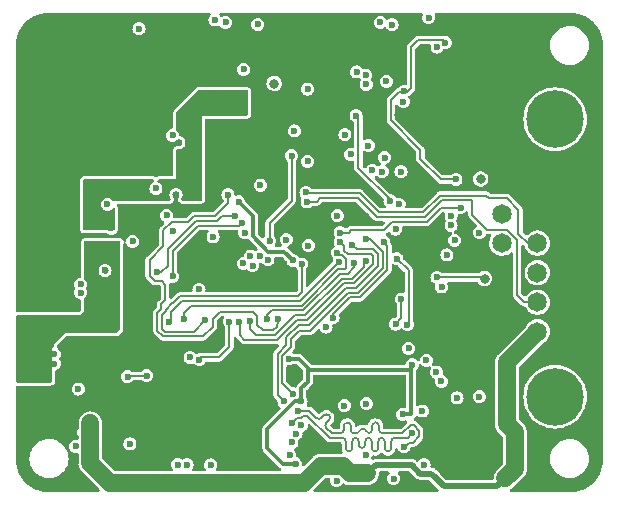
<source format=gbr>
G04 #@! TF.GenerationSoftware,KiCad,Pcbnew,7.0.10*
G04 #@! TF.CreationDate,2024-01-23T21:04:48+03:00*
G04 #@! TF.ProjectId,GPS_MODULE_V3.kicad_pro,4750535f-4d4f-4445-954c-455f56332e6b,rev?*
G04 #@! TF.SameCoordinates,Original*
G04 #@! TF.FileFunction,Copper,L3,Inr*
G04 #@! TF.FilePolarity,Positive*
%FSLAX46Y46*%
G04 Gerber Fmt 4.6, Leading zero omitted, Abs format (unit mm)*
G04 Created by KiCad (PCBNEW 7.0.10) date 2024-01-23 21:04:48*
%MOMM*%
%LPD*%
G01*
G04 APERTURE LIST*
G04 #@! TA.AperFunction,ComponentPad*
%ADD10C,4.875000*%
G04 #@! TD*
G04 #@! TA.AperFunction,ComponentPad*
%ADD11C,1.650000*%
G04 #@! TD*
G04 #@! TA.AperFunction,ViaPad*
%ADD12C,0.600000*%
G04 #@! TD*
G04 #@! TA.AperFunction,ViaPad*
%ADD13C,0.800000*%
G04 #@! TD*
G04 #@! TA.AperFunction,Conductor*
%ADD14C,0.200000*%
G04 #@! TD*
G04 #@! TA.AperFunction,Conductor*
%ADD15C,0.525000*%
G04 #@! TD*
G04 #@! TA.AperFunction,Conductor*
%ADD16C,1.500000*%
G04 #@! TD*
G04 #@! TA.AperFunction,Conductor*
%ADD17C,0.350000*%
G04 #@! TD*
G04 APERTURE END LIST*
D10*
X269200000Y-75200000D03*
X269200000Y-98700000D03*
D11*
X267700000Y-93200000D03*
X267700000Y-90700000D03*
X267700000Y-88200000D03*
X267700000Y-85700000D03*
X267700000Y-83200000D03*
X267700000Y-80700000D03*
X264700000Y-93200000D03*
X264700000Y-90700000D03*
X264700000Y-88200000D03*
X264700000Y-85700000D03*
X264700000Y-83200000D03*
X264700000Y-80700000D03*
D12*
X225980000Y-100390000D03*
X262080000Y-104290000D03*
X272780000Y-100770000D03*
X272490000Y-97270000D03*
X268860000Y-92100000D03*
X268970000Y-89390000D03*
X269600000Y-82300000D03*
X269480000Y-80590000D03*
X269420000Y-78640000D03*
X271170000Y-82270000D03*
X271460000Y-85460000D03*
X271460000Y-86540000D03*
X271460000Y-88450000D03*
X271460000Y-90530000D03*
X271370000Y-92890000D03*
X271410000Y-95460000D03*
X242880000Y-79490000D03*
D13*
X226930000Y-98010000D03*
X224210000Y-98640000D03*
X263600000Y-101200000D03*
X263340000Y-102750000D03*
X261490000Y-102680000D03*
X267350000Y-102650000D03*
X260790000Y-104600000D03*
X262900000Y-80270000D03*
X263225000Y-88700000D03*
X272760000Y-98650000D03*
X271010000Y-80690000D03*
X272420000Y-76750000D03*
X270670000Y-78770000D03*
X256020000Y-74840000D03*
X255740000Y-77200000D03*
X254420000Y-77240000D03*
X254390000Y-75900000D03*
X254410000Y-74630000D03*
D12*
X233475000Y-73500000D03*
X261000000Y-68400000D03*
X230275000Y-77225000D03*
X265600000Y-74300000D03*
X263700000Y-77300000D03*
X236950000Y-68400000D03*
X229750000Y-69575000D03*
X269200000Y-66800000D03*
X262400000Y-69800000D03*
X234800000Y-74975000D03*
X263700000Y-76600000D03*
X226200000Y-72600000D03*
X229525000Y-76525000D03*
X261000000Y-73500000D03*
X230300000Y-67925000D03*
X236000000Y-77800000D03*
X260700000Y-76900000D03*
X225000000Y-68800000D03*
X265400000Y-75000000D03*
X228175000Y-70250000D03*
X263000000Y-70300000D03*
X233300000Y-83000000D03*
X242100000Y-77300000D03*
X265800000Y-77875000D03*
X245710000Y-74870000D03*
X236425000Y-72800000D03*
X231825000Y-77850000D03*
X263000000Y-74700000D03*
X233625000Y-70750000D03*
X259800000Y-76200000D03*
X225400000Y-75400000D03*
X232875000Y-75725000D03*
X248000000Y-86702274D03*
X258400000Y-69100000D03*
X228200000Y-67200000D03*
X227925000Y-77525000D03*
X267500000Y-70100000D03*
X232900000Y-70725000D03*
X233150000Y-67925000D03*
X260300000Y-70700000D03*
X266200000Y-75000000D03*
X243700000Y-79700000D03*
X266800000Y-68200000D03*
X262200000Y-74900000D03*
X224800000Y-79400000D03*
X259500000Y-72800000D03*
X233100000Y-68869689D03*
X231025000Y-67225000D03*
X260300000Y-72100000D03*
X260300000Y-74200000D03*
X229100000Y-70650000D03*
X232450000Y-67225000D03*
X229866603Y-75101152D03*
X261400000Y-74900000D03*
X238725000Y-70350000D03*
X227125000Y-78700000D03*
X227000000Y-72600000D03*
X260300000Y-72800000D03*
X263000000Y-76100000D03*
X223850000Y-72600000D03*
X261000000Y-67100000D03*
X226200000Y-75400000D03*
X234975000Y-72800000D03*
X239475000Y-70350000D03*
X228500000Y-78775000D03*
X233175000Y-67225000D03*
X238025000Y-70375000D03*
X266900000Y-68900000D03*
X259800000Y-76900000D03*
X260700000Y-77600000D03*
X263400000Y-72800000D03*
X244000000Y-71800000D03*
X231275000Y-75100000D03*
X231450000Y-78575000D03*
X225800000Y-69600000D03*
X226600000Y-88200000D03*
X263800000Y-67500000D03*
X233375000Y-75000000D03*
X233475000Y-72800000D03*
X225000000Y-69600000D03*
X235675000Y-74200000D03*
X240350000Y-68192811D03*
X266500000Y-77875000D03*
X261700000Y-72100000D03*
X230325000Y-67225000D03*
X229525000Y-77225000D03*
X235400000Y-77100000D03*
X237200000Y-71100000D03*
X231050000Y-76500000D03*
X261300000Y-66500000D03*
X227562502Y-73307189D03*
X224200000Y-68800000D03*
X261700000Y-73500000D03*
X228900000Y-67925000D03*
X229775000Y-70300000D03*
X264700000Y-68174998D03*
X237300000Y-66500000D03*
X266800000Y-67500000D03*
X231000000Y-66550000D03*
X262600000Y-73500000D03*
X234025000Y-91375000D03*
X237200000Y-70375000D03*
X265000000Y-77200000D03*
X232650000Y-77125000D03*
X266700000Y-70500000D03*
X228350000Y-73250000D03*
X264700000Y-66800000D03*
X267400000Y-71600000D03*
X259500000Y-71400000D03*
X246400000Y-77500000D03*
X235400000Y-75400000D03*
X234725000Y-76400000D03*
X264200000Y-77900000D03*
X227950000Y-76125000D03*
X226600000Y-68800000D03*
X254530000Y-91800000D03*
X227562502Y-74492811D03*
X265200000Y-78600000D03*
X242400000Y-71800000D03*
X235675000Y-70475000D03*
X224825000Y-78000000D03*
X244400000Y-71200000D03*
X238725000Y-71075000D03*
X238825000Y-66550000D03*
X228500000Y-79550000D03*
X229825000Y-75850000D03*
X262600000Y-72800000D03*
X268200000Y-78575000D03*
X234075000Y-74975000D03*
X229925000Y-78600000D03*
X265200000Y-75700000D03*
X225400000Y-72600000D03*
X253100000Y-100700000D03*
X268100000Y-70600000D03*
X261400000Y-76900000D03*
X263800000Y-68174998D03*
X236375000Y-70500000D03*
X231825000Y-76475000D03*
X224600000Y-75400000D03*
X229075000Y-75100000D03*
X267400000Y-72400000D03*
X263700000Y-75900000D03*
X248100000Y-80600000D03*
X234250000Y-72125000D03*
X231630764Y-68908742D03*
X264840846Y-74286980D03*
X234975000Y-74200000D03*
X227925000Y-76850000D03*
X235675000Y-72800000D03*
X231400000Y-74450000D03*
X266700000Y-71300000D03*
X230700000Y-78575000D03*
X226325000Y-78700000D03*
X261700000Y-67100000D03*
X235025000Y-71125000D03*
X247948454Y-93795103D03*
X265900000Y-70800000D03*
X267600000Y-68200000D03*
X262600000Y-77500000D03*
X253400000Y-100100000D03*
X225800000Y-67200000D03*
X231050000Y-77925000D03*
X234250000Y-72800000D03*
X234450000Y-70750000D03*
X260700000Y-76200000D03*
X233150000Y-66550000D03*
X265095000Y-71402083D03*
X267400000Y-70800000D03*
X268200000Y-69000000D03*
X256300000Y-98900000D03*
X264400000Y-75600000D03*
X232800000Y-74200000D03*
X267600000Y-67500000D03*
X261000000Y-67800000D03*
X266400000Y-77200000D03*
X227800000Y-66625000D03*
X231775000Y-67225000D03*
X241200000Y-71200000D03*
X226600000Y-68000000D03*
X234900000Y-78000000D03*
X265400000Y-69300000D03*
X225800000Y-68000000D03*
X224000000Y-78000000D03*
X261700000Y-71400000D03*
X232100000Y-75750000D03*
X261900000Y-100600000D03*
X234250000Y-74200000D03*
X270000000Y-66800000D03*
X228750000Y-69225000D03*
X225100000Y-99900000D03*
X260700000Y-74900000D03*
X237100000Y-81600000D03*
X247829493Y-103850984D03*
X253167895Y-83382111D03*
X252702054Y-95641102D03*
X265900000Y-72200000D03*
X230098276Y-74473732D03*
X241080000Y-104400000D03*
X230282189Y-71975000D03*
X238475000Y-68350000D03*
X261000000Y-71400000D03*
X240798426Y-71876383D03*
X240600000Y-77900000D03*
X224200000Y-68000000D03*
X259500000Y-69900000D03*
X229125000Y-78450000D03*
X227100000Y-79425000D03*
X232550000Y-70055311D03*
X261700000Y-74200000D03*
X259500000Y-74200000D03*
X228900000Y-66550000D03*
X262400000Y-74200000D03*
X242100000Y-78200000D03*
X227125000Y-78025000D03*
X224200000Y-101000000D03*
X227400000Y-68000000D03*
X227400000Y-67200000D03*
X236075000Y-75700000D03*
X234300000Y-101000000D03*
X230500000Y-97100000D03*
X238025000Y-71100000D03*
X234250000Y-73500000D03*
X256320540Y-105770308D03*
X264700000Y-67500000D03*
X227975000Y-88050000D03*
X225575000Y-79400000D03*
X261000000Y-74200000D03*
X241600000Y-71800000D03*
X263400000Y-73500000D03*
X227700000Y-75400000D03*
X263299998Y-69400000D03*
X232575000Y-76450000D03*
X225800000Y-68800000D03*
X232225000Y-70750000D03*
X230144236Y-68885947D03*
X224825000Y-78675000D03*
X230275000Y-77950000D03*
X266600000Y-73500000D03*
X265095952Y-73623977D03*
X225000000Y-67200000D03*
X233475000Y-72125000D03*
X228200000Y-68000000D03*
X230125000Y-72775000D03*
X233475000Y-74200000D03*
X227400000Y-68800000D03*
X231823123Y-70083342D03*
X235675000Y-73500000D03*
X260300000Y-71400000D03*
X261700000Y-67800000D03*
X233264212Y-70055311D03*
X266300000Y-74200000D03*
X232350000Y-68869689D03*
X236625000Y-67800000D03*
X262000000Y-78000000D03*
X227300000Y-100700000D03*
X263700000Y-78400000D03*
X252000000Y-66600000D03*
X265000000Y-70700000D03*
X262600000Y-78300000D03*
X227075000Y-66625000D03*
X265700000Y-77000000D03*
X235700000Y-67800000D03*
X242000000Y-71200000D03*
X234850000Y-94200000D03*
X266700000Y-78575000D03*
X238050000Y-66525000D03*
X264700000Y-75000000D03*
X261400000Y-69200000D03*
D13*
X245140369Y-73152966D03*
D12*
X266700000Y-72800000D03*
X228000000Y-71900000D03*
X232425000Y-67925000D03*
X224700000Y-90800000D03*
X239600000Y-87800000D03*
X229425000Y-68775000D03*
X267600000Y-66800000D03*
X231350000Y-75825000D03*
X223975000Y-79400000D03*
X261700000Y-72800000D03*
X263600000Y-74200000D03*
X265900000Y-70100000D03*
X234400000Y-75700000D03*
X235675000Y-71125000D03*
X229625000Y-66550000D03*
X231235894Y-73664456D03*
X263100000Y-78825000D03*
X265118999Y-72110082D03*
X248800000Y-71500000D03*
X228850000Y-77525000D03*
X230612956Y-69587419D03*
X227775000Y-78425000D03*
X235000000Y-70225000D03*
X229950000Y-79325000D03*
X261700000Y-70700000D03*
X268400000Y-68200000D03*
X232425000Y-66550000D03*
X233100000Y-91650000D03*
X230800000Y-74275000D03*
X248775000Y-98275000D03*
X268400000Y-67500000D03*
X262200000Y-76200000D03*
X261000000Y-70700000D03*
X240100000Y-72000000D03*
X236250000Y-68425000D03*
X235825000Y-66500000D03*
X240500000Y-71200000D03*
X261700000Y-68500000D03*
X259500000Y-70700000D03*
X236425000Y-73500000D03*
X233250000Y-101000000D03*
X232250000Y-78575000D03*
X251900000Y-79500000D03*
X236425000Y-71150000D03*
X226600000Y-69600000D03*
X243600000Y-71200000D03*
X265900000Y-72900000D03*
X225000000Y-68000000D03*
X236625000Y-66525000D03*
X266800000Y-66800000D03*
X226000000Y-99100000D03*
X232625000Y-77825000D03*
X261000000Y-72800000D03*
X226325000Y-78025000D03*
X230300000Y-66550000D03*
X228450000Y-75350000D03*
X229075000Y-69925000D03*
X237350000Y-72400000D03*
X226600000Y-67200000D03*
X267400000Y-78575000D03*
X237350000Y-69075000D03*
X224600000Y-72600000D03*
X228425000Y-74492811D03*
X247200000Y-77400000D03*
X266400000Y-76500000D03*
X242100000Y-76400000D03*
X243200000Y-71800000D03*
X230550000Y-75100000D03*
X260300000Y-73500000D03*
X261700000Y-69900000D03*
X263707189Y-70225002D03*
X268400000Y-66800000D03*
X272500000Y-69600000D03*
X227800000Y-72600000D03*
X266900000Y-69800000D03*
X231750000Y-66550000D03*
X264300000Y-77000000D03*
X237750000Y-68400000D03*
X227675000Y-79950000D03*
X272500000Y-68400000D03*
X230725000Y-79350000D03*
X265700000Y-76300000D03*
X235400000Y-76200000D03*
X225600000Y-78675000D03*
X264300000Y-76300000D03*
X265000000Y-77900000D03*
X239450000Y-69050000D03*
X233200000Y-88000000D03*
X227800000Y-79150000D03*
X260700000Y-69200000D03*
X238050000Y-69050000D03*
X237075000Y-71825000D03*
X263000000Y-76800000D03*
X266000000Y-75700000D03*
X228575000Y-72575000D03*
X259500000Y-73500000D03*
X272000000Y-67500000D03*
X265168578Y-70062863D03*
X265900000Y-71500000D03*
X232650000Y-75000000D03*
X234050000Y-70275000D03*
X231700000Y-103200000D03*
X225600000Y-78000000D03*
X271000000Y-66800000D03*
X231750000Y-67925000D03*
X234250000Y-71450000D03*
X223850000Y-75400000D03*
X226300000Y-66600000D03*
X229150000Y-79200000D03*
X237350000Y-67800000D03*
X266000000Y-78575000D03*
X250916046Y-68045221D03*
X231825000Y-77175000D03*
X228850000Y-76850000D03*
X233925000Y-66550000D03*
X241280000Y-68192811D03*
X235675000Y-72125000D03*
X267500000Y-69300000D03*
X235475000Y-68475000D03*
X242100000Y-79300000D03*
X234800000Y-68525000D03*
X228925000Y-67225000D03*
X244020000Y-68349998D03*
X235900000Y-74950000D03*
X233625000Y-75725000D03*
X231050000Y-77200000D03*
X227400000Y-69600000D03*
X237350768Y-77177735D03*
X265900000Y-73600000D03*
X259800000Y-77600000D03*
X266300000Y-69300000D03*
X228135947Y-68780764D03*
X229650000Y-67225000D03*
X240700000Y-76800000D03*
X230275000Y-76525000D03*
X233475000Y-71450000D03*
X267200000Y-77875000D03*
X234975000Y-72125000D03*
X239475000Y-71075000D03*
X228135947Y-69530764D03*
X238725000Y-69075000D03*
X262600000Y-72100000D03*
X228200000Y-71200000D03*
X231000000Y-67925000D03*
X230894236Y-68885947D03*
X232025000Y-74200000D03*
X259500000Y-72100000D03*
X272600000Y-72900000D03*
X229525000Y-77950000D03*
X228425000Y-78075000D03*
X261400000Y-77700000D03*
X263800000Y-66800000D03*
X262400000Y-70600000D03*
X263200000Y-77900000D03*
X268100000Y-71600000D03*
X235050000Y-66525000D03*
X247000000Y-96300000D03*
X228500000Y-103900000D03*
X268100000Y-69700000D03*
X228875000Y-76125000D03*
X258575000Y-100600000D03*
X266700000Y-72000000D03*
X235950000Y-76600000D03*
X261000000Y-69900000D03*
X231100000Y-88000000D03*
X262200000Y-76900000D03*
X234975000Y-73500000D03*
X224000000Y-78675000D03*
X231975000Y-74975000D03*
X236425000Y-72125000D03*
X226300000Y-79425000D03*
X259800000Y-74900000D03*
X233250000Y-76450000D03*
X265000000Y-76300000D03*
X245688357Y-87236002D03*
X230575000Y-75850000D03*
X265049377Y-72879739D03*
X234925000Y-67800000D03*
X261000000Y-72100000D03*
X228900000Y-71325000D03*
X224200000Y-69600000D03*
X262400000Y-71400000D03*
X260300000Y-69900000D03*
X229325000Y-74492811D03*
X262100000Y-69200000D03*
X236425000Y-74200000D03*
X227000000Y-75400000D03*
X236700000Y-69075000D03*
X229625000Y-67925000D03*
X264400000Y-78600000D03*
X263400000Y-72100000D03*
X259093412Y-92503021D03*
X261400000Y-76200000D03*
X229025000Y-89175000D03*
X229025000Y-89900000D03*
X228825000Y-98050000D03*
X229625000Y-100975000D03*
X229300000Y-101700000D03*
X254922500Y-72000000D03*
X247700000Y-99100000D03*
X248250000Y-72650000D03*
X247225000Y-104375000D03*
X248250000Y-78780000D03*
X244240000Y-80790000D03*
X256300000Y-100200000D03*
X257100325Y-95989727D03*
X247005216Y-87153057D03*
X246700000Y-95481372D03*
X242400000Y-82200000D03*
X251899138Y-78170070D03*
X253398499Y-77442422D03*
X258300000Y-95626708D03*
X256000000Y-82400000D03*
X244030000Y-67164376D03*
X250775000Y-83370535D03*
X255800000Y-87000000D03*
X256700000Y-92600000D03*
X243400000Y-86800000D03*
X239050002Y-89600000D03*
X251400000Y-76500000D03*
X243600000Y-87600000D03*
X233975000Y-67550000D03*
X242800000Y-87400000D03*
X244200000Y-86800000D03*
X244900000Y-87100000D03*
X260800000Y-80300000D03*
X255700000Y-84500000D03*
X256392500Y-72856442D03*
X259906022Y-68723781D03*
X246432821Y-85399231D03*
X241300000Y-67000000D03*
X258500000Y-66600000D03*
X236811765Y-84686765D03*
X255400000Y-67200000D03*
X253204530Y-72253727D03*
X236825000Y-88500000D03*
X242652435Y-84000964D03*
X235462500Y-88162500D03*
X254400000Y-67000000D03*
X242077637Y-83426167D03*
X253158949Y-71452983D03*
X260900000Y-98800000D03*
X262800000Y-98700000D03*
X245025416Y-85500000D03*
X246900000Y-78300000D03*
X253728310Y-79547370D03*
X256800000Y-94600000D03*
X259200003Y-69100000D03*
X259600000Y-89400000D03*
X254560859Y-79650811D03*
X259200000Y-88600000D03*
X255533041Y-105625564D03*
X248300000Y-85900000D03*
X250700000Y-105800000D03*
X258100000Y-104450000D03*
X262800000Y-84800000D03*
X249800000Y-92800000D03*
X247704660Y-101136381D03*
X253149998Y-103600000D03*
X256150000Y-79654981D03*
X257100000Y-101810000D03*
X246931372Y-100931372D03*
X233200000Y-102700000D03*
X228600000Y-102900000D03*
X256407766Y-102925616D03*
X247398530Y-99898528D03*
X255700000Y-92550000D03*
X246919385Y-102576387D03*
X256187648Y-90419998D03*
X246722151Y-103622151D03*
X260035234Y-86691036D03*
X260706815Y-85450003D03*
X253216226Y-99292050D03*
X251360033Y-99460033D03*
X257962500Y-99900000D03*
X259149480Y-96600995D03*
X260400000Y-84200003D03*
X259575000Y-97400000D03*
X260400000Y-83400000D03*
X250404163Y-92010000D03*
X254700000Y-85610049D03*
X247262368Y-101816513D03*
X252043550Y-85850848D03*
X246245966Y-99102563D03*
X253150000Y-85374008D03*
X247000000Y-98450000D03*
X261200000Y-82700000D03*
X251000000Y-84800000D03*
X248111850Y-81404868D03*
X248200000Y-82200000D03*
X233425000Y-85550000D03*
X236303380Y-83351909D03*
X242925000Y-84800000D03*
X240400000Y-66800000D03*
X244815533Y-92156894D03*
X238296384Y-95371384D03*
X252175000Y-87352371D03*
X237234999Y-104450098D03*
X243400000Y-92270000D03*
X253191176Y-87208826D03*
X238035001Y-104449968D03*
X242450000Y-92400000D03*
X251000000Y-85600000D03*
X239600000Y-92169998D03*
X247744069Y-87459815D03*
X239074821Y-95555883D03*
X241625000Y-92350000D03*
X240051765Y-104473235D03*
X237775000Y-92125000D03*
X250759001Y-86509612D03*
X236525000Y-92344369D03*
X233000000Y-97000000D03*
X250903554Y-87296446D03*
X234625000Y-96925000D03*
X231300000Y-82400000D03*
X236818497Y-76580498D03*
X245775000Y-92100000D03*
X241500000Y-81600000D03*
X252349999Y-74900000D03*
X255224002Y-82105536D03*
X240248290Y-85169413D03*
D13*
X245410000Y-72190000D03*
D12*
X242830779Y-70980222D03*
X254770000Y-78450811D03*
X256342548Y-73727268D03*
X235400000Y-81050000D03*
X252400000Y-71200000D03*
X226500000Y-94300000D03*
X224800000Y-94300000D03*
X224800000Y-97100000D03*
X229750000Y-85900000D03*
X231150000Y-85900000D03*
X230450000Y-85900000D03*
X231125000Y-83875000D03*
X241900000Y-74400000D03*
X225700000Y-97100000D03*
X226800000Y-95900000D03*
X247110000Y-76190000D03*
X230375000Y-83875000D03*
X231900000Y-85900000D03*
X242800000Y-74400000D03*
X231625000Y-84450000D03*
X226800000Y-95100000D03*
X225600000Y-94300000D03*
X229625000Y-83875000D03*
X242900000Y-73300000D03*
X241900000Y-73300000D03*
X223900000Y-97100000D03*
X224000000Y-94300000D03*
D14*
X263125000Y-88600000D02*
X263225000Y-88700000D01*
X260060000Y-88600000D02*
X263125000Y-88600000D01*
X259200000Y-88600000D02*
X260060000Y-88600000D01*
X257800000Y-78600000D02*
X257800000Y-77810000D01*
X259500000Y-80300000D02*
X257800000Y-78600000D01*
X257800000Y-77810000D02*
X255300000Y-75310000D01*
X255300000Y-75310000D02*
X255300000Y-73600000D01*
X255300000Y-73600000D02*
X256000000Y-72900000D01*
X260800000Y-80300000D02*
X259500000Y-80300000D01*
D15*
X264323775Y-106276225D02*
X259764704Y-106276225D01*
D16*
X251217767Y-104550000D02*
X249350000Y-104550000D01*
D15*
X254000000Y-104500000D02*
X253300000Y-105200000D01*
X265000000Y-105600000D02*
X264323775Y-106276225D01*
X259027500Y-105539021D02*
X259027500Y-105527500D01*
D16*
X267700000Y-93200000D02*
X265112500Y-95787500D01*
D15*
X259027500Y-105527500D02*
X258712500Y-105212500D01*
D16*
X249350000Y-104550000D02*
X247900000Y-106000000D01*
X265112500Y-101012500D02*
X265800000Y-101700000D01*
X231500000Y-106000000D02*
X229850000Y-104350000D01*
D15*
X257784162Y-105212500D02*
X257071662Y-104500000D01*
D16*
X253300000Y-105200000D02*
X251867767Y-105200000D01*
X247900000Y-106000000D02*
X231500000Y-106000000D01*
X251867767Y-105200000D02*
X251217767Y-104550000D01*
X265112500Y-95787500D02*
X265112500Y-101012500D01*
D15*
X259764704Y-106276225D02*
X259027500Y-105539021D01*
D16*
X265800000Y-101700000D02*
X265800000Y-104800000D01*
D15*
X257071662Y-104500000D02*
X254000000Y-104500000D01*
D16*
X229850000Y-104350000D02*
X229850000Y-100950000D01*
D15*
X258712500Y-105212500D02*
X257784162Y-105212500D01*
D16*
X265800000Y-104800000D02*
X265000000Y-105600000D01*
D17*
X247203124Y-99100000D02*
X247700000Y-99100000D01*
X248400000Y-96400000D02*
X248250000Y-96250000D01*
X244850000Y-103075000D02*
X244850000Y-101453124D01*
X257010281Y-96079771D02*
X257100325Y-95989727D01*
X244850000Y-103075000D02*
X246150000Y-104375000D01*
X244850000Y-101453124D02*
X247203124Y-99100000D01*
X247481372Y-95481372D02*
X246700000Y-95481372D01*
X243600000Y-85100000D02*
X243600000Y-83400000D01*
X257010281Y-96400000D02*
X248400000Y-96400000D01*
X257010281Y-96400000D02*
X257010281Y-96079771D01*
X247005216Y-87153057D02*
X246277160Y-86425000D01*
X243600000Y-83400000D02*
X242400000Y-82200000D01*
X246277160Y-86425000D02*
X244925000Y-86425000D01*
X248250000Y-96250000D02*
X247481372Y-95481372D01*
X248250000Y-96250000D02*
X248250000Y-97450000D01*
X246150000Y-104375000D02*
X247225000Y-104375000D01*
X247700000Y-98000000D02*
X247700000Y-99100000D01*
X256300000Y-100200000D02*
X257010281Y-100200000D01*
X248250000Y-97450000D02*
X247700000Y-98000000D01*
X244925000Y-86425000D02*
X243600000Y-85100000D01*
X257010281Y-100200000D02*
X257010281Y-96400000D01*
D14*
X256810000Y-92490000D02*
X256700000Y-92600000D01*
X255800000Y-87000000D02*
X256810000Y-88010000D01*
X256810000Y-88010000D02*
X256810000Y-92490000D01*
X257600000Y-68500000D02*
X259682241Y-68500000D01*
X256400000Y-72863942D02*
X256392500Y-72856442D01*
X256700000Y-72900000D02*
X257000000Y-72600000D01*
X256400000Y-72900000D02*
X256400000Y-72863942D01*
X257000000Y-69100000D02*
X257600000Y-68500000D01*
X257000000Y-72600000D02*
X257000000Y-69100000D01*
X256000000Y-72900000D02*
X256700000Y-72900000D01*
X256000000Y-72900000D02*
X256400000Y-72900000D01*
X259682241Y-68500000D02*
X259906022Y-68723781D01*
X236825000Y-86375000D02*
X236825000Y-88500000D01*
X238969362Y-84230638D02*
X236825000Y-86375000D01*
X242422761Y-84230638D02*
X238969362Y-84230638D01*
X242652435Y-84000964D02*
X242422761Y-84230638D01*
X238800000Y-83800000D02*
X236400000Y-86200000D01*
X242051470Y-83400000D02*
X241000000Y-83400000D01*
X235837500Y-88162500D02*
X235462500Y-88162500D01*
X242077637Y-83426167D02*
X242051470Y-83400000D01*
X241000000Y-83400000D02*
X240600000Y-83800000D01*
X236400000Y-87600000D02*
X235837500Y-88162500D01*
X240600000Y-83800000D02*
X238800000Y-83800000D01*
X236400000Y-86200000D02*
X236400000Y-87600000D01*
X245025416Y-83974584D02*
X246900000Y-82100000D01*
X246900000Y-82100000D02*
X246900000Y-78300000D01*
X245025416Y-85500000D02*
X245025416Y-83974584D01*
X250600000Y-102200000D02*
X250134315Y-102200000D01*
X253675000Y-103062373D02*
X253675000Y-102475000D01*
X257100000Y-101810000D02*
X256710000Y-102200000D01*
X253125000Y-102475000D02*
X253125000Y-102762383D01*
X251475000Y-103062359D02*
X251475000Y-102475000D01*
X252575000Y-102762383D02*
X252575000Y-102475000D01*
X256710000Y-102200000D02*
X255600000Y-102200000D01*
X247847059Y-100298528D02*
X247647059Y-100498528D01*
X251200000Y-102200000D02*
X250600000Y-102200000D01*
X250134315Y-102200000D02*
X248232843Y-100298528D01*
X247364216Y-100498528D02*
X246931372Y-100931372D01*
X252025000Y-102475000D02*
X252025000Y-103062359D01*
X255325000Y-102475000D02*
X255325000Y-103062388D01*
X248232843Y-100298528D02*
X247847059Y-100298528D01*
X247647059Y-100498528D02*
X247364216Y-100498528D01*
X254775000Y-103062388D02*
X254775000Y-102475000D01*
X254225000Y-102475000D02*
X254225000Y-103062373D01*
X253675000Y-102475000D02*
G75*
G03*
X253400000Y-102200000I-275000J0D01*
G01*
X252575000Y-102475000D02*
G75*
G03*
X252300000Y-102200000I-275000J0D01*
G01*
X253950000Y-103337400D02*
G75*
G03*
X254225000Y-103062373I0J275000D01*
G01*
X253675027Y-103062373D02*
G75*
G03*
X253950000Y-103337373I274973J-27D01*
G01*
X255050000Y-103337400D02*
G75*
G03*
X255325000Y-103062388I0J275000D01*
G01*
X254775012Y-103062388D02*
G75*
G03*
X255050000Y-103337388I274988J-12D01*
G01*
X252850000Y-103037400D02*
G75*
G03*
X253125000Y-102762383I0J275000D01*
G01*
X251475000Y-102475000D02*
G75*
G03*
X251200000Y-102200000I-275000J0D01*
G01*
X251750000Y-103337400D02*
G75*
G03*
X252025000Y-103062359I0J275000D01*
G01*
X251475041Y-103062359D02*
G75*
G03*
X251750000Y-103337359I274959J-41D01*
G01*
X252575017Y-102762383D02*
G75*
G03*
X252850000Y-103037383I274983J-17D01*
G01*
X254500000Y-102200000D02*
G75*
G03*
X254225000Y-102475000I0J-275000D01*
G01*
X255600000Y-102200000D02*
G75*
G03*
X255325000Y-102475000I0J-275000D01*
G01*
X254775000Y-102475000D02*
G75*
G03*
X254500000Y-102200000I-275000J0D01*
G01*
X252300000Y-102200000D02*
G75*
G03*
X252025000Y-102475000I0J-275000D01*
G01*
X253400000Y-102200000D02*
G75*
G03*
X253125000Y-102475000I0J-275000D01*
G01*
X256407766Y-102925616D02*
X256474384Y-102925616D01*
X256261470Y-101800000D02*
X254600000Y-101800000D01*
X249840380Y-100916116D02*
X249840381Y-100916116D01*
X248991851Y-100491851D02*
X248991852Y-100491852D01*
X252441750Y-101800000D02*
X252200000Y-101800000D01*
X254300000Y-101500000D02*
X254300000Y-101180934D01*
X249840381Y-100916116D02*
X250066013Y-100690483D01*
X257700000Y-102058529D02*
X257700000Y-101561471D01*
X257158529Y-102600000D02*
X257700000Y-102058529D01*
X248398528Y-99898528D02*
X247398530Y-99898528D01*
X256961471Y-101100000D02*
X256261470Y-101800000D01*
X253700000Y-101180934D02*
X253700000Y-101500000D01*
X249641748Y-100266219D02*
X249416115Y-100491851D01*
X250300000Y-101800000D02*
X249840381Y-101340381D01*
X257238529Y-101100000D02*
X256961471Y-101100000D01*
X249641748Y-100266218D02*
X249641748Y-100266219D01*
X257700000Y-101561471D02*
X257238529Y-101100000D01*
X253220875Y-101620875D02*
X253220875Y-101620874D01*
X256800000Y-102600000D02*
X257158529Y-102600000D01*
X256474384Y-102925616D02*
X256800000Y-102600000D01*
X251300000Y-101180909D02*
X251300000Y-101500000D01*
X251000000Y-101800000D02*
X250350000Y-101800000D01*
X250350000Y-101800000D02*
X250300000Y-101800000D01*
X252620875Y-101620874D02*
X252620875Y-101620875D01*
X248991852Y-100491852D02*
X248398528Y-99898528D01*
X253041750Y-101441749D02*
X252800000Y-101441749D01*
X251900000Y-101500000D02*
X251900000Y-101180909D01*
X250066062Y-100690532D02*
G75*
G03*
X250066013Y-100266219I-212162J212132D01*
G01*
X250066032Y-100266200D02*
G75*
G03*
X249641749Y-100266219I-212132J-212100D01*
G01*
X251900000Y-101500000D02*
G75*
G03*
X252200000Y-101800000I300000J0D01*
G01*
X253220900Y-101620875D02*
G75*
G03*
X253400000Y-101800000I179100J-25D01*
G01*
X251000000Y-101800000D02*
G75*
G03*
X251300000Y-101500000I0J300000D01*
G01*
X254300000Y-101500000D02*
G75*
G03*
X254600000Y-101800000I300000J0D01*
G01*
X248991852Y-100491850D02*
G75*
G03*
X249416114Y-100491850I212131J212131D01*
G01*
X252800000Y-101441775D02*
G75*
G03*
X252620875Y-101620874I0J-179125D01*
G01*
X253400000Y-101800000D02*
G75*
G03*
X253700000Y-101500000I0J300000D01*
G01*
X249840332Y-100916068D02*
G75*
G03*
X249840381Y-101340381I212168J-212132D01*
G01*
X251899991Y-101180909D02*
G75*
G03*
X251600000Y-100880909I-299991J9D01*
G01*
X252441750Y-101799975D02*
G75*
G03*
X252620875Y-101620875I50J179075D01*
G01*
X251600000Y-100880900D02*
G75*
G03*
X251300000Y-101180909I0J-300000D01*
G01*
X254299966Y-101180934D02*
G75*
G03*
X254000000Y-100880934I-299966J34D01*
G01*
X254000000Y-100880900D02*
G75*
G03*
X253700000Y-101180934I0J-300000D01*
G01*
X253220951Y-101620874D02*
G75*
G03*
X253041750Y-101441749I-179151J-26D01*
G01*
X256187648Y-90419998D02*
X256187648Y-92062352D01*
X256187648Y-92062352D02*
X255700000Y-92550000D01*
X254700000Y-85610049D02*
X255000000Y-85910049D01*
X252649143Y-90296446D02*
X251829036Y-90296446D01*
X250404163Y-91721319D02*
X250404163Y-92010000D01*
X251829036Y-90296446D02*
X250404163Y-91721319D01*
X255000000Y-87945589D02*
X252649143Y-90296446D01*
X255000000Y-85910049D02*
X255000000Y-87945589D01*
X245700000Y-95048529D02*
X245700000Y-98556597D01*
X252401528Y-86208826D02*
X253774512Y-86208826D01*
X252043550Y-85850848D02*
X252401528Y-86208826D01*
X254200000Y-87614218D02*
X252317772Y-89496446D01*
X248394111Y-92600000D02*
X247484314Y-92600000D01*
X246400000Y-94348529D02*
X245700000Y-95048529D01*
X254200000Y-86634315D02*
X254200000Y-87614218D01*
X252317772Y-89496446D02*
X251497666Y-89496446D01*
X245700000Y-98556597D02*
X246245966Y-99102563D01*
X251497666Y-89496446D02*
X248394111Y-92600000D01*
X253774512Y-86208826D02*
X254200000Y-86634315D01*
X246400000Y-93684314D02*
X246400000Y-94348529D01*
X247484314Y-92600000D02*
X246400000Y-93684314D01*
X247517157Y-93132843D02*
X248426953Y-93132843D01*
X246100000Y-97550000D02*
X246100000Y-95214215D01*
X246800000Y-93850000D02*
X247517157Y-93132843D01*
X246800000Y-94514215D02*
X246800000Y-93850000D01*
X247000000Y-98450000D02*
X246100000Y-97550000D01*
X248426953Y-93132843D02*
X251663350Y-89896446D01*
X253505378Y-85374008D02*
X253150000Y-85374008D01*
X252483458Y-89896446D02*
X254600000Y-87779903D01*
X254600000Y-86468630D02*
X253505378Y-85374008D01*
X251663350Y-89896446D02*
X252483458Y-89896446D01*
X246100000Y-95214215D02*
X246800000Y-94514215D01*
X254600000Y-87779903D02*
X254600000Y-86468630D01*
X258331372Y-83900000D02*
X259531372Y-82700000D01*
X251000000Y-84800000D02*
X251725479Y-84800000D01*
X251925479Y-84600000D02*
X254700000Y-84600000D01*
X255400000Y-83900000D02*
X258331372Y-83900000D01*
X251725479Y-84800000D02*
X251925479Y-84600000D01*
X259531372Y-82700000D02*
X261200000Y-82700000D01*
X254700000Y-84600000D02*
X255400000Y-83900000D01*
X252685504Y-81485504D02*
X254300000Y-83100000D01*
X263375000Y-81675000D02*
X263600000Y-81900000D01*
X248192486Y-81485504D02*
X252685504Y-81485504D01*
X254300000Y-83100000D02*
X258000001Y-83100000D01*
X266900000Y-85700000D02*
X267700000Y-85700000D01*
X266100000Y-84900000D02*
X266900000Y-85700000D01*
X265150000Y-81900000D02*
X266100000Y-82850000D01*
X258000001Y-83100000D02*
X259425001Y-81675000D01*
X248111850Y-81404868D02*
X248192486Y-81485504D01*
X259425001Y-81675000D02*
X263375000Y-81675000D01*
X263600000Y-81900000D02*
X265150000Y-81900000D01*
X266100000Y-82850000D02*
X266100000Y-84900000D01*
X254134314Y-83500000D02*
X258165686Y-83500000D01*
X262200000Y-82075000D02*
X262200000Y-83300000D01*
X266000000Y-85409009D02*
X266000000Y-90100000D01*
X266600000Y-90700000D02*
X267700000Y-90700000D01*
X265165991Y-84575000D02*
X266000000Y-85409009D01*
X249300000Y-81900000D02*
X252534314Y-81900000D01*
X266000000Y-90100000D02*
X266600000Y-90700000D01*
X252534314Y-81900000D02*
X254134314Y-83500000D01*
X249000000Y-82200000D02*
X249300000Y-81900000D01*
X259590686Y-82075000D02*
X262200000Y-82075000D01*
X258165686Y-83500000D02*
X259590686Y-82075000D01*
X248200000Y-82200000D02*
X249000000Y-82200000D01*
X263475000Y-84575000D02*
X265165991Y-84575000D01*
X262200000Y-83300000D02*
X263475000Y-84575000D01*
X245200000Y-91400000D02*
X244815533Y-91784467D01*
X252175000Y-87756372D02*
X251634926Y-88296446D01*
X247897055Y-91400000D02*
X245200000Y-91400000D01*
X252175000Y-87352371D02*
X252175000Y-87756372D01*
X251000610Y-88296446D02*
X247897055Y-91400000D01*
X244815533Y-91784467D02*
X244815533Y-92156894D01*
X251634926Y-88296446D02*
X251000610Y-88296446D01*
X248062740Y-91800000D02*
X247152943Y-91800000D01*
X251986400Y-88696446D02*
X251166294Y-88696446D01*
X253000000Y-87682846D02*
X251986400Y-88696446D01*
X253191176Y-87208826D02*
X253000000Y-87400002D01*
X243900000Y-93500000D02*
X243400000Y-93000000D01*
X251166294Y-88696446D02*
X248062740Y-91800000D01*
X253000000Y-87400002D02*
X253000000Y-87682846D01*
X247152943Y-91800000D02*
X245452942Y-93500000D01*
X245452942Y-93500000D02*
X243900000Y-93500000D01*
X243400000Y-93000000D02*
X243400000Y-92270000D01*
X242500000Y-93500000D02*
X242500000Y-92450000D01*
X253800000Y-87448532D02*
X252152086Y-89096446D01*
X251000000Y-85600000D02*
X251359001Y-85959001D01*
X242500000Y-92450000D02*
X242450000Y-92400000D01*
X245618628Y-93900000D02*
X242900000Y-93900000D01*
X253608826Y-86608826D02*
X253800000Y-86800000D01*
X251359001Y-85959001D02*
X251359001Y-86337678D01*
X251359001Y-86337678D02*
X251630149Y-86608826D01*
X251630149Y-86608826D02*
X253608826Y-86608826D01*
X242900000Y-93900000D02*
X242500000Y-93500000D01*
X248228425Y-92200000D02*
X247318628Y-92200000D01*
X253800000Y-86800000D02*
X253800000Y-87448532D01*
X247318628Y-92200000D02*
X245618628Y-93900000D01*
X251331980Y-89096446D02*
X248228425Y-92200000D01*
X252152086Y-89096446D02*
X251331980Y-89096446D01*
X247744069Y-87459815D02*
X247744069Y-89855931D01*
X247400000Y-90200000D02*
X237434315Y-90200000D01*
X239255704Y-95375000D02*
X239074821Y-95555883D01*
X236250000Y-91384315D02*
X236250000Y-91350000D01*
X239600000Y-92169998D02*
X239600000Y-92200000D01*
X236250000Y-91422086D02*
X236250000Y-91350000D01*
X236834315Y-90800000D02*
X237434315Y-90200000D01*
X241625000Y-94475000D02*
X240725000Y-95375000D01*
X239600000Y-92200000D02*
X238600000Y-93200000D01*
X240725000Y-95375000D02*
X239255704Y-95375000D01*
X236190686Y-93200000D02*
X235925000Y-92934314D01*
X247744069Y-89855931D02*
X247400000Y-90200000D01*
X236800000Y-90800000D02*
X236834315Y-90800000D01*
X235925000Y-91747086D02*
X236250000Y-91422086D01*
X235925000Y-92934314D02*
X235925000Y-91747086D01*
X241625000Y-92350000D02*
X241625000Y-94475000D01*
X236250000Y-91350000D02*
X236800000Y-90800000D01*
X238600000Y-93200000D02*
X236190686Y-93200000D01*
X250945835Y-86696446D02*
X251152083Y-86696446D01*
X251152083Y-86696446D02*
X251503554Y-87047917D01*
X238400000Y-91000000D02*
X237775000Y-91625000D01*
X237775000Y-91625000D02*
X237775000Y-92125000D01*
X250834924Y-87896446D02*
X247731370Y-91000000D01*
X251503554Y-87800000D02*
X251407108Y-87896446D01*
X247731370Y-91000000D02*
X238400000Y-91000000D01*
X251503554Y-87047917D02*
X251503554Y-87800000D01*
X251407108Y-87896446D02*
X250834924Y-87896446D01*
X250759001Y-86509612D02*
X250945835Y-86696446D01*
X236650000Y-91550000D02*
X237600000Y-90600000D01*
X237600000Y-90600000D02*
X247565685Y-90600000D01*
X236525000Y-92344369D02*
X236650000Y-92219369D01*
X236650000Y-92219369D02*
X236650000Y-91550000D01*
X234625000Y-96925000D02*
X233075000Y-96925000D01*
X250869240Y-87296446D02*
X250903554Y-87296446D01*
X233075000Y-96925000D02*
X233000000Y-97000000D01*
X247565685Y-90600000D02*
X250869240Y-87296446D01*
X236025000Y-93600000D02*
X239400000Y-93600000D01*
X236025000Y-84625000D02*
X236025000Y-85975000D01*
X244475000Y-93075000D02*
X245312256Y-93075000D01*
X238109314Y-83925000D02*
X236725000Y-83925000D01*
X235300000Y-88900000D02*
X235900000Y-88900000D01*
X234862500Y-88462500D02*
X235300000Y-88900000D01*
X245625000Y-92762256D02*
X245625000Y-92650000D01*
X241500000Y-81600000D02*
X241500000Y-82334314D01*
X236200000Y-89200000D02*
X236200000Y-90500000D01*
X236725000Y-83925000D02*
X236025000Y-84625000D01*
X236200000Y-90500000D02*
X235850000Y-90850000D01*
X238634314Y-83400000D02*
X238109314Y-83925000D01*
X235525000Y-93100000D02*
X236025000Y-93600000D01*
X240200000Y-92100000D02*
X240800000Y-91500000D01*
X245312256Y-93075000D02*
X245625000Y-92762256D01*
X236025000Y-85975000D02*
X234862500Y-87137500D01*
X245625000Y-92650000D02*
X245775000Y-92500000D01*
X240200000Y-92800000D02*
X240200000Y-92100000D01*
X235525000Y-91581400D02*
X235525000Y-93100000D01*
X244000000Y-91871471D02*
X244000000Y-92600000D01*
X235850000Y-90850000D02*
X235850000Y-91256400D01*
X240800000Y-91500000D02*
X243628529Y-91500000D01*
X241500000Y-82334314D02*
X240434314Y-83400000D01*
X244000000Y-92600000D02*
X244475000Y-93075000D01*
X235850000Y-91256400D02*
X235525000Y-91581400D01*
X239400000Y-93600000D02*
X240200000Y-92800000D01*
X240434314Y-83400000D02*
X238634314Y-83400000D01*
X245775000Y-92500000D02*
X245775000Y-92100000D01*
X243628529Y-91500000D02*
X244000000Y-91871471D01*
X235900000Y-88900000D02*
X236200000Y-89200000D01*
X234862500Y-87137500D02*
X234862500Y-88462500D01*
X252550000Y-75100001D02*
X252349999Y-74900000D01*
X252550000Y-79321367D02*
X252550000Y-75100001D01*
X255224002Y-81995369D02*
X252550000Y-79321367D01*
X255224002Y-82105536D02*
X255224002Y-81995369D01*
G04 #@! TA.AperFunction,Conductor*
G36*
X239981935Y-66220185D02*
G01*
X240027690Y-66272989D01*
X240037634Y-66342147D01*
X240011187Y-66400057D01*
X240012327Y-66400932D01*
X240007381Y-66407377D01*
X240007379Y-66407379D01*
X239963035Y-66465169D01*
X239919137Y-66522377D01*
X239863671Y-66656287D01*
X239863670Y-66656291D01*
X239846373Y-66787676D01*
X239844750Y-66800000D01*
X239857069Y-66893574D01*
X239863670Y-66943708D01*
X239863671Y-66943712D01*
X239919137Y-67077622D01*
X239919138Y-67077624D01*
X239919139Y-67077625D01*
X240007379Y-67192621D01*
X240122375Y-67280861D01*
X240122376Y-67280861D01*
X240122377Y-67280862D01*
X240167013Y-67299350D01*
X240256291Y-67336330D01*
X240383280Y-67353048D01*
X240399999Y-67355250D01*
X240400000Y-67355250D01*
X240400001Y-67355250D01*
X240414977Y-67353278D01*
X240543709Y-67336330D01*
X240677625Y-67280861D01*
X240677631Y-67280855D01*
X240683236Y-67277621D01*
X240751135Y-67261147D01*
X240817163Y-67283998D01*
X240843610Y-67309516D01*
X240907379Y-67392621D01*
X241022375Y-67480861D01*
X241022376Y-67480861D01*
X241022377Y-67480862D01*
X241045576Y-67490471D01*
X241156291Y-67536330D01*
X241283280Y-67553048D01*
X241299999Y-67555250D01*
X241300000Y-67555250D01*
X241300001Y-67555250D01*
X241314977Y-67553278D01*
X241443709Y-67536330D01*
X241577625Y-67480861D01*
X241692621Y-67392621D01*
X241780861Y-67277625D01*
X241787687Y-67261147D01*
X241798157Y-67235865D01*
X241827769Y-67164376D01*
X243474750Y-67164376D01*
X243493451Y-67306425D01*
X243493670Y-67308084D01*
X243493671Y-67308088D01*
X243549137Y-67441998D01*
X243549138Y-67442000D01*
X243549139Y-67442001D01*
X243637379Y-67556997D01*
X243752375Y-67645237D01*
X243886291Y-67700706D01*
X244013280Y-67717424D01*
X244029999Y-67719626D01*
X244030000Y-67719626D01*
X244030001Y-67719626D01*
X244044977Y-67717654D01*
X244173709Y-67700706D01*
X244307625Y-67645237D01*
X244422621Y-67556997D01*
X244510861Y-67442001D01*
X244566330Y-67308085D01*
X244585250Y-67164376D01*
X244566330Y-67020667D01*
X244557770Y-67000000D01*
X253844750Y-67000000D01*
X253862698Y-67136329D01*
X253863670Y-67143708D01*
X253863671Y-67143712D01*
X253912313Y-67261147D01*
X253919139Y-67277625D01*
X254007379Y-67392621D01*
X254122375Y-67480861D01*
X254122376Y-67480861D01*
X254122377Y-67480862D01*
X254145576Y-67490471D01*
X254256291Y-67536330D01*
X254383280Y-67553048D01*
X254399999Y-67555250D01*
X254400000Y-67555250D01*
X254400001Y-67555250D01*
X254414977Y-67553278D01*
X254543709Y-67536330D01*
X254677625Y-67480861D01*
X254734110Y-67437517D01*
X254799279Y-67412323D01*
X254867724Y-67426361D01*
X254914180Y-67471185D01*
X254914192Y-67471177D01*
X254914251Y-67471254D01*
X254916983Y-67473890D01*
X254919138Y-67477623D01*
X254919139Y-67477625D01*
X255007379Y-67592621D01*
X255122375Y-67680861D01*
X255122376Y-67680861D01*
X255122377Y-67680862D01*
X255167013Y-67699350D01*
X255256291Y-67736330D01*
X255383280Y-67753048D01*
X255399999Y-67755250D01*
X255400000Y-67755250D01*
X255400001Y-67755250D01*
X255414977Y-67753278D01*
X255543709Y-67736330D01*
X255677625Y-67680861D01*
X255792621Y-67592621D01*
X255880861Y-67477625D01*
X255936330Y-67343709D01*
X255955250Y-67200000D01*
X255936330Y-67056291D01*
X255880861Y-66922375D01*
X255792621Y-66807379D01*
X255677625Y-66719139D01*
X255677624Y-66719138D01*
X255677622Y-66719137D01*
X255543712Y-66663671D01*
X255543710Y-66663670D01*
X255543709Y-66663670D01*
X255471854Y-66654210D01*
X255400001Y-66644750D01*
X255399999Y-66644750D01*
X255256291Y-66663670D01*
X255256287Y-66663671D01*
X255122376Y-66719138D01*
X255122375Y-66719138D01*
X255065887Y-66762483D01*
X255000718Y-66787676D01*
X254932273Y-66773637D01*
X254885820Y-66728813D01*
X254885808Y-66728823D01*
X254885743Y-66728738D01*
X254883015Y-66726106D01*
X254880863Y-66722378D01*
X254867227Y-66704607D01*
X254792621Y-66607379D01*
X254677625Y-66519139D01*
X254677624Y-66519138D01*
X254677622Y-66519137D01*
X254543712Y-66463671D01*
X254543710Y-66463670D01*
X254543709Y-66463670D01*
X254420425Y-66447439D01*
X254403683Y-66440032D01*
X254398324Y-66443477D01*
X254379575Y-66447439D01*
X254256291Y-66463670D01*
X254256287Y-66463671D01*
X254122377Y-66519137D01*
X254007379Y-66607379D01*
X253919137Y-66722377D01*
X253863671Y-66856287D01*
X253863670Y-66856291D01*
X253845230Y-66996357D01*
X253844750Y-67000000D01*
X244557770Y-67000000D01*
X244510861Y-66886751D01*
X244422621Y-66771755D01*
X244307625Y-66683515D01*
X244307624Y-66683514D01*
X244307622Y-66683513D01*
X244173712Y-66628047D01*
X244173710Y-66628046D01*
X244173709Y-66628046D01*
X244069057Y-66614268D01*
X244030001Y-66609126D01*
X244029999Y-66609126D01*
X243886291Y-66628046D01*
X243886287Y-66628047D01*
X243752377Y-66683513D01*
X243637379Y-66771755D01*
X243549137Y-66886753D01*
X243493671Y-67020663D01*
X243493670Y-67020667D01*
X243477471Y-67143712D01*
X243474750Y-67164376D01*
X241827769Y-67164376D01*
X241836330Y-67143709D01*
X241855250Y-67000000D01*
X241836330Y-66856291D01*
X241783497Y-66728738D01*
X241780862Y-66722377D01*
X241780861Y-66722376D01*
X241780861Y-66722375D01*
X241692621Y-66607379D01*
X241577625Y-66519139D01*
X241577624Y-66519138D01*
X241577622Y-66519137D01*
X241443712Y-66463671D01*
X241443710Y-66463670D01*
X241443709Y-66463670D01*
X241320425Y-66447439D01*
X241303683Y-66440032D01*
X241298324Y-66443477D01*
X241279575Y-66447439D01*
X241156291Y-66463670D01*
X241156287Y-66463671D01*
X241022374Y-66519138D01*
X241016753Y-66522384D01*
X240948852Y-66538851D01*
X240882827Y-66515994D01*
X240856389Y-66490483D01*
X240792621Y-66407379D01*
X240792618Y-66407377D01*
X240787673Y-66400932D01*
X240790215Y-66398981D01*
X240763938Y-66350858D01*
X240768922Y-66281166D01*
X240810794Y-66225233D01*
X240876258Y-66200816D01*
X240885104Y-66200500D01*
X241263389Y-66200500D01*
X241298663Y-66210857D01*
X241317505Y-66201981D01*
X241336611Y-66200500D01*
X254363389Y-66200500D01*
X254398663Y-66210857D01*
X254417505Y-66201981D01*
X254436611Y-66200500D01*
X257884043Y-66200500D01*
X257951082Y-66220185D01*
X257996837Y-66272989D01*
X258006781Y-66342147D01*
X257998604Y-66371952D01*
X257963671Y-66456287D01*
X257963670Y-66456291D01*
X257952801Y-66538851D01*
X257944750Y-66600000D01*
X257961352Y-66726106D01*
X257963670Y-66743708D01*
X257963671Y-66743712D01*
X258019137Y-66877622D01*
X258019138Y-66877624D01*
X258019139Y-66877625D01*
X258107379Y-66992621D01*
X258222375Y-67080861D01*
X258356291Y-67136330D01*
X258483280Y-67153048D01*
X258499999Y-67155250D01*
X258500000Y-67155250D01*
X258500001Y-67155250D01*
X258514977Y-67153278D01*
X258643709Y-67136330D01*
X258777625Y-67080861D01*
X258892621Y-66992621D01*
X258980861Y-66877625D01*
X259036330Y-66743709D01*
X259055250Y-66600000D01*
X259036330Y-66456291D01*
X259001395Y-66371951D01*
X258993927Y-66302483D01*
X259025202Y-66240004D01*
X259085291Y-66204352D01*
X259115957Y-66200500D01*
X270510118Y-66200500D01*
X270546519Y-66200500D01*
X270553472Y-66200695D01*
X270845306Y-66217084D01*
X270859103Y-66218638D01*
X271143827Y-66267015D01*
X271157382Y-66270108D01*
X271247715Y-66296133D01*
X271434899Y-66350060D01*
X271448025Y-66354653D01*
X271714841Y-66465172D01*
X271727355Y-66471198D01*
X271927541Y-66581836D01*
X271980125Y-66610899D01*
X271991899Y-66618297D01*
X272227430Y-66785415D01*
X272238302Y-66794085D01*
X272349630Y-66893574D01*
X272453642Y-66986524D01*
X272463473Y-66996355D01*
X272517035Y-67056291D01*
X272655914Y-67211697D01*
X272664584Y-67222569D01*
X272831702Y-67458100D01*
X272839100Y-67469874D01*
X272978797Y-67722637D01*
X272984830Y-67735165D01*
X273095346Y-68001975D01*
X273099939Y-68015100D01*
X273179890Y-68292615D01*
X273182984Y-68306172D01*
X273231359Y-68590885D01*
X273232916Y-68604703D01*
X273249305Y-68896527D01*
X273249500Y-68903480D01*
X273249500Y-104046519D01*
X273249305Y-104053472D01*
X273232916Y-104345296D01*
X273231359Y-104359114D01*
X273182984Y-104643827D01*
X273179890Y-104657384D01*
X273099939Y-104934899D01*
X273095346Y-104948024D01*
X272984830Y-105214834D01*
X272978797Y-105227362D01*
X272839100Y-105480125D01*
X272831702Y-105491899D01*
X272664584Y-105727430D01*
X272655914Y-105738302D01*
X272463475Y-105953642D01*
X272453642Y-105963475D01*
X272238302Y-106155914D01*
X272227430Y-106164584D01*
X271991899Y-106331702D01*
X271980125Y-106339100D01*
X271727362Y-106478797D01*
X271714834Y-106484830D01*
X271448024Y-106595346D01*
X271434899Y-106599939D01*
X271157384Y-106679890D01*
X271143827Y-106682984D01*
X270859114Y-106731359D01*
X270845296Y-106732916D01*
X270553472Y-106749305D01*
X270546519Y-106749500D01*
X265464123Y-106749500D01*
X265397084Y-106729815D01*
X265351329Y-106677011D01*
X265341385Y-106607853D01*
X265370410Y-106544297D01*
X265418123Y-106510348D01*
X265465617Y-106491377D01*
X265635519Y-106379402D01*
X266497390Y-105517528D01*
X266499559Y-105515413D01*
X266563053Y-105455059D01*
X266596752Y-105406641D01*
X266602428Y-105399113D01*
X266639698Y-105353407D01*
X266653782Y-105326444D01*
X266661919Y-105313013D01*
X266679292Y-105288053D01*
X266679295Y-105288049D01*
X266702563Y-105233825D01*
X266706582Y-105225361D01*
X266733909Y-105173049D01*
X266742278Y-105143797D01*
X266747538Y-105129023D01*
X266759540Y-105101058D01*
X266771415Y-105043268D01*
X266773649Y-105034162D01*
X266789887Y-104977418D01*
X266792197Y-104947077D01*
X266794376Y-104931535D01*
X266800500Y-104901741D01*
X266800500Y-104842758D01*
X266800858Y-104833342D01*
X266805337Y-104774527D01*
X266804181Y-104765452D01*
X266801780Y-104746595D01*
X266801493Y-104744339D01*
X266800500Y-104728675D01*
X266800500Y-103940000D01*
X268774396Y-103940000D01*
X268794778Y-104198990D01*
X268855427Y-104451610D01*
X268954843Y-104691623D01*
X268954845Y-104691627D01*
X268954846Y-104691628D01*
X269090588Y-104913140D01*
X269259311Y-105110689D01*
X269456860Y-105279412D01*
X269678372Y-105415154D01*
X269678374Y-105415154D01*
X269678376Y-105415156D01*
X269739693Y-105440554D01*
X269918390Y-105514573D01*
X270171006Y-105575221D01*
X270365147Y-105590500D01*
X270365155Y-105590500D01*
X270494845Y-105590500D01*
X270494853Y-105590500D01*
X270688994Y-105575221D01*
X270941610Y-105514573D01*
X271181628Y-105415154D01*
X271403140Y-105279412D01*
X271600689Y-105110689D01*
X271769412Y-104913140D01*
X271905154Y-104691628D01*
X272004573Y-104451610D01*
X272065221Y-104198994D01*
X272085604Y-103940000D01*
X272065221Y-103681006D01*
X272004573Y-103428390D01*
X271925019Y-103236330D01*
X271905156Y-103188376D01*
X271900551Y-103180862D01*
X271769412Y-102966860D01*
X271600689Y-102769311D01*
X271403140Y-102600588D01*
X271181628Y-102464846D01*
X271181627Y-102464845D01*
X271181623Y-102464843D01*
X271015627Y-102396086D01*
X270941610Y-102365427D01*
X270941611Y-102365427D01*
X270752248Y-102319965D01*
X270688994Y-102304779D01*
X270688992Y-102304778D01*
X270688991Y-102304778D01*
X270494858Y-102289500D01*
X270494853Y-102289500D01*
X270365147Y-102289500D01*
X270365141Y-102289500D01*
X270171009Y-102304778D01*
X269918389Y-102365427D01*
X269678376Y-102464843D01*
X269456859Y-102600588D01*
X269259311Y-102769311D01*
X269090588Y-102966859D01*
X268954843Y-103188376D01*
X268855427Y-103428389D01*
X268794778Y-103681009D01*
X268774396Y-103940000D01*
X266800500Y-103940000D01*
X266800500Y-101714277D01*
X266800540Y-101711135D01*
X266802757Y-101623641D01*
X266802756Y-101623640D01*
X266802757Y-101623637D01*
X266792349Y-101565573D01*
X266791041Y-101556242D01*
X266785074Y-101497562D01*
X266778975Y-101478124D01*
X266775963Y-101468524D01*
X266772226Y-101453301D01*
X266766858Y-101423347D01*
X266744966Y-101368541D01*
X266741821Y-101359706D01*
X266731089Y-101325500D01*
X266724161Y-101303416D01*
X266724160Y-101303414D01*
X266724159Y-101303412D01*
X266709397Y-101276817D01*
X266702663Y-101262636D01*
X266691380Y-101234388D01*
X266691378Y-101234383D01*
X266688564Y-101230114D01*
X266658909Y-101185118D01*
X266654040Y-101177082D01*
X266625409Y-101125498D01*
X266605590Y-101102412D01*
X266596145Y-101089884D01*
X266579404Y-101064484D01*
X266537699Y-101022779D01*
X266531306Y-101015882D01*
X266492866Y-100971105D01*
X266468800Y-100952476D01*
X266457022Y-100942102D01*
X266149319Y-100634399D01*
X266115834Y-100573076D01*
X266113000Y-100546718D01*
X266113000Y-98700000D01*
X266507087Y-98700000D01*
X266526720Y-99024589D01*
X266526720Y-99024594D01*
X266526721Y-99024595D01*
X266585338Y-99344456D01*
X266585339Y-99344460D01*
X266585340Y-99344464D01*
X266682076Y-99654901D01*
X266682080Y-99654912D01*
X266682081Y-99654915D01*
X266682083Y-99654920D01*
X266815544Y-99951459D01*
X266965792Y-100199999D01*
X266983781Y-100229757D01*
X267184328Y-100485735D01*
X267414264Y-100715671D01*
X267670242Y-100916218D01*
X267670247Y-100916221D01*
X267670251Y-100916224D01*
X267948541Y-101084456D01*
X268245080Y-101217917D01*
X268245090Y-101217920D01*
X268245098Y-101217923D01*
X268444596Y-101280089D01*
X268555544Y-101314662D01*
X268875405Y-101373279D01*
X269200000Y-101392913D01*
X269524595Y-101373279D01*
X269844456Y-101314662D01*
X270154920Y-101217917D01*
X270451459Y-101084456D01*
X270729749Y-100916224D01*
X270744884Y-100904367D01*
X270837729Y-100831627D01*
X270985732Y-100715674D01*
X271215674Y-100485732D01*
X271416224Y-100229749D01*
X271584456Y-99951459D01*
X271717917Y-99654920D01*
X271728059Y-99622375D01*
X271741485Y-99579287D01*
X271814662Y-99344456D01*
X271873279Y-99024595D01*
X271892913Y-98700000D01*
X271873279Y-98375405D01*
X271814662Y-98055544D01*
X271764556Y-97894750D01*
X271717923Y-97745098D01*
X271717919Y-97745087D01*
X271717917Y-97745080D01*
X271584456Y-97448541D01*
X271416224Y-97170251D01*
X271416221Y-97170247D01*
X271416218Y-97170242D01*
X271215671Y-96914264D01*
X270985735Y-96684328D01*
X270729757Y-96483781D01*
X270729749Y-96483776D01*
X270451459Y-96315544D01*
X270154920Y-96182083D01*
X270154915Y-96182081D01*
X270154912Y-96182080D01*
X270154901Y-96182076D01*
X269844464Y-96085340D01*
X269844460Y-96085339D01*
X269844456Y-96085338D01*
X269524595Y-96026721D01*
X269524594Y-96026720D01*
X269524589Y-96026720D01*
X269200000Y-96007087D01*
X268875410Y-96026720D01*
X268820706Y-96036745D01*
X268555544Y-96085338D01*
X268555541Y-96085338D01*
X268555535Y-96085340D01*
X268245098Y-96182076D01*
X268245087Y-96182080D01*
X267948545Y-96315542D01*
X267948543Y-96315543D01*
X267670242Y-96483781D01*
X267414264Y-96684328D01*
X267184328Y-96914264D01*
X266983781Y-97170242D01*
X266920151Y-97275500D01*
X266815885Y-97447978D01*
X266815543Y-97448543D01*
X266815542Y-97448545D01*
X266682080Y-97745087D01*
X266682076Y-97745098D01*
X266585340Y-98055535D01*
X266585338Y-98055541D01*
X266585338Y-98055544D01*
X266555358Y-98219137D01*
X266526720Y-98375410D01*
X266507087Y-98700000D01*
X266113000Y-98700000D01*
X266113000Y-96253282D01*
X266132685Y-96186243D01*
X266149314Y-96165606D01*
X268108431Y-94206488D01*
X268151315Y-94178545D01*
X268181446Y-94166873D01*
X268350910Y-94061945D01*
X268498209Y-93927664D01*
X268618326Y-93768604D01*
X268707171Y-93590180D01*
X268761717Y-93398469D01*
X268780108Y-93200000D01*
X268761717Y-93001531D01*
X268707171Y-92809820D01*
X268696691Y-92788773D01*
X268618329Y-92631401D01*
X268618324Y-92631393D01*
X268498207Y-92472333D01*
X268350911Y-92338056D01*
X268350910Y-92338055D01*
X268244837Y-92272377D01*
X268181447Y-92233127D01*
X268181445Y-92233126D01*
X268097640Y-92200660D01*
X267995586Y-92161124D01*
X267995582Y-92161123D01*
X267916639Y-92146366D01*
X267799660Y-92124500D01*
X267600340Y-92124500D01*
X267510254Y-92141339D01*
X267404417Y-92161123D01*
X267404415Y-92161123D01*
X267404414Y-92161124D01*
X267361614Y-92177705D01*
X267218554Y-92233126D01*
X267218552Y-92233127D01*
X267049088Y-92338056D01*
X266901792Y-92472333D01*
X266781675Y-92631393D01*
X266781670Y-92631401D01*
X266719269Y-92756719D01*
X266695950Y-92789128D01*
X264415146Y-95069932D01*
X264412899Y-95072124D01*
X264349446Y-95132442D01*
X264315745Y-95180861D01*
X264310074Y-95188382D01*
X264272802Y-95234092D01*
X264272798Y-95234098D01*
X264258709Y-95261068D01*
X264250582Y-95274483D01*
X264233202Y-95299455D01*
X264209938Y-95353665D01*
X264205898Y-95362172D01*
X264178590Y-95414451D01*
X264178590Y-95414452D01*
X264170220Y-95443701D01*
X264164959Y-95458479D01*
X264152959Y-95486443D01*
X264141088Y-95544211D01*
X264138842Y-95553360D01*
X264122613Y-95610077D01*
X264120302Y-95640426D01*
X264118122Y-95655966D01*
X264112000Y-95685758D01*
X264112000Y-95744740D01*
X264111642Y-95754156D01*
X264107162Y-95812974D01*
X264111006Y-95843149D01*
X264112000Y-95858817D01*
X264112000Y-100998221D01*
X264111960Y-101001361D01*
X264109743Y-101088862D01*
X264109743Y-101088871D01*
X264120148Y-101146920D01*
X264121456Y-101156248D01*
X264127425Y-101214930D01*
X264127427Y-101214944D01*
X264136533Y-101243968D01*
X264140272Y-101259201D01*
X264145642Y-101289153D01*
X264145642Y-101289155D01*
X264167520Y-101343924D01*
X264170677Y-101352792D01*
X264188341Y-101409088D01*
X264188342Y-101409089D01*
X264188344Y-101409095D01*
X264203103Y-101435685D01*
X264209836Y-101449861D01*
X264221122Y-101478114D01*
X264221127Y-101478124D01*
X264253580Y-101527366D01*
X264258462Y-101535423D01*
X264287088Y-101586998D01*
X264287089Y-101587000D01*
X264291933Y-101592642D01*
X264306910Y-101610088D01*
X264316355Y-101622615D01*
X264333099Y-101648021D01*
X264374799Y-101689721D01*
X264381203Y-101696630D01*
X264419632Y-101741393D01*
X264419634Y-101741395D01*
X264443693Y-101760018D01*
X264455472Y-101770393D01*
X264763181Y-102078101D01*
X264796666Y-102139424D01*
X264799500Y-102165782D01*
X264799500Y-104334218D01*
X264779815Y-104401257D01*
X264763181Y-104421899D01*
X264256662Y-104928417D01*
X264170472Y-105034121D01*
X264160302Y-105046593D01*
X264099682Y-105162645D01*
X264066090Y-105226953D01*
X264010112Y-105422584D01*
X263994662Y-105625474D01*
X263994822Y-105631759D01*
X263993099Y-105631802D01*
X263983357Y-105692556D01*
X263936753Y-105744612D01*
X263871412Y-105763225D01*
X260028557Y-105763225D01*
X259961518Y-105743540D01*
X259940876Y-105726906D01*
X259476943Y-105262973D01*
X259469547Y-105253795D01*
X259469309Y-105254002D01*
X259451845Y-105233848D01*
X259430090Y-105208741D01*
X259424542Y-105201856D01*
X259416188Y-105190696D01*
X259406321Y-105180829D01*
X259400301Y-105174363D01*
X259366898Y-105135814D01*
X259366897Y-105135813D01*
X259366894Y-105135811D01*
X259362461Y-105132962D01*
X259341821Y-105116329D01*
X259123672Y-104898181D01*
X259107035Y-104877535D01*
X259104186Y-104873102D01*
X259065628Y-104839691D01*
X259059150Y-104833659D01*
X259049308Y-104823817D01*
X259049303Y-104823812D01*
X259038143Y-104815457D01*
X259031256Y-104809908D01*
X259019837Y-104800013D01*
X258992701Y-104776499D01*
X258987900Y-104774306D01*
X258965099Y-104760777D01*
X258960885Y-104757622D01*
X258960878Y-104757618D01*
X258913092Y-104739795D01*
X258904927Y-104736414D01*
X258858515Y-104715219D01*
X258858513Y-104715218D01*
X258858512Y-104715218D01*
X258853285Y-104714466D01*
X258827614Y-104707914D01*
X258822667Y-104706069D01*
X258771783Y-104702429D01*
X258762991Y-104701484D01*
X258753611Y-104700135D01*
X258749188Y-104699500D01*
X258749187Y-104699500D01*
X258746049Y-104699049D01*
X258682492Y-104670027D01*
X258644715Y-104611251D01*
X258640751Y-104560127D01*
X258655250Y-104450000D01*
X258636330Y-104306291D01*
X258592096Y-104199500D01*
X258580862Y-104172377D01*
X258580861Y-104172376D01*
X258580861Y-104172375D01*
X258492621Y-104057379D01*
X258377625Y-103969139D01*
X258377624Y-103969138D01*
X258377622Y-103969137D01*
X258243712Y-103913671D01*
X258243710Y-103913670D01*
X258243709Y-103913670D01*
X258171854Y-103904210D01*
X258100001Y-103894750D01*
X258099999Y-103894750D01*
X257956291Y-103913670D01*
X257956287Y-103913671D01*
X257822377Y-103969137D01*
X257707376Y-104057381D01*
X257642464Y-104141976D01*
X257586036Y-104183179D01*
X257516290Y-104187333D01*
X257462885Y-104160201D01*
X257457171Y-104155250D01*
X257424789Y-104127190D01*
X257418312Y-104121159D01*
X257408470Y-104111317D01*
X257408465Y-104111312D01*
X257397305Y-104102957D01*
X257390418Y-104097408D01*
X257351863Y-104063999D01*
X257347062Y-104061806D01*
X257324261Y-104048277D01*
X257320047Y-104045122D01*
X257320040Y-104045118D01*
X257272254Y-104027295D01*
X257264089Y-104023914D01*
X257217677Y-104002719D01*
X257217675Y-104002718D01*
X257217674Y-104002718D01*
X257212447Y-104001966D01*
X257186776Y-103995414D01*
X257181829Y-103993569D01*
X257130945Y-103989929D01*
X257122155Y-103988984D01*
X257108353Y-103987000D01*
X257108350Y-103987000D01*
X257094404Y-103987000D01*
X257085558Y-103986684D01*
X257034693Y-103983046D01*
X257034691Y-103983046D01*
X257034690Y-103983046D01*
X257034689Y-103983046D01*
X257029532Y-103984167D01*
X257003183Y-103987000D01*
X254068480Y-103987000D01*
X254042122Y-103984166D01*
X254036975Y-103983046D01*
X254036969Y-103983046D01*
X253986104Y-103986684D01*
X253977258Y-103987000D01*
X253963309Y-103987000D01*
X253949508Y-103988984D01*
X253940717Y-103989929D01*
X253889832Y-103993569D01*
X253889829Y-103993570D01*
X253884882Y-103995415D01*
X253859206Y-104001968D01*
X253853986Y-104002718D01*
X253853981Y-104002720D01*
X253807583Y-104023909D01*
X253799400Y-104027298D01*
X253793640Y-104029446D01*
X253723948Y-104034427D01*
X253662627Y-104000938D01*
X253629145Y-103939613D01*
X253634134Y-103869922D01*
X253635735Y-103865851D01*
X253684076Y-103749145D01*
X253727916Y-103694743D01*
X253794210Y-103672678D01*
X253826225Y-103675707D01*
X253879522Y-103687873D01*
X253894486Y-103687873D01*
X253898611Y-103687873D01*
X253898703Y-103687900D01*
X253950000Y-103687900D01*
X254020477Y-103687900D01*
X254020481Y-103687900D01*
X254157909Y-103656531D01*
X254284911Y-103595366D01*
X254395116Y-103507472D01*
X254403055Y-103497514D01*
X254460239Y-103457370D01*
X254530050Y-103454514D01*
X254590323Y-103489854D01*
X254596955Y-103497507D01*
X254604902Y-103507473D01*
X254604905Y-103507476D01*
X254715106Y-103595362D01*
X254715107Y-103595362D01*
X254715108Y-103595363D01*
X254715109Y-103595364D01*
X254823015Y-103647330D01*
X254842102Y-103656522D01*
X254979522Y-103687888D01*
X254994486Y-103687888D01*
X254998626Y-103687888D01*
X254998667Y-103687900D01*
X255050000Y-103687900D01*
X255120479Y-103687900D01*
X255257902Y-103656533D01*
X255384900Y-103595372D01*
X255495104Y-103507484D01*
X255582987Y-103397277D01*
X255644142Y-103270276D01*
X255667889Y-103166215D01*
X255701994Y-103105238D01*
X255763654Y-103072377D01*
X255833291Y-103078069D01*
X255888797Y-103120506D01*
X255903341Y-103146352D01*
X255920461Y-103187685D01*
X255926905Y-103203241D01*
X256015145Y-103318237D01*
X256130141Y-103406477D01*
X256264057Y-103461946D01*
X256389324Y-103478438D01*
X256407765Y-103480866D01*
X256407766Y-103480866D01*
X256407767Y-103480866D01*
X256426208Y-103478438D01*
X256551475Y-103461946D01*
X256685391Y-103406477D01*
X256800387Y-103318237D01*
X256888627Y-103203241D01*
X256944096Y-103069325D01*
X256945545Y-103058316D01*
X256973810Y-102994420D01*
X257032134Y-102955948D01*
X257068484Y-102950500D01*
X257109318Y-102950500D01*
X257134763Y-102953138D01*
X257143844Y-102955043D01*
X257169202Y-102951881D01*
X257172652Y-102951452D01*
X257186293Y-102950605D01*
X257187555Y-102950500D01*
X257187569Y-102950500D01*
X257195600Y-102949159D01*
X257206543Y-102947334D01*
X257211592Y-102946597D01*
X257259922Y-102940573D01*
X257259928Y-102940569D01*
X257266985Y-102938468D01*
X257273906Y-102936092D01*
X257273910Y-102936092D01*
X257316745Y-102912909D01*
X257321258Y-102910586D01*
X257365013Y-102889198D01*
X257365015Y-102889195D01*
X257370990Y-102884929D01*
X257376785Y-102880419D01*
X257376784Y-102880419D01*
X257376787Y-102880418D01*
X257409783Y-102844572D01*
X257413285Y-102840924D01*
X257913046Y-102341163D01*
X257932902Y-102325040D01*
X257940669Y-102319966D01*
X257958496Y-102297060D01*
X257967545Y-102286814D01*
X257968362Y-102285848D01*
X257968376Y-102285835D01*
X257979570Y-102270155D01*
X257982615Y-102266072D01*
X258012514Y-102227659D01*
X258012514Y-102227658D01*
X258012517Y-102227655D01*
X258012518Y-102227650D01*
X258016016Y-102221186D01*
X258019236Y-102214599D01*
X258019240Y-102214595D01*
X258033131Y-102167933D01*
X258034686Y-102163079D01*
X258050500Y-102117017D01*
X258050500Y-102117012D01*
X258051705Y-102109787D01*
X258052617Y-102102479D01*
X258050606Y-102053849D01*
X258050500Y-102048725D01*
X258050500Y-101610683D01*
X258053139Y-101585236D01*
X258055043Y-101576157D01*
X258051452Y-101547349D01*
X258050604Y-101533693D01*
X258050499Y-101532424D01*
X258049655Y-101527366D01*
X258047330Y-101513442D01*
X258046597Y-101508412D01*
X258040573Y-101460079D01*
X258040570Y-101460074D01*
X258038472Y-101453028D01*
X258036092Y-101446093D01*
X258036092Y-101446090D01*
X258012918Y-101403269D01*
X258010576Y-101398718D01*
X258007738Y-101392913D01*
X257989199Y-101354988D01*
X257989194Y-101354983D01*
X257984919Y-101348996D01*
X257980420Y-101343216D01*
X257980419Y-101343215D01*
X257980418Y-101343213D01*
X257944587Y-101310228D01*
X257940914Y-101306703D01*
X257521166Y-100886955D01*
X257505040Y-100867098D01*
X257499966Y-100859331D01*
X257477053Y-100841497D01*
X257466777Y-100832422D01*
X257465838Y-100831627D01*
X257465836Y-100831625D01*
X257450180Y-100820447D01*
X257446073Y-100817385D01*
X257407886Y-100787663D01*
X257407655Y-100787483D01*
X257407653Y-100787482D01*
X257401169Y-100783973D01*
X257394596Y-100780759D01*
X257347938Y-100766868D01*
X257343061Y-100765306D01*
X257310339Y-100754073D01*
X257253323Y-100713688D01*
X257227192Y-100648889D01*
X257240242Y-100580249D01*
X257262919Y-100549109D01*
X257263498Y-100548529D01*
X257263501Y-100548528D01*
X257358809Y-100453220D01*
X257409279Y-100354166D01*
X257457251Y-100303373D01*
X257525072Y-100286577D01*
X257591207Y-100309114D01*
X257595249Y-100312088D01*
X257684873Y-100380860D01*
X257684874Y-100380860D01*
X257684875Y-100380861D01*
X257818791Y-100436330D01*
X257945780Y-100453048D01*
X257962499Y-100455250D01*
X257962500Y-100455250D01*
X257962501Y-100455250D01*
X257977934Y-100453218D01*
X258106209Y-100436330D01*
X258240125Y-100380861D01*
X258355121Y-100292621D01*
X258443361Y-100177625D01*
X258498830Y-100043709D01*
X258517750Y-99900000D01*
X258498830Y-99756291D01*
X258446583Y-99630153D01*
X258443362Y-99622377D01*
X258443361Y-99622376D01*
X258443361Y-99622375D01*
X258355121Y-99507379D01*
X258240125Y-99419139D01*
X258240124Y-99419138D01*
X258240122Y-99419137D01*
X258106212Y-99363671D01*
X258106210Y-99363670D01*
X258106209Y-99363670D01*
X258034354Y-99354210D01*
X257962501Y-99344750D01*
X257962499Y-99344750D01*
X257818791Y-99363670D01*
X257818787Y-99363671D01*
X257684876Y-99419138D01*
X257684874Y-99419139D01*
X257635267Y-99457204D01*
X257570098Y-99482398D01*
X257501653Y-99468359D01*
X257451663Y-99419545D01*
X257435781Y-99358828D01*
X257435781Y-98800000D01*
X260344750Y-98800000D01*
X260363670Y-98943708D01*
X260363671Y-98943712D01*
X260419137Y-99077622D01*
X260419138Y-99077624D01*
X260419139Y-99077625D01*
X260507379Y-99192621D01*
X260622375Y-99280861D01*
X260622376Y-99280861D01*
X260622377Y-99280862D01*
X260649388Y-99292050D01*
X260756291Y-99336330D01*
X260883280Y-99353048D01*
X260899999Y-99355250D01*
X260900000Y-99355250D01*
X260900001Y-99355250D01*
X260914977Y-99353278D01*
X261043709Y-99336330D01*
X261177625Y-99280861D01*
X261292621Y-99192621D01*
X261380861Y-99077625D01*
X261436330Y-98943709D01*
X261455250Y-98800000D01*
X261442085Y-98700000D01*
X262244750Y-98700000D01*
X262257915Y-98800000D01*
X262263670Y-98843708D01*
X262263671Y-98843712D01*
X262319137Y-98977622D01*
X262319138Y-98977624D01*
X262319139Y-98977625D01*
X262407379Y-99092621D01*
X262522375Y-99180861D01*
X262522376Y-99180861D01*
X262522377Y-99180862D01*
X262567013Y-99199350D01*
X262656291Y-99236330D01*
X262783280Y-99253048D01*
X262799999Y-99255250D01*
X262800000Y-99255250D01*
X262800001Y-99255250D01*
X262814977Y-99253278D01*
X262943709Y-99236330D01*
X263077625Y-99180861D01*
X263192621Y-99092621D01*
X263280861Y-98977625D01*
X263336330Y-98843709D01*
X263355250Y-98700000D01*
X263336330Y-98556291D01*
X263299350Y-98467013D01*
X263280862Y-98422377D01*
X263280861Y-98422376D01*
X263280861Y-98422375D01*
X263192621Y-98307379D01*
X263077625Y-98219139D01*
X263077624Y-98219138D01*
X263077622Y-98219137D01*
X262943712Y-98163671D01*
X262943710Y-98163670D01*
X262943709Y-98163670D01*
X262871854Y-98154210D01*
X262800001Y-98144750D01*
X262799999Y-98144750D01*
X262656291Y-98163670D01*
X262656287Y-98163671D01*
X262522377Y-98219137D01*
X262407379Y-98307379D01*
X262319137Y-98422377D01*
X262263671Y-98556287D01*
X262263670Y-98556291D01*
X262250505Y-98656291D01*
X262244750Y-98700000D01*
X261442085Y-98700000D01*
X261436330Y-98656291D01*
X261385191Y-98532829D01*
X261380862Y-98522377D01*
X261380861Y-98522376D01*
X261380861Y-98522375D01*
X261292621Y-98407379D01*
X261177625Y-98319139D01*
X261177624Y-98319138D01*
X261177622Y-98319137D01*
X261043712Y-98263671D01*
X261043710Y-98263670D01*
X261043709Y-98263670D01*
X260971854Y-98254210D01*
X260900001Y-98244750D01*
X260899999Y-98244750D01*
X260756291Y-98263670D01*
X260756287Y-98263671D01*
X260622377Y-98319137D01*
X260507379Y-98407379D01*
X260419137Y-98522377D01*
X260363671Y-98656287D01*
X260363670Y-98656291D01*
X260344750Y-98799999D01*
X260344750Y-98800000D01*
X257435781Y-98800000D01*
X257435781Y-96487361D01*
X257455466Y-96420322D01*
X257484296Y-96388984D01*
X257492946Y-96382348D01*
X257581186Y-96267352D01*
X257636655Y-96133436D01*
X257650050Y-96031692D01*
X257678315Y-95967798D01*
X257736640Y-95929327D01*
X257806504Y-95928495D01*
X257865728Y-95965568D01*
X257871363Y-95972393D01*
X257872506Y-95973882D01*
X257907379Y-96019329D01*
X258022375Y-96107569D01*
X258156291Y-96163038D01*
X258283280Y-96179756D01*
X258299999Y-96181958D01*
X258300000Y-96181958D01*
X258300001Y-96181958D01*
X258314977Y-96179986D01*
X258443709Y-96163038D01*
X258526214Y-96128863D01*
X258595679Y-96121395D01*
X258658158Y-96152670D01*
X258693811Y-96212758D01*
X258691318Y-96282583D01*
X258672045Y-96318903D01*
X258668622Y-96323364D01*
X258668618Y-96323371D01*
X258613151Y-96457282D01*
X258613150Y-96457286D01*
X258594230Y-96600994D01*
X258594230Y-96600995D01*
X258613150Y-96744703D01*
X258613151Y-96744707D01*
X258668617Y-96878617D01*
X258668618Y-96878619D01*
X258668619Y-96878620D01*
X258756859Y-96993616D01*
X258871855Y-97081856D01*
X258963915Y-97119988D01*
X259018317Y-97163827D01*
X259040383Y-97230121D01*
X259039401Y-97250733D01*
X259020721Y-97392621D01*
X259019750Y-97400000D01*
X259037698Y-97536329D01*
X259038670Y-97543708D01*
X259038671Y-97543712D01*
X259094137Y-97677622D01*
X259094138Y-97677624D01*
X259094139Y-97677625D01*
X259182379Y-97792621D01*
X259297375Y-97880861D01*
X259297376Y-97880861D01*
X259297377Y-97880862D01*
X259342013Y-97899350D01*
X259431291Y-97936330D01*
X259558280Y-97953048D01*
X259574999Y-97955250D01*
X259575000Y-97955250D01*
X259575001Y-97955250D01*
X259589977Y-97953278D01*
X259718709Y-97936330D01*
X259852625Y-97880861D01*
X259967621Y-97792621D01*
X260055861Y-97677625D01*
X260111330Y-97543709D01*
X260130250Y-97400000D01*
X260111330Y-97256291D01*
X260064697Y-97143708D01*
X260055862Y-97122377D01*
X260055861Y-97122376D01*
X260055861Y-97122375D01*
X259967621Y-97007379D01*
X259852625Y-96919139D01*
X259852623Y-96919138D01*
X259760564Y-96881006D01*
X259706161Y-96837165D01*
X259684096Y-96770871D01*
X259685078Y-96750259D01*
X259685809Y-96744706D01*
X259685810Y-96744704D01*
X259704730Y-96600995D01*
X259685810Y-96457286D01*
X259630341Y-96323370D01*
X259542101Y-96208374D01*
X259427105Y-96120134D01*
X259427104Y-96120133D01*
X259427102Y-96120132D01*
X259293192Y-96064666D01*
X259293190Y-96064665D01*
X259293189Y-96064665D01*
X259221334Y-96055205D01*
X259149481Y-96045745D01*
X259149479Y-96045745D01*
X259005771Y-96064665D01*
X259005767Y-96064666D01*
X258923268Y-96098838D01*
X258853799Y-96106307D01*
X258791320Y-96075031D01*
X258755668Y-96014942D01*
X258758162Y-95945117D01*
X258777439Y-95908792D01*
X258780861Y-95904333D01*
X258836330Y-95770417D01*
X258855250Y-95626708D01*
X258854679Y-95622374D01*
X258849725Y-95584740D01*
X258836330Y-95482999D01*
X258792683Y-95377625D01*
X258780862Y-95349085D01*
X258780861Y-95349084D01*
X258780861Y-95349083D01*
X258692621Y-95234087D01*
X258577625Y-95145847D01*
X258577624Y-95145846D01*
X258577622Y-95145845D01*
X258443712Y-95090379D01*
X258443710Y-95090378D01*
X258443709Y-95090378D01*
X258327071Y-95075022D01*
X258300001Y-95071458D01*
X258299999Y-95071458D01*
X258156291Y-95090378D01*
X258156287Y-95090379D01*
X258022377Y-95145845D01*
X257907379Y-95234087D01*
X257819137Y-95349085D01*
X257763671Y-95482995D01*
X257763670Y-95482998D01*
X257763670Y-95482999D01*
X257760073Y-95510318D01*
X257750275Y-95584740D01*
X257722008Y-95648637D01*
X257663683Y-95687107D01*
X257593819Y-95687938D01*
X257534595Y-95650865D01*
X257528961Y-95644041D01*
X257502899Y-95610077D01*
X257492946Y-95597106D01*
X257377950Y-95508866D01*
X257377949Y-95508865D01*
X257377947Y-95508864D01*
X257244037Y-95453398D01*
X257244035Y-95453397D01*
X257244034Y-95453397D01*
X257156502Y-95441873D01*
X257100326Y-95434477D01*
X257100324Y-95434477D01*
X256956616Y-95453397D01*
X256956612Y-95453398D01*
X256822702Y-95508864D01*
X256707704Y-95597106D01*
X256619462Y-95712104D01*
X256563996Y-95846014D01*
X256563995Y-95846019D01*
X256561274Y-95866686D01*
X256533007Y-95930583D01*
X256474682Y-95969053D01*
X256438335Y-95974500D01*
X248627610Y-95974500D01*
X248560571Y-95954815D01*
X248539929Y-95938181D01*
X248496155Y-95894407D01*
X248496148Y-95894401D01*
X247758566Y-95156818D01*
X247734590Y-95132842D01*
X247713075Y-95121880D01*
X247696482Y-95111712D01*
X247676952Y-95097522D01*
X247653987Y-95090060D01*
X247636013Y-95082615D01*
X247614499Y-95071653D01*
X247609382Y-95070842D01*
X247590645Y-95067875D01*
X247571730Y-95063334D01*
X247548766Y-95055872D01*
X247548765Y-95055872D01*
X247514860Y-95055872D01*
X247091864Y-95055872D01*
X247024825Y-95036187D01*
X247016386Y-95030253D01*
X246994602Y-95013538D01*
X246953402Y-94957110D01*
X246949249Y-94887364D01*
X246982409Y-94827486D01*
X247013046Y-94796849D01*
X247032902Y-94780726D01*
X247040669Y-94775652D01*
X247058496Y-94752746D01*
X247067542Y-94742504D01*
X247068362Y-94741534D01*
X247068375Y-94741522D01*
X247079588Y-94725816D01*
X247082592Y-94721787D01*
X247112517Y-94683341D01*
X247112520Y-94683330D01*
X247116021Y-94676863D01*
X247119235Y-94670286D01*
X247119239Y-94670282D01*
X247133127Y-94623632D01*
X247134686Y-94618765D01*
X247141128Y-94600000D01*
X256244750Y-94600000D01*
X256262712Y-94736436D01*
X256263670Y-94743708D01*
X256263671Y-94743712D01*
X256319137Y-94877622D01*
X256319138Y-94877624D01*
X256319139Y-94877625D01*
X256407379Y-94992621D01*
X256522375Y-95080861D01*
X256522376Y-95080861D01*
X256522377Y-95080862D01*
X256545351Y-95090378D01*
X256656291Y-95136330D01*
X256783280Y-95153048D01*
X256799999Y-95155250D01*
X256800000Y-95155250D01*
X256800001Y-95155250D01*
X256814977Y-95153278D01*
X256943709Y-95136330D01*
X257077625Y-95080861D01*
X257192621Y-94992621D01*
X257280861Y-94877625D01*
X257336330Y-94743709D01*
X257355250Y-94600000D01*
X257336330Y-94456291D01*
X257291779Y-94348734D01*
X257280862Y-94322377D01*
X257280861Y-94322376D01*
X257280861Y-94322375D01*
X257192621Y-94207379D01*
X257077625Y-94119139D01*
X257077624Y-94119138D01*
X257077622Y-94119137D01*
X256943712Y-94063671D01*
X256943710Y-94063670D01*
X256943709Y-94063670D01*
X256813627Y-94046544D01*
X256800001Y-94044750D01*
X256799999Y-94044750D01*
X256656291Y-94063670D01*
X256656287Y-94063671D01*
X256522377Y-94119137D01*
X256407379Y-94207379D01*
X256319137Y-94322377D01*
X256263671Y-94456287D01*
X256263670Y-94456291D01*
X256246800Y-94584432D01*
X256244750Y-94600000D01*
X247141128Y-94600000D01*
X247150500Y-94572703D01*
X247150500Y-94572698D01*
X247151706Y-94565467D01*
X247152617Y-94558167D01*
X247150606Y-94509547D01*
X247150500Y-94504422D01*
X247150500Y-94046544D01*
X247170185Y-93979505D01*
X247186819Y-93958863D01*
X247626020Y-93519662D01*
X247687343Y-93486177D01*
X247713701Y-93483343D01*
X248377742Y-93483343D01*
X248403187Y-93485981D01*
X248412268Y-93487886D01*
X248437626Y-93484724D01*
X248441076Y-93484295D01*
X248454717Y-93483448D01*
X248455979Y-93483343D01*
X248455993Y-93483343D01*
X248464024Y-93482002D01*
X248474967Y-93480177D01*
X248480016Y-93479440D01*
X248528346Y-93473416D01*
X248528352Y-93473412D01*
X248535409Y-93471311D01*
X248542330Y-93468935D01*
X248542334Y-93468935D01*
X248585169Y-93445752D01*
X248589682Y-93443429D01*
X248633437Y-93422041D01*
X248633439Y-93422038D01*
X248639414Y-93417772D01*
X248645209Y-93413262D01*
X248645208Y-93413262D01*
X248645211Y-93413261D01*
X248678207Y-93377415D01*
X248681709Y-93373767D01*
X249087956Y-92967520D01*
X249149277Y-92934037D01*
X249218969Y-92939021D01*
X249274902Y-92980893D01*
X249290196Y-93007750D01*
X249317449Y-93073545D01*
X249319139Y-93077625D01*
X249407379Y-93192621D01*
X249522375Y-93280861D01*
X249656291Y-93336330D01*
X249782583Y-93352957D01*
X249799999Y-93355250D01*
X249800000Y-93355250D01*
X249800001Y-93355250D01*
X249817417Y-93352957D01*
X249943709Y-93336330D01*
X250077625Y-93280861D01*
X250192621Y-93192621D01*
X250280861Y-93077625D01*
X250336330Y-92943709D01*
X250355250Y-92800000D01*
X250341889Y-92698516D01*
X250352654Y-92629483D01*
X250399034Y-92577227D01*
X250448638Y-92559394D01*
X250547872Y-92546330D01*
X250681788Y-92490861D01*
X250796784Y-92402621D01*
X250885024Y-92287625D01*
X250940493Y-92153709D01*
X250959413Y-92010000D01*
X250940493Y-91866291D01*
X250917831Y-91811581D01*
X250910363Y-91742115D01*
X250941638Y-91679636D01*
X250944683Y-91676479D01*
X251937899Y-90683265D01*
X251999222Y-90649780D01*
X252025580Y-90646946D01*
X252599932Y-90646946D01*
X252625377Y-90649584D01*
X252634458Y-90651489D01*
X252659816Y-90648327D01*
X252663266Y-90647898D01*
X252676907Y-90647051D01*
X252678169Y-90646946D01*
X252678183Y-90646946D01*
X252686214Y-90645605D01*
X252697157Y-90643780D01*
X252702206Y-90643043D01*
X252750536Y-90637019D01*
X252750542Y-90637015D01*
X252757599Y-90634914D01*
X252764520Y-90632538D01*
X252764524Y-90632538D01*
X252807359Y-90609355D01*
X252811872Y-90607032D01*
X252855627Y-90585644D01*
X252855629Y-90585641D01*
X252861604Y-90581375D01*
X252867399Y-90576865D01*
X252867398Y-90576865D01*
X252867401Y-90576864D01*
X252900397Y-90541018D01*
X252903899Y-90537370D01*
X255213043Y-88228225D01*
X255232894Y-88212105D01*
X255240669Y-88207026D01*
X255258500Y-88184114D01*
X255267528Y-88173893D01*
X255268366Y-88172903D01*
X255268375Y-88172895D01*
X255279570Y-88157213D01*
X255282581Y-88153175D01*
X255312517Y-88114715D01*
X255312518Y-88114711D01*
X255316013Y-88108252D01*
X255319236Y-88101659D01*
X255319240Y-88101655D01*
X255333138Y-88054971D01*
X255334674Y-88050172D01*
X255350500Y-88004077D01*
X255350500Y-88004070D01*
X255351706Y-87996843D01*
X255352617Y-87989540D01*
X255350606Y-87940910D01*
X255350500Y-87935786D01*
X255350500Y-87595247D01*
X255370185Y-87528208D01*
X255422989Y-87482453D01*
X255492147Y-87472509D01*
X255521952Y-87480686D01*
X255565448Y-87498702D01*
X255656291Y-87536330D01*
X255800000Y-87555250D01*
X255808129Y-87555250D01*
X255808129Y-87558828D01*
X255860970Y-87567031D01*
X255895878Y-87591560D01*
X256423181Y-88118863D01*
X256456666Y-88180186D01*
X256459500Y-88206544D01*
X256459500Y-89759143D01*
X256439815Y-89826182D01*
X256387011Y-89871937D01*
X256319315Y-89882082D01*
X256187650Y-89864748D01*
X256187647Y-89864748D01*
X256043939Y-89883668D01*
X256043935Y-89883669D01*
X255910025Y-89939135D01*
X255795027Y-90027377D01*
X255706785Y-90142375D01*
X255651319Y-90276285D01*
X255651318Y-90276289D01*
X255637551Y-90380861D01*
X255632398Y-90419998D01*
X255649653Y-90551064D01*
X255651318Y-90563706D01*
X255651319Y-90563710D01*
X255706786Y-90697621D01*
X255706787Y-90697623D01*
X255795028Y-90812621D01*
X255800774Y-90818367D01*
X255798222Y-90820918D01*
X255829739Y-90863871D01*
X255837148Y-90906090D01*
X255837148Y-91865806D01*
X255817463Y-91932845D01*
X255800820Y-91953496D01*
X255795867Y-91958448D01*
X255734541Y-91991927D01*
X255708128Y-91993185D01*
X255708128Y-91994750D01*
X255700000Y-91994750D01*
X255556291Y-92013670D01*
X255556287Y-92013671D01*
X255422377Y-92069137D01*
X255307379Y-92157379D01*
X255219137Y-92272377D01*
X255163671Y-92406287D01*
X255163670Y-92406291D01*
X255144750Y-92550000D01*
X255161552Y-92677625D01*
X255163670Y-92693708D01*
X255163671Y-92693712D01*
X255219137Y-92827622D01*
X255219138Y-92827624D01*
X255219139Y-92827625D01*
X255307379Y-92942621D01*
X255422375Y-93030861D01*
X255556291Y-93086330D01*
X255670704Y-93101393D01*
X255699999Y-93105250D01*
X255700000Y-93105250D01*
X255700001Y-93105250D01*
X255714977Y-93103278D01*
X255843709Y-93086330D01*
X255977625Y-93030861D01*
X256092621Y-92942621D01*
X256092622Y-92942618D01*
X256099068Y-92937673D01*
X256099883Y-92938736D01*
X256153758Y-92909312D01*
X256223450Y-92914290D01*
X256278502Y-92954988D01*
X256307379Y-92992621D01*
X256422375Y-93080861D01*
X256422376Y-93080861D01*
X256422377Y-93080862D01*
X256438787Y-93087659D01*
X256556291Y-93136330D01*
X256672998Y-93151695D01*
X256699999Y-93155250D01*
X256700000Y-93155250D01*
X256700001Y-93155250D01*
X256727002Y-93151695D01*
X256843709Y-93136330D01*
X256977625Y-93080861D01*
X257092621Y-92992621D01*
X257180861Y-92877625D01*
X257236330Y-92743709D01*
X257255250Y-92600000D01*
X257236330Y-92456291D01*
X257180861Y-92322375D01*
X257180858Y-92322371D01*
X257177110Y-92315878D01*
X257160500Y-92253882D01*
X257160500Y-88600000D01*
X258644750Y-88600000D01*
X258659950Y-88715457D01*
X258663670Y-88743708D01*
X258663671Y-88743712D01*
X258719137Y-88877622D01*
X258719138Y-88877624D01*
X258719139Y-88877625D01*
X258807379Y-88992621D01*
X258922375Y-89080861D01*
X258922376Y-89080861D01*
X258922377Y-89080862D01*
X258991396Y-89109450D01*
X259045800Y-89153290D01*
X259067865Y-89219584D01*
X259064616Y-89248218D01*
X259064731Y-89248234D01*
X259063889Y-89254627D01*
X259063724Y-89256084D01*
X259063671Y-89256278D01*
X259051267Y-89350500D01*
X259044750Y-89400000D01*
X259061494Y-89527184D01*
X259063670Y-89543708D01*
X259063671Y-89543712D01*
X259119137Y-89677622D01*
X259119138Y-89677624D01*
X259119139Y-89677625D01*
X259207379Y-89792621D01*
X259322375Y-89880861D01*
X259322376Y-89880861D01*
X259322377Y-89880862D01*
X259343026Y-89889415D01*
X259456291Y-89936330D01*
X259583280Y-89953048D01*
X259599999Y-89955250D01*
X259600000Y-89955250D01*
X259600001Y-89955250D01*
X259614977Y-89953278D01*
X259743709Y-89936330D01*
X259877625Y-89880861D01*
X259992621Y-89792621D01*
X260080861Y-89677625D01*
X260136330Y-89543709D01*
X260155250Y-89400000D01*
X260136330Y-89256291D01*
X260085895Y-89134528D01*
X260080686Y-89121952D01*
X260073217Y-89052483D01*
X260104493Y-88990004D01*
X260164582Y-88954352D01*
X260195247Y-88950500D01*
X262542410Y-88950500D01*
X262609449Y-88970185D01*
X262644460Y-89004060D01*
X262677757Y-89052299D01*
X262734517Y-89134530D01*
X262852760Y-89239283D01*
X262852762Y-89239284D01*
X262992634Y-89312696D01*
X263146014Y-89350500D01*
X263146015Y-89350500D01*
X263303985Y-89350500D01*
X263457365Y-89312696D01*
X263464668Y-89308863D01*
X263597240Y-89239283D01*
X263715483Y-89134530D01*
X263805220Y-89004523D01*
X263861237Y-88856818D01*
X263880278Y-88700000D01*
X263876513Y-88668988D01*
X263861237Y-88543181D01*
X263835077Y-88474204D01*
X263805220Y-88395477D01*
X263715483Y-88265470D01*
X263597240Y-88160717D01*
X263597238Y-88160716D01*
X263597237Y-88160715D01*
X263457365Y-88087303D01*
X263303986Y-88049500D01*
X263303985Y-88049500D01*
X263146015Y-88049500D01*
X263146014Y-88049500D01*
X262992634Y-88087303D01*
X262852762Y-88160715D01*
X262837887Y-88173893D01*
X262794763Y-88212098D01*
X262787744Y-88218316D01*
X262724510Y-88248037D01*
X262705517Y-88249500D01*
X259686092Y-88249500D01*
X259619053Y-88229815D01*
X259599587Y-88211913D01*
X259598372Y-88213129D01*
X259592627Y-88207384D01*
X259592621Y-88207379D01*
X259477625Y-88119139D01*
X259477624Y-88119138D01*
X259477622Y-88119137D01*
X259343712Y-88063671D01*
X259343710Y-88063670D01*
X259343709Y-88063670D01*
X259240804Y-88050122D01*
X259200001Y-88044750D01*
X259199999Y-88044750D01*
X259056291Y-88063670D01*
X259056287Y-88063671D01*
X258922377Y-88119137D01*
X258807379Y-88207379D01*
X258719137Y-88322377D01*
X258663671Y-88456287D01*
X258663670Y-88456291D01*
X258647979Y-88575477D01*
X258644750Y-88600000D01*
X257160500Y-88600000D01*
X257160500Y-88059211D01*
X257163139Y-88033764D01*
X257165043Y-88024685D01*
X257161452Y-87995877D01*
X257160602Y-87982192D01*
X257160501Y-87980970D01*
X257160500Y-87980964D01*
X257160500Y-87980960D01*
X257157330Y-87961966D01*
X257156595Y-87956918D01*
X257155222Y-87945907D01*
X257150573Y-87908607D01*
X257148475Y-87901561D01*
X257146092Y-87894619D01*
X257127755Y-87860735D01*
X257122924Y-87851808D01*
X257120580Y-87847253D01*
X257099200Y-87803521D01*
X257099199Y-87803520D01*
X257099198Y-87803517D01*
X257099195Y-87803514D01*
X257094929Y-87797538D01*
X257090420Y-87791746D01*
X257090418Y-87791742D01*
X257054587Y-87758757D01*
X257050890Y-87755209D01*
X256391559Y-87095878D01*
X256358074Y-87034555D01*
X256357172Y-87008129D01*
X256355250Y-87008129D01*
X256355250Y-87000000D01*
X256351124Y-86968661D01*
X256336330Y-86856291D01*
X256290458Y-86745544D01*
X256280862Y-86722377D01*
X256280861Y-86722376D01*
X256280861Y-86722375D01*
X256256814Y-86691036D01*
X259479984Y-86691036D01*
X259498904Y-86834744D01*
X259498905Y-86834748D01*
X259554371Y-86968658D01*
X259554372Y-86968660D01*
X259554373Y-86968661D01*
X259642613Y-87083657D01*
X259757609Y-87171897D01*
X259757610Y-87171897D01*
X259757611Y-87171898D01*
X259782459Y-87182190D01*
X259891525Y-87227366D01*
X260015653Y-87243708D01*
X260035233Y-87246286D01*
X260035234Y-87246286D01*
X260035235Y-87246286D01*
X260054815Y-87243708D01*
X260178943Y-87227366D01*
X260312859Y-87171897D01*
X260427855Y-87083657D01*
X260516095Y-86968661D01*
X260571564Y-86834745D01*
X260590484Y-86691036D01*
X260571564Y-86547327D01*
X260516095Y-86413411D01*
X260427855Y-86298415D01*
X260312859Y-86210175D01*
X260312858Y-86210174D01*
X260312856Y-86210173D01*
X260178946Y-86154707D01*
X260178944Y-86154706D01*
X260178943Y-86154706D01*
X260107088Y-86145246D01*
X260035235Y-86135786D01*
X260035233Y-86135786D01*
X259891525Y-86154706D01*
X259891521Y-86154707D01*
X259757611Y-86210173D01*
X259642613Y-86298415D01*
X259554371Y-86413413D01*
X259498905Y-86547323D01*
X259498904Y-86547327D01*
X259479984Y-86691035D01*
X259479984Y-86691036D01*
X256256814Y-86691036D01*
X256192621Y-86607379D01*
X256077625Y-86519139D01*
X256077624Y-86519138D01*
X256077622Y-86519137D01*
X255943712Y-86463671D01*
X255943710Y-86463670D01*
X255943709Y-86463670D01*
X255871854Y-86454210D01*
X255800001Y-86444750D01*
X255799999Y-86444750D01*
X255656291Y-86463670D01*
X255521951Y-86519314D01*
X255452482Y-86526782D01*
X255390003Y-86495506D01*
X255354351Y-86435417D01*
X255350500Y-86404752D01*
X255350500Y-85959260D01*
X255353139Y-85933813D01*
X255353757Y-85930865D01*
X255355043Y-85924734D01*
X255351452Y-85895926D01*
X255350602Y-85882241D01*
X255350501Y-85881019D01*
X255350500Y-85881013D01*
X255350500Y-85881009D01*
X255347330Y-85862015D01*
X255346595Y-85856967D01*
X255346333Y-85854869D01*
X255340573Y-85808656D01*
X255338476Y-85801616D01*
X255336092Y-85794671D01*
X255336092Y-85794668D01*
X255334567Y-85791851D01*
X255312928Y-85751866D01*
X255310579Y-85747303D01*
X255289200Y-85703568D01*
X255284925Y-85697581D01*
X255281391Y-85693040D01*
X255280432Y-85690609D01*
X255275430Y-85682572D01*
X255275373Y-85682466D01*
X255276896Y-85681646D01*
X255255753Y-85628044D01*
X255255250Y-85616885D01*
X255255250Y-85610049D01*
X255253927Y-85599999D01*
X255236330Y-85466340D01*
X255182479Y-85336330D01*
X255180862Y-85332426D01*
X255180861Y-85332425D01*
X255180861Y-85332424D01*
X255092621Y-85217428D01*
X254977625Y-85129188D01*
X254977624Y-85129187D01*
X254977622Y-85129186D01*
X254926446Y-85107989D01*
X254872042Y-85064149D01*
X254849977Y-84997855D01*
X254867256Y-84930155D01*
X254901839Y-84892515D01*
X254912450Y-84884937D01*
X254918256Y-84880419D01*
X254918255Y-84880419D01*
X254918258Y-84880418D01*
X254951254Y-84844572D01*
X254954756Y-84840924D01*
X255031854Y-84763826D01*
X255093175Y-84730343D01*
X255162867Y-84735327D01*
X255217908Y-84776022D01*
X255269012Y-84842621D01*
X255307379Y-84892621D01*
X255422375Y-84980861D01*
X255422376Y-84980861D01*
X255422377Y-84980862D01*
X255462693Y-84997561D01*
X255556291Y-85036330D01*
X255683280Y-85053048D01*
X255699999Y-85055250D01*
X255700000Y-85055250D01*
X255700001Y-85055250D01*
X255714977Y-85053278D01*
X255843709Y-85036330D01*
X255977625Y-84980861D01*
X256092621Y-84892621D01*
X256180861Y-84777625D01*
X256236330Y-84643709D01*
X256255250Y-84500000D01*
X256240858Y-84390685D01*
X256251623Y-84321651D01*
X256298003Y-84269395D01*
X256363797Y-84250500D01*
X258282161Y-84250500D01*
X258307606Y-84253138D01*
X258316687Y-84255043D01*
X258342045Y-84251881D01*
X258345495Y-84251452D01*
X258359136Y-84250605D01*
X258360398Y-84250500D01*
X258360412Y-84250500D01*
X258368443Y-84249159D01*
X258379386Y-84247334D01*
X258384435Y-84246597D01*
X258432765Y-84240573D01*
X258432771Y-84240569D01*
X258439828Y-84238468D01*
X258446749Y-84236092D01*
X258446753Y-84236092D01*
X258489588Y-84212909D01*
X258494101Y-84210586D01*
X258537856Y-84189198D01*
X258537858Y-84189195D01*
X258543833Y-84184929D01*
X258549628Y-84180419D01*
X258549627Y-84180419D01*
X258549630Y-84180418D01*
X258582626Y-84144572D01*
X258586128Y-84140924D01*
X259640235Y-83086819D01*
X259701558Y-83053334D01*
X259727916Y-83050500D01*
X259763332Y-83050500D01*
X259830371Y-83070185D01*
X259876126Y-83122989D01*
X259886070Y-83192147D01*
X259877894Y-83221951D01*
X259863670Y-83256291D01*
X259844952Y-83398469D01*
X259844750Y-83400000D01*
X259857338Y-83495617D01*
X259863670Y-83543708D01*
X259863671Y-83543712D01*
X259919137Y-83677622D01*
X259919138Y-83677624D01*
X259919139Y-83677625D01*
X259955119Y-83724515D01*
X259980313Y-83789684D01*
X259966275Y-83858128D01*
X259955119Y-83875487D01*
X259919139Y-83922377D01*
X259919138Y-83922379D01*
X259863671Y-84056290D01*
X259863670Y-84056294D01*
X259846173Y-84189198D01*
X259844750Y-84200003D01*
X259859337Y-84310804D01*
X259863670Y-84343711D01*
X259863671Y-84343715D01*
X259919137Y-84477625D01*
X259919138Y-84477627D01*
X259919139Y-84477628D01*
X260007379Y-84592624D01*
X260122375Y-84680864D01*
X260122376Y-84680864D01*
X260122377Y-84680865D01*
X260167013Y-84699353D01*
X260256291Y-84736333D01*
X260366040Y-84750782D01*
X260429935Y-84779047D01*
X260468406Y-84837372D01*
X260469238Y-84907236D01*
X260432165Y-84966460D01*
X260425340Y-84972095D01*
X260314196Y-85057380D01*
X260314195Y-85057381D01*
X260314194Y-85057382D01*
X260290715Y-85087980D01*
X260225952Y-85172380D01*
X260170486Y-85306290D01*
X260170485Y-85306294D01*
X260158250Y-85399230D01*
X260151565Y-85450003D01*
X260166314Y-85562034D01*
X260170485Y-85593711D01*
X260170486Y-85593715D01*
X260225952Y-85727625D01*
X260225953Y-85727627D01*
X260225954Y-85727628D01*
X260314194Y-85842624D01*
X260429190Y-85930864D01*
X260429191Y-85930864D01*
X260429192Y-85930865D01*
X260452862Y-85940669D01*
X260563106Y-85986333D01*
X260690095Y-86003051D01*
X260706814Y-86005253D01*
X260706815Y-86005253D01*
X260706816Y-86005253D01*
X260721792Y-86003281D01*
X260850524Y-85986333D01*
X260984440Y-85930864D01*
X261099436Y-85842624D01*
X261187676Y-85727628D01*
X261243145Y-85593712D01*
X261262065Y-85450003D01*
X261243145Y-85306294D01*
X261187676Y-85172378D01*
X261099436Y-85057382D01*
X260984440Y-84969142D01*
X260984439Y-84969141D01*
X260984437Y-84969140D01*
X260850527Y-84913674D01*
X260850525Y-84913673D01*
X260850524Y-84913673D01*
X260740775Y-84899224D01*
X260676879Y-84870957D01*
X260638408Y-84812633D01*
X260637577Y-84742768D01*
X260674649Y-84683545D01*
X260681461Y-84677919D01*
X260792621Y-84592624D01*
X260880861Y-84477628D01*
X260936330Y-84343712D01*
X260955250Y-84200003D01*
X260953827Y-84189198D01*
X260947709Y-84142724D01*
X260936330Y-84056294D01*
X260880861Y-83922378D01*
X260844879Y-83875485D01*
X260819686Y-83810319D01*
X260833724Y-83741874D01*
X260844873Y-83724524D01*
X260880861Y-83677625D01*
X260936330Y-83543709D01*
X260955250Y-83400000D01*
X260952633Y-83380123D01*
X260963398Y-83311090D01*
X261009777Y-83258833D01*
X261077046Y-83239947D01*
X261091751Y-83240998D01*
X261173484Y-83251759D01*
X261199999Y-83255250D01*
X261200000Y-83255250D01*
X261200001Y-83255250D01*
X261214977Y-83253278D01*
X261343709Y-83236330D01*
X261477625Y-83180861D01*
X261592621Y-83092621D01*
X261627125Y-83047653D01*
X261683552Y-83006452D01*
X261753298Y-83002297D01*
X261814218Y-83036509D01*
X261846971Y-83098226D01*
X261849500Y-83123141D01*
X261849500Y-83250788D01*
X261846861Y-83276232D01*
X261844957Y-83285311D01*
X261844957Y-83285316D01*
X261848548Y-83314121D01*
X261849396Y-83327795D01*
X261849499Y-83329032D01*
X261849500Y-83329037D01*
X261849500Y-83329040D01*
X261852666Y-83348015D01*
X261853403Y-83353077D01*
X261859426Y-83401390D01*
X261861524Y-83408435D01*
X261863907Y-83415379D01*
X261863908Y-83415381D01*
X261869745Y-83426167D01*
X261887082Y-83458203D01*
X261889421Y-83462747D01*
X261910802Y-83506484D01*
X261910804Y-83506486D01*
X261910805Y-83506488D01*
X261915062Y-83512451D01*
X261919583Y-83518259D01*
X261955398Y-83551230D01*
X261959096Y-83554778D01*
X262536171Y-84131853D01*
X262569656Y-84193176D01*
X262564672Y-84262868D01*
X262523977Y-84317909D01*
X262407381Y-84407377D01*
X262407380Y-84407378D01*
X262407379Y-84407379D01*
X262377233Y-84446666D01*
X262319137Y-84522377D01*
X262263671Y-84656287D01*
X262263670Y-84656291D01*
X262247509Y-84779047D01*
X262244750Y-84800000D01*
X262261978Y-84930861D01*
X262263670Y-84943708D01*
X262263671Y-84943712D01*
X262319137Y-85077622D01*
X262319138Y-85077623D01*
X262319139Y-85077625D01*
X262407379Y-85192621D01*
X262522375Y-85280861D01*
X262522376Y-85280861D01*
X262522377Y-85280862D01*
X262555110Y-85294420D01*
X262656291Y-85336330D01*
X262783280Y-85353048D01*
X262799999Y-85355250D01*
X262800000Y-85355250D01*
X262800001Y-85355250D01*
X262815419Y-85353220D01*
X262943709Y-85336330D01*
X263077625Y-85280861D01*
X263192621Y-85192621D01*
X263280861Y-85077625D01*
X263311167Y-85004457D01*
X263355004Y-84950058D01*
X263420784Y-84928163D01*
X263420779Y-84928042D01*
X263421200Y-84928024D01*
X263421298Y-84927992D01*
X263421623Y-84928007D01*
X263479668Y-84925606D01*
X263484793Y-84925500D01*
X263688134Y-84925500D01*
X263755173Y-84945185D01*
X263800928Y-84997989D01*
X263810872Y-85067147D01*
X263787087Y-85124226D01*
X263783878Y-85128476D01*
X263781672Y-85131398D01*
X263781670Y-85131401D01*
X263692830Y-85309816D01*
X263689076Y-85323009D01*
X263653788Y-85447038D01*
X263638282Y-85501535D01*
X263619892Y-85699999D01*
X263619892Y-85700000D01*
X263638282Y-85898464D01*
X263638282Y-85898466D01*
X263638283Y-85898469D01*
X263675952Y-86030862D01*
X263692830Y-86090183D01*
X263781670Y-86268598D01*
X263781675Y-86268606D01*
X263901792Y-86427666D01*
X264002132Y-86519137D01*
X264049090Y-86561945D01*
X264157972Y-86629362D01*
X264201463Y-86656291D01*
X264218554Y-86666873D01*
X264404414Y-86738876D01*
X264600340Y-86775500D01*
X264600342Y-86775500D01*
X264799658Y-86775500D01*
X264799660Y-86775500D01*
X264995586Y-86738876D01*
X265181446Y-86666873D01*
X265350910Y-86561945D01*
X265441963Y-86478938D01*
X265504766Y-86448323D01*
X265574153Y-86456520D01*
X265628093Y-86500930D01*
X265649461Y-86567452D01*
X265649500Y-86570577D01*
X265649500Y-90050788D01*
X265646861Y-90076232D01*
X265644957Y-90085311D01*
X265644957Y-90085316D01*
X265648548Y-90114121D01*
X265649396Y-90127795D01*
X265649499Y-90129032D01*
X265649500Y-90129037D01*
X265649500Y-90129040D01*
X265651725Y-90142375D01*
X265652666Y-90148015D01*
X265653403Y-90153077D01*
X265659426Y-90201390D01*
X265661524Y-90208435D01*
X265663907Y-90215379D01*
X265663908Y-90215381D01*
X265680270Y-90245616D01*
X265687082Y-90258203D01*
X265689421Y-90262747D01*
X265710802Y-90306484D01*
X265710804Y-90306486D01*
X265710805Y-90306488D01*
X265715062Y-90312451D01*
X265719583Y-90318259D01*
X265755398Y-90351230D01*
X265759096Y-90354778D01*
X266317362Y-90913044D01*
X266333489Y-90932902D01*
X266338563Y-90940669D01*
X266361469Y-90958497D01*
X266371757Y-90967583D01*
X266372689Y-90968373D01*
X266381258Y-90974490D01*
X266388367Y-90979565D01*
X266392462Y-90982619D01*
X266430875Y-91012518D01*
X266437333Y-91016012D01*
X266443934Y-91019240D01*
X266490593Y-91033131D01*
X266495437Y-91034682D01*
X266541512Y-91050500D01*
X266541515Y-91050501D01*
X266548730Y-91051704D01*
X266556044Y-91052616D01*
X266556046Y-91052617D01*
X266556047Y-91052616D01*
X266556048Y-91052617D01*
X266568439Y-91052104D01*
X266591439Y-91051153D01*
X266659235Y-91068050D01*
X266707134Y-91118917D01*
X266707565Y-91119775D01*
X266781670Y-91268598D01*
X266781675Y-91268606D01*
X266901792Y-91427666D01*
X267022216Y-91537446D01*
X267049090Y-91561945D01*
X267164926Y-91633668D01*
X267207030Y-91659738D01*
X267218554Y-91666873D01*
X267404414Y-91738876D01*
X267600340Y-91775500D01*
X267600342Y-91775500D01*
X267799658Y-91775500D01*
X267799660Y-91775500D01*
X267995586Y-91738876D01*
X268181446Y-91666873D01*
X268350910Y-91561945D01*
X268477627Y-91446426D01*
X268498207Y-91427666D01*
X268499969Y-91425334D01*
X268618326Y-91268604D01*
X268707171Y-91090180D01*
X268761717Y-90898469D01*
X268780108Y-90700000D01*
X268761717Y-90501531D01*
X268707171Y-90309820D01*
X268696689Y-90288770D01*
X268618329Y-90131401D01*
X268618324Y-90131393D01*
X268498207Y-89972333D01*
X268350911Y-89838056D01*
X268350910Y-89838055D01*
X268252321Y-89777011D01*
X268181447Y-89733127D01*
X268181445Y-89733126D01*
X268099379Y-89701334D01*
X267995586Y-89661124D01*
X267995582Y-89661123D01*
X267916639Y-89646366D01*
X267799660Y-89624500D01*
X267600340Y-89624500D01*
X267510254Y-89641339D01*
X267404417Y-89661123D01*
X267404415Y-89661123D01*
X267404414Y-89661124D01*
X267361828Y-89677622D01*
X267218554Y-89733126D01*
X267218552Y-89733127D01*
X267049088Y-89838056D01*
X266901792Y-89972333D01*
X266781675Y-90131393D01*
X266781666Y-90131408D01*
X266773856Y-90147092D01*
X266726351Y-90198327D01*
X266658687Y-90215745D01*
X266592348Y-90193816D01*
X266575178Y-90179496D01*
X266386819Y-89991137D01*
X266353334Y-89929814D01*
X266350500Y-89903456D01*
X266350500Y-88200000D01*
X266619892Y-88200000D01*
X266638282Y-88398464D01*
X266638282Y-88398466D01*
X266638283Y-88398469D01*
X266689330Y-88577881D01*
X266692830Y-88590183D01*
X266781670Y-88768598D01*
X266781675Y-88768606D01*
X266901792Y-88927666D01*
X267020991Y-89036329D01*
X267049090Y-89061945D01*
X267169226Y-89136330D01*
X267212660Y-89163224D01*
X267218554Y-89166873D01*
X267404414Y-89238876D01*
X267600340Y-89275500D01*
X267600342Y-89275500D01*
X267799658Y-89275500D01*
X267799660Y-89275500D01*
X267995586Y-89238876D01*
X268181446Y-89166873D01*
X268350910Y-89061945D01*
X268498209Y-88927664D01*
X268618326Y-88768604D01*
X268707171Y-88590180D01*
X268761717Y-88398469D01*
X268780108Y-88200000D01*
X268761717Y-88001531D01*
X268707171Y-87809820D01*
X268679978Y-87755209D01*
X268618329Y-87631401D01*
X268618324Y-87631393D01*
X268498207Y-87472333D01*
X268350911Y-87338056D01*
X268350910Y-87338055D01*
X268283709Y-87296446D01*
X268181447Y-87233127D01*
X268181445Y-87233126D01*
X268099379Y-87201334D01*
X267995586Y-87161124D01*
X267995582Y-87161123D01*
X267894172Y-87142167D01*
X267799660Y-87124500D01*
X267600340Y-87124500D01*
X267510254Y-87141339D01*
X267404417Y-87161123D01*
X267404415Y-87161123D01*
X267404414Y-87161124D01*
X267363847Y-87176840D01*
X267218554Y-87233126D01*
X267218552Y-87233127D01*
X267049088Y-87338056D01*
X266901792Y-87472333D01*
X266781675Y-87631393D01*
X266781670Y-87631401D01*
X266692830Y-87809816D01*
X266676756Y-87866311D01*
X266640819Y-87992620D01*
X266638282Y-88001535D01*
X266619892Y-88199999D01*
X266619892Y-88200000D01*
X266350500Y-88200000D01*
X266350500Y-85945543D01*
X266370185Y-85878504D01*
X266422989Y-85832749D01*
X266492147Y-85822805D01*
X266555703Y-85851830D01*
X266562181Y-85857862D01*
X266617360Y-85913041D01*
X266633484Y-85932896D01*
X266638563Y-85940669D01*
X266638564Y-85940669D01*
X266644183Y-85949270D01*
X266642737Y-85950214D01*
X266663603Y-85987463D01*
X266692826Y-86090175D01*
X266692829Y-86090181D01*
X266781670Y-86268598D01*
X266781675Y-86268606D01*
X266901792Y-86427666D01*
X267002132Y-86519137D01*
X267049090Y-86561945D01*
X267157972Y-86629362D01*
X267201463Y-86656291D01*
X267218554Y-86666873D01*
X267404414Y-86738876D01*
X267600340Y-86775500D01*
X267600342Y-86775500D01*
X267799658Y-86775500D01*
X267799660Y-86775500D01*
X267995586Y-86738876D01*
X268181446Y-86666873D01*
X268350910Y-86561945D01*
X268498209Y-86427664D01*
X268618326Y-86268604D01*
X268707171Y-86090180D01*
X268761717Y-85898469D01*
X268780108Y-85700000D01*
X268761717Y-85501531D01*
X268707171Y-85309820D01*
X268677553Y-85250339D01*
X268618329Y-85131401D01*
X268618324Y-85131393D01*
X268498207Y-84972333D01*
X268358691Y-84845148D01*
X268350910Y-84838055D01*
X268258158Y-84780625D01*
X268181447Y-84733127D01*
X268181445Y-84733126D01*
X268099379Y-84701334D01*
X267995586Y-84661124D01*
X267995582Y-84661123D01*
X267916639Y-84646366D01*
X267799660Y-84624500D01*
X267600340Y-84624500D01*
X267510254Y-84641339D01*
X267404417Y-84661123D01*
X267404415Y-84661123D01*
X267404414Y-84661124D01*
X267361087Y-84677909D01*
X267218554Y-84733126D01*
X267218552Y-84733127D01*
X267049088Y-84838056D01*
X266901791Y-84972334D01*
X266901791Y-84972335D01*
X266887082Y-84991813D01*
X266830973Y-85033448D01*
X266761261Y-85038139D01*
X266700448Y-85004766D01*
X266486819Y-84791137D01*
X266453334Y-84729814D01*
X266450500Y-84703456D01*
X266450500Y-82899211D01*
X266453139Y-82873764D01*
X266455043Y-82864685D01*
X266451452Y-82835877D01*
X266450602Y-82822192D01*
X266450501Y-82820970D01*
X266450500Y-82820964D01*
X266450500Y-82820960D01*
X266447330Y-82801966D01*
X266446595Y-82796918D01*
X266444734Y-82781991D01*
X266440573Y-82748607D01*
X266438476Y-82741567D01*
X266436092Y-82734622D01*
X266436092Y-82734619D01*
X266412924Y-82691810D01*
X266410579Y-82687254D01*
X266405961Y-82677808D01*
X266389198Y-82643516D01*
X266389196Y-82643514D01*
X266384926Y-82637534D01*
X266380420Y-82631745D01*
X266380419Y-82631744D01*
X266380418Y-82631742D01*
X266344587Y-82598757D01*
X266340914Y-82595232D01*
X265432637Y-81686955D01*
X265416511Y-81667098D01*
X265411437Y-81659331D01*
X265388524Y-81641497D01*
X265378248Y-81632422D01*
X265377309Y-81631627D01*
X265377307Y-81631625D01*
X265361651Y-81620447D01*
X265357544Y-81617385D01*
X265351838Y-81612943D01*
X265319126Y-81587483D01*
X265319124Y-81587482D01*
X265312640Y-81583973D01*
X265306067Y-81580759D01*
X265259409Y-81566868D01*
X265254532Y-81565306D01*
X265208484Y-81549498D01*
X265201287Y-81548297D01*
X265193951Y-81547382D01*
X265145332Y-81549394D01*
X265140207Y-81549500D01*
X263796544Y-81549500D01*
X263729505Y-81529815D01*
X263708863Y-81513181D01*
X263657637Y-81461955D01*
X263641511Y-81442098D01*
X263636437Y-81434331D01*
X263613524Y-81416497D01*
X263603248Y-81407422D01*
X263602309Y-81406627D01*
X263602307Y-81406625D01*
X263586651Y-81395447D01*
X263582544Y-81392385D01*
X263545169Y-81363295D01*
X263544126Y-81362483D01*
X263544124Y-81362482D01*
X263537640Y-81358973D01*
X263531067Y-81355759D01*
X263484409Y-81341868D01*
X263479532Y-81340306D01*
X263433484Y-81324498D01*
X263426287Y-81323297D01*
X263418951Y-81322382D01*
X263370332Y-81324394D01*
X263365207Y-81324500D01*
X259474207Y-81324500D01*
X259448762Y-81321861D01*
X259448017Y-81321704D01*
X259439686Y-81319958D01*
X259439685Y-81319958D01*
X259410885Y-81323548D01*
X259397182Y-81324398D01*
X259395963Y-81324499D01*
X259376991Y-81327665D01*
X259371924Y-81328403D01*
X259323606Y-81334426D01*
X259316585Y-81336516D01*
X259309618Y-81338908D01*
X259266813Y-81362072D01*
X259262262Y-81364415D01*
X259218514Y-81385803D01*
X259212567Y-81390047D01*
X259206739Y-81394584D01*
X259173781Y-81430386D01*
X259170234Y-81434083D01*
X257891138Y-82713181D01*
X257829815Y-82746666D01*
X257803457Y-82749500D01*
X256636668Y-82749500D01*
X256569629Y-82729815D01*
X256523874Y-82677011D01*
X256513930Y-82607853D01*
X256522106Y-82578049D01*
X256524257Y-82572856D01*
X256536330Y-82543709D01*
X256555250Y-82400000D01*
X256536330Y-82256291D01*
X256480861Y-82122375D01*
X256392621Y-82007379D01*
X256277625Y-81919139D01*
X256277624Y-81919138D01*
X256277622Y-81919137D01*
X256143712Y-81863671D01*
X256143710Y-81863670D01*
X256143709Y-81863670D01*
X256043508Y-81850478D01*
X256000001Y-81844750D01*
X255999999Y-81844750D01*
X255856289Y-81863670D01*
X255850107Y-81866231D01*
X255780637Y-81873697D01*
X255718159Y-81842420D01*
X255704287Y-81827161D01*
X255616623Y-81712915D01*
X255501627Y-81624675D01*
X255501626Y-81624674D01*
X255501624Y-81624673D01*
X255367711Y-81569206D01*
X255324002Y-81563451D01*
X255260106Y-81535183D01*
X255252508Y-81528193D01*
X253957985Y-80233670D01*
X253924500Y-80172347D01*
X253929484Y-80102655D01*
X253971356Y-80046722D01*
X253998214Y-80031429D01*
X254005935Y-80028231D01*
X254005939Y-80028228D01*
X254012974Y-80024167D01*
X254014155Y-80026213D01*
X254068043Y-80005370D01*
X254136490Y-80019396D01*
X254166069Y-80041262D01*
X254168234Y-80043427D01*
X254168238Y-80043432D01*
X254168242Y-80043435D01*
X254168243Y-80043436D01*
X254191843Y-80061545D01*
X254283234Y-80131672D01*
X254417150Y-80187141D01*
X254544139Y-80203859D01*
X254560858Y-80206061D01*
X254560859Y-80206061D01*
X254560860Y-80206061D01*
X254575836Y-80204089D01*
X254704568Y-80187141D01*
X254838484Y-80131672D01*
X254953480Y-80043432D01*
X255041720Y-79928436D01*
X255097189Y-79794520D01*
X255115560Y-79654981D01*
X255594750Y-79654981D01*
X255613121Y-79794523D01*
X255613670Y-79798689D01*
X255613671Y-79798693D01*
X255669137Y-79932603D01*
X255669138Y-79932605D01*
X255669139Y-79932606D01*
X255757379Y-80047602D01*
X255872375Y-80135842D01*
X256006291Y-80191311D01*
X256133280Y-80208029D01*
X256149999Y-80210231D01*
X256150000Y-80210231D01*
X256150001Y-80210231D01*
X256164977Y-80208259D01*
X256293709Y-80191311D01*
X256427625Y-80135842D01*
X256542621Y-80047602D01*
X256630861Y-79932606D01*
X256686330Y-79798690D01*
X256705250Y-79654981D01*
X256686330Y-79511272D01*
X256630861Y-79377356D01*
X256542621Y-79262360D01*
X256427625Y-79174120D01*
X256427624Y-79174119D01*
X256427622Y-79174118D01*
X256293712Y-79118652D01*
X256293710Y-79118651D01*
X256293709Y-79118651D01*
X256221854Y-79109191D01*
X256150001Y-79099731D01*
X256149999Y-79099731D01*
X256006291Y-79118651D01*
X256006287Y-79118652D01*
X255872377Y-79174118D01*
X255757379Y-79262360D01*
X255669137Y-79377358D01*
X255613671Y-79511268D01*
X255613670Y-79511272D01*
X255594750Y-79654981D01*
X255115560Y-79654981D01*
X255116109Y-79650811D01*
X255097189Y-79507102D01*
X255041720Y-79373186D01*
X254953480Y-79258190D01*
X254880525Y-79202209D01*
X254839323Y-79145781D01*
X254835168Y-79076035D01*
X254869381Y-79015115D01*
X254908561Y-78989272D01*
X254913704Y-78987141D01*
X254913709Y-78987141D01*
X255047625Y-78931672D01*
X255162621Y-78843432D01*
X255250861Y-78728436D01*
X255306330Y-78594520D01*
X255325250Y-78450811D01*
X255306330Y-78307102D01*
X255250861Y-78173186D01*
X255162621Y-78058190D01*
X255047625Y-77969950D01*
X255047624Y-77969949D01*
X255047622Y-77969948D01*
X254913712Y-77914482D01*
X254913710Y-77914481D01*
X254913709Y-77914481D01*
X254841854Y-77905021D01*
X254770001Y-77895561D01*
X254769999Y-77895561D01*
X254626291Y-77914481D01*
X254626287Y-77914482D01*
X254492377Y-77969948D01*
X254377379Y-78058190D01*
X254289137Y-78173188D01*
X254233671Y-78307098D01*
X254233670Y-78307102D01*
X254215685Y-78443712D01*
X254214750Y-78450811D01*
X254231445Y-78577623D01*
X254233670Y-78594519D01*
X254233671Y-78594523D01*
X254289137Y-78728433D01*
X254289138Y-78728435D01*
X254289139Y-78728436D01*
X254377379Y-78843432D01*
X254450334Y-78899412D01*
X254491535Y-78955839D01*
X254495690Y-79025586D01*
X254461477Y-79086506D01*
X254422298Y-79112348D01*
X254283233Y-79169949D01*
X254276194Y-79174014D01*
X254275015Y-79171972D01*
X254221090Y-79192813D01*
X254152647Y-79178767D01*
X254123099Y-79156918D01*
X254120934Y-79154753D01*
X254120931Y-79154749D01*
X254120926Y-79154745D01*
X254120925Y-79154744D01*
X254005935Y-79066509D01*
X254005933Y-79066508D01*
X253872022Y-79011041D01*
X253872020Y-79011040D01*
X253872019Y-79011040D01*
X253800164Y-79001580D01*
X253728311Y-78992120D01*
X253728309Y-78992120D01*
X253584601Y-79011040D01*
X253584597Y-79011041D01*
X253450687Y-79066507D01*
X253382731Y-79118652D01*
X253335689Y-79154749D01*
X253299272Y-79202209D01*
X253247447Y-79269748D01*
X253244251Y-79277465D01*
X253200410Y-79331869D01*
X253134116Y-79353934D01*
X253066417Y-79336655D01*
X253042009Y-79317694D01*
X252936819Y-79212504D01*
X252903334Y-79151181D01*
X252900500Y-79124823D01*
X252900500Y-78005630D01*
X252920185Y-77938591D01*
X252972989Y-77892836D01*
X253042147Y-77882892D01*
X253099985Y-77907254D01*
X253120874Y-77923283D01*
X253254790Y-77978752D01*
X253381779Y-77995470D01*
X253398498Y-77997672D01*
X253398499Y-77997672D01*
X253398500Y-77997672D01*
X253413476Y-77995700D01*
X253542208Y-77978752D01*
X253676124Y-77923283D01*
X253791120Y-77835043D01*
X253879360Y-77720047D01*
X253934829Y-77586131D01*
X253953749Y-77442422D01*
X253934829Y-77298713D01*
X253879360Y-77164797D01*
X253791120Y-77049801D01*
X253676124Y-76961561D01*
X253676123Y-76961560D01*
X253676121Y-76961559D01*
X253542211Y-76906093D01*
X253542209Y-76906092D01*
X253542208Y-76906092D01*
X253470353Y-76896632D01*
X253398500Y-76887172D01*
X253398498Y-76887172D01*
X253254790Y-76906092D01*
X253254786Y-76906093D01*
X253120876Y-76961559D01*
X253113341Y-76967341D01*
X253099985Y-76977589D01*
X253034818Y-77002783D01*
X252966373Y-76988745D01*
X252916383Y-76939931D01*
X252900500Y-76879213D01*
X252900500Y-75295316D01*
X254944957Y-75295316D01*
X254948548Y-75324121D01*
X254949396Y-75337795D01*
X254949499Y-75339032D01*
X254952666Y-75358015D01*
X254953403Y-75363077D01*
X254959426Y-75411390D01*
X254961524Y-75418435D01*
X254963907Y-75425379D01*
X254963908Y-75425381D01*
X254968311Y-75433517D01*
X254987082Y-75468203D01*
X254989421Y-75472747D01*
X255010802Y-75516484D01*
X255010804Y-75516486D01*
X255010805Y-75516488D01*
X255015062Y-75522451D01*
X255019583Y-75528259D01*
X255055398Y-75561230D01*
X255059096Y-75564778D01*
X256239568Y-76745250D01*
X257413181Y-77918862D01*
X257446666Y-77980185D01*
X257449500Y-78006543D01*
X257449500Y-78550788D01*
X257446861Y-78576232D01*
X257444957Y-78585311D01*
X257444957Y-78585316D01*
X257448548Y-78614121D01*
X257449396Y-78627795D01*
X257449499Y-78629032D01*
X257449500Y-78629037D01*
X257449500Y-78629040D01*
X257450709Y-78636287D01*
X257452666Y-78648015D01*
X257453403Y-78653077D01*
X257459426Y-78701390D01*
X257461524Y-78708435D01*
X257463907Y-78715379D01*
X257463908Y-78715381D01*
X257470973Y-78728436D01*
X257487082Y-78758203D01*
X257489421Y-78762747D01*
X257510802Y-78806484D01*
X257510804Y-78806486D01*
X257510805Y-78806488D01*
X257515062Y-78812451D01*
X257519583Y-78818259D01*
X257555398Y-78851230D01*
X257559096Y-78854778D01*
X259217362Y-80513044D01*
X259233489Y-80532902D01*
X259238563Y-80540669D01*
X259261469Y-80558497D01*
X259271757Y-80567583D01*
X259272689Y-80568373D01*
X259281258Y-80574490D01*
X259288367Y-80579565D01*
X259292462Y-80582619D01*
X259330875Y-80612518D01*
X259337333Y-80616012D01*
X259343934Y-80619240D01*
X259390593Y-80633131D01*
X259395437Y-80634682D01*
X259441512Y-80650500D01*
X259441515Y-80650501D01*
X259448730Y-80651704D01*
X259456044Y-80652616D01*
X259456046Y-80652617D01*
X259456047Y-80652616D01*
X259456048Y-80652617D01*
X259504668Y-80650606D01*
X259509793Y-80650500D01*
X260313908Y-80650500D01*
X260380947Y-80670185D01*
X260400412Y-80688086D01*
X260401628Y-80686871D01*
X260407372Y-80692615D01*
X260407377Y-80692619D01*
X260407379Y-80692621D01*
X260522375Y-80780861D01*
X260656291Y-80836330D01*
X260783280Y-80853048D01*
X260799999Y-80855250D01*
X260800000Y-80855250D01*
X260800001Y-80855250D01*
X260814977Y-80853278D01*
X260943709Y-80836330D01*
X261077625Y-80780861D01*
X261192621Y-80692621D01*
X261280861Y-80577625D01*
X261336330Y-80443709D01*
X261355250Y-80300000D01*
X261351300Y-80270000D01*
X262244722Y-80270000D01*
X262263762Y-80426818D01*
X262296210Y-80512375D01*
X262319780Y-80574523D01*
X262409517Y-80704530D01*
X262527760Y-80809283D01*
X262527762Y-80809284D01*
X262667634Y-80882696D01*
X262821014Y-80920500D01*
X262821015Y-80920500D01*
X262978985Y-80920500D01*
X263132365Y-80882696D01*
X263272240Y-80809283D01*
X263390483Y-80704530D01*
X263480220Y-80574523D01*
X263536237Y-80426818D01*
X263555278Y-80270000D01*
X263547515Y-80206061D01*
X263536237Y-80113181D01*
X263512787Y-80051349D01*
X263480220Y-79965477D01*
X263390483Y-79835470D01*
X263272240Y-79730717D01*
X263272238Y-79730716D01*
X263272237Y-79730715D01*
X263132365Y-79657303D01*
X262978986Y-79619500D01*
X262978985Y-79619500D01*
X262821015Y-79619500D01*
X262821014Y-79619500D01*
X262667634Y-79657303D01*
X262527762Y-79730715D01*
X262409516Y-79835471D01*
X262319781Y-79965475D01*
X262319780Y-79965476D01*
X262263762Y-80113181D01*
X262244722Y-80269999D01*
X262244722Y-80270000D01*
X261351300Y-80270000D01*
X261336330Y-80156291D01*
X261292444Y-80050339D01*
X261280862Y-80022377D01*
X261280861Y-80022376D01*
X261280861Y-80022375D01*
X261192621Y-79907379D01*
X261077625Y-79819139D01*
X261077624Y-79819138D01*
X261077622Y-79819137D01*
X260943712Y-79763671D01*
X260943710Y-79763670D01*
X260943709Y-79763670D01*
X260871854Y-79754210D01*
X260800001Y-79744750D01*
X260799999Y-79744750D01*
X260656291Y-79763670D01*
X260656287Y-79763671D01*
X260522377Y-79819137D01*
X260407372Y-79907384D01*
X260401628Y-79913129D01*
X260399111Y-79910612D01*
X260355817Y-79942203D01*
X260313908Y-79949500D01*
X259696544Y-79949500D01*
X259629505Y-79929815D01*
X259608863Y-79913181D01*
X258186819Y-78491137D01*
X258153334Y-78429814D01*
X258150500Y-78403456D01*
X258150500Y-77859211D01*
X258153139Y-77833764D01*
X258155043Y-77824685D01*
X258151452Y-77795877D01*
X258150602Y-77782192D01*
X258150501Y-77780970D01*
X258150500Y-77780964D01*
X258150500Y-77780960D01*
X258147330Y-77761966D01*
X258146595Y-77756918D01*
X258141733Y-77717917D01*
X258140573Y-77708607D01*
X258138476Y-77701567D01*
X258136092Y-77694622D01*
X258136092Y-77694619D01*
X258112924Y-77651810D01*
X258110579Y-77647254D01*
X258089199Y-77603517D01*
X258084926Y-77597534D01*
X258080420Y-77591745D01*
X258080419Y-77591744D01*
X258080418Y-77591742D01*
X258044587Y-77558757D01*
X258040914Y-77555232D01*
X255686819Y-75201137D01*
X255686198Y-75200000D01*
X266507087Y-75200000D01*
X266526720Y-75524589D01*
X266526720Y-75524594D01*
X266526721Y-75524595D01*
X266585338Y-75844456D01*
X266585339Y-75844460D01*
X266585340Y-75844464D01*
X266682076Y-76154901D01*
X266682080Y-76154912D01*
X266682081Y-76154915D01*
X266682083Y-76154920D01*
X266815544Y-76451459D01*
X266931763Y-76643709D01*
X266983781Y-76729757D01*
X267184328Y-76985735D01*
X267414264Y-77215671D01*
X267670242Y-77416218D01*
X267670247Y-77416221D01*
X267670251Y-77416224D01*
X267948541Y-77584456D01*
X268245080Y-77717917D01*
X268245090Y-77717920D01*
X268245098Y-77717923D01*
X268436124Y-77777449D01*
X268555544Y-77814662D01*
X268875405Y-77873279D01*
X269200000Y-77892913D01*
X269524595Y-77873279D01*
X269844456Y-77814662D01*
X270154920Y-77717917D01*
X270451459Y-77584456D01*
X270729749Y-77416224D01*
X270752924Y-77398068D01*
X270827728Y-77339462D01*
X270985732Y-77215674D01*
X271215674Y-76985732D01*
X271416224Y-76729749D01*
X271584456Y-76451459D01*
X271717917Y-76154920D01*
X271814662Y-75844456D01*
X271873279Y-75524595D01*
X271892913Y-75200000D01*
X271873279Y-74875405D01*
X271814662Y-74555544D01*
X271748976Y-74344750D01*
X271717923Y-74245098D01*
X271717919Y-74245087D01*
X271717917Y-74245080D01*
X271584456Y-73948541D01*
X271416224Y-73670251D01*
X271416221Y-73670247D01*
X271416218Y-73670242D01*
X271215671Y-73414264D01*
X270985735Y-73184328D01*
X270729757Y-72983781D01*
X270729749Y-72983776D01*
X270451459Y-72815544D01*
X270154920Y-72682083D01*
X270154915Y-72682081D01*
X270154912Y-72682080D01*
X270154901Y-72682076D01*
X269844464Y-72585340D01*
X269844460Y-72585339D01*
X269844456Y-72585338D01*
X269524595Y-72526721D01*
X269524594Y-72526720D01*
X269524589Y-72526720D01*
X269200000Y-72507087D01*
X268875410Y-72526720D01*
X268822976Y-72536329D01*
X268555544Y-72585338D01*
X268555541Y-72585338D01*
X268555535Y-72585340D01*
X268245098Y-72682076D01*
X268245087Y-72682080D01*
X268245081Y-72682082D01*
X268245080Y-72682083D01*
X268164873Y-72718181D01*
X267961835Y-72809561D01*
X267948541Y-72815544D01*
X267910498Y-72838542D01*
X267670242Y-72983781D01*
X267414264Y-73184328D01*
X267184328Y-73414264D01*
X266983781Y-73670242D01*
X266815543Y-73948543D01*
X266815542Y-73948545D01*
X266682080Y-74245087D01*
X266682076Y-74245098D01*
X266585340Y-74555535D01*
X266585338Y-74555541D01*
X266585338Y-74555544D01*
X266558616Y-74701360D01*
X266526720Y-74875410D01*
X266507087Y-75200000D01*
X255686198Y-75200000D01*
X255653334Y-75139814D01*
X255650500Y-75113456D01*
X255650500Y-74094960D01*
X255670185Y-74027921D01*
X255722989Y-73982166D01*
X255792147Y-73972222D01*
X255855703Y-74001247D01*
X255872873Y-74019470D01*
X255949927Y-74119889D01*
X256064923Y-74208129D01*
X256198839Y-74263598D01*
X256325828Y-74280316D01*
X256342547Y-74282518D01*
X256342548Y-74282518D01*
X256342549Y-74282518D01*
X256357525Y-74280546D01*
X256486257Y-74263598D01*
X256620173Y-74208129D01*
X256735169Y-74119889D01*
X256823409Y-74004893D01*
X256878878Y-73870977D01*
X256897798Y-73727268D01*
X256878878Y-73583559D01*
X256823409Y-73449643D01*
X256796262Y-73414264D01*
X256793776Y-73411024D01*
X256768582Y-73345855D01*
X256782621Y-73277410D01*
X256831435Y-73227420D01*
X256833077Y-73226514D01*
X256858203Y-73212917D01*
X256862729Y-73210586D01*
X256906484Y-73189198D01*
X256906486Y-73189195D01*
X256912461Y-73184929D01*
X256918256Y-73180419D01*
X256918255Y-73180419D01*
X256918258Y-73180418D01*
X256951254Y-73144572D01*
X256954756Y-73140924D01*
X257213046Y-72882634D01*
X257232902Y-72866511D01*
X257240669Y-72861437D01*
X257258496Y-72838531D01*
X257267540Y-72828291D01*
X257268368Y-72827313D01*
X257268375Y-72827307D01*
X257279584Y-72811605D01*
X257282604Y-72807556D01*
X257312517Y-72769126D01*
X257312518Y-72769120D01*
X257316013Y-72762663D01*
X257319236Y-72756070D01*
X257319240Y-72756066D01*
X257333138Y-72709382D01*
X257334674Y-72704583D01*
X257350500Y-72658488D01*
X257350500Y-72658481D01*
X257351706Y-72651252D01*
X257352617Y-72643952D01*
X257350606Y-72595332D01*
X257350500Y-72590207D01*
X257350500Y-69296544D01*
X257370185Y-69229505D01*
X257386819Y-69208863D01*
X257708863Y-68886819D01*
X257770186Y-68853334D01*
X257796544Y-68850500D01*
X258536206Y-68850500D01*
X258603245Y-68870185D01*
X258649000Y-68922989D01*
X258659144Y-68990685D01*
X258649450Y-69064320D01*
X258644753Y-69099999D01*
X258644753Y-69100000D01*
X258663673Y-69243708D01*
X258663674Y-69243712D01*
X258719140Y-69377622D01*
X258719141Y-69377624D01*
X258719142Y-69377625D01*
X258807382Y-69492621D01*
X258922378Y-69580861D01*
X259056294Y-69636330D01*
X259183283Y-69653048D01*
X259200002Y-69655250D01*
X259200003Y-69655250D01*
X259200004Y-69655250D01*
X259214980Y-69653278D01*
X259343712Y-69636330D01*
X259477628Y-69580861D01*
X259592624Y-69492621D01*
X259680864Y-69377625D01*
X259694822Y-69343925D01*
X259738661Y-69289523D01*
X259804955Y-69267457D01*
X259825569Y-69268439D01*
X259906021Y-69279031D01*
X259906022Y-69279031D01*
X259906023Y-69279031D01*
X259920999Y-69277059D01*
X260049731Y-69260111D01*
X260183647Y-69204642D01*
X260298643Y-69116402D01*
X260386883Y-69001406D01*
X260404034Y-68960000D01*
X268774396Y-68960000D01*
X268794778Y-69218990D01*
X268855427Y-69471610D01*
X268954843Y-69711623D01*
X268954845Y-69711627D01*
X268954846Y-69711628D01*
X269090588Y-69933140D01*
X269259311Y-70130689D01*
X269456860Y-70299412D01*
X269678372Y-70435154D01*
X269678374Y-70435154D01*
X269678376Y-70435156D01*
X269739693Y-70460554D01*
X269918390Y-70534573D01*
X270171006Y-70595221D01*
X270365147Y-70610500D01*
X270365155Y-70610500D01*
X270494845Y-70610500D01*
X270494853Y-70610500D01*
X270688994Y-70595221D01*
X270941610Y-70534573D01*
X271181628Y-70435154D01*
X271403140Y-70299412D01*
X271600689Y-70130689D01*
X271769412Y-69933140D01*
X271905154Y-69711628D01*
X272004573Y-69471610D01*
X272065221Y-69218994D01*
X272085604Y-68960000D01*
X272065221Y-68701006D01*
X272004573Y-68448390D01*
X271924628Y-68255386D01*
X271905156Y-68208376D01*
X271892850Y-68188295D01*
X271769412Y-67986860D01*
X271600689Y-67789311D01*
X271403140Y-67620588D01*
X271181628Y-67484846D01*
X271181627Y-67484845D01*
X271181623Y-67484843D01*
X270991970Y-67406287D01*
X270941610Y-67385427D01*
X270941611Y-67385427D01*
X270767843Y-67343709D01*
X270688994Y-67324779D01*
X270688992Y-67324778D01*
X270688991Y-67324778D01*
X270494858Y-67309500D01*
X270494853Y-67309500D01*
X270365147Y-67309500D01*
X270365141Y-67309500D01*
X270171009Y-67324778D01*
X269918389Y-67385427D01*
X269678376Y-67484843D01*
X269456859Y-67620588D01*
X269259311Y-67789311D01*
X269090588Y-67986859D01*
X268954843Y-68208376D01*
X268855427Y-68448389D01*
X268794778Y-68701009D01*
X268774396Y-68960000D01*
X260404034Y-68960000D01*
X260442352Y-68867490D01*
X260461272Y-68723781D01*
X260442352Y-68580072D01*
X260405372Y-68490794D01*
X260386884Y-68446158D01*
X260386883Y-68446157D01*
X260386883Y-68446156D01*
X260298643Y-68331160D01*
X260183647Y-68242920D01*
X260183646Y-68242919D01*
X260183644Y-68242918D01*
X260049734Y-68187452D01*
X260049732Y-68187451D01*
X260049731Y-68187451D01*
X259977876Y-68177991D01*
X259906023Y-68168531D01*
X259906018Y-68168531D01*
X259856806Y-68175009D01*
X259805243Y-68170915D01*
X259791669Y-68166874D01*
X259786788Y-68165311D01*
X259740725Y-68149498D01*
X259733528Y-68148297D01*
X259726192Y-68147382D01*
X259677573Y-68149394D01*
X259672448Y-68149500D01*
X257649206Y-68149500D01*
X257623761Y-68146861D01*
X257623016Y-68146704D01*
X257614685Y-68144958D01*
X257614684Y-68144958D01*
X257585884Y-68148548D01*
X257572181Y-68149398D01*
X257570962Y-68149499D01*
X257551990Y-68152665D01*
X257546923Y-68153403D01*
X257498605Y-68159426D01*
X257491584Y-68161516D01*
X257484617Y-68163908D01*
X257441812Y-68187072D01*
X257437261Y-68189415D01*
X257393513Y-68210803D01*
X257387566Y-68215047D01*
X257381738Y-68219584D01*
X257348780Y-68255386D01*
X257345233Y-68259083D01*
X256786955Y-68817361D01*
X256767106Y-68833482D01*
X256759331Y-68838562D01*
X256741499Y-68861472D01*
X256732394Y-68871784D01*
X256731624Y-68872694D01*
X256720439Y-68888359D01*
X256717378Y-68892463D01*
X256687482Y-68930873D01*
X256683980Y-68937344D01*
X256680760Y-68943932D01*
X256666871Y-68990582D01*
X256665309Y-68995457D01*
X256649499Y-69041513D01*
X256648296Y-69048717D01*
X256647382Y-69056048D01*
X256649394Y-69104667D01*
X256649500Y-69109792D01*
X256649500Y-72193632D01*
X256629815Y-72260671D01*
X256577011Y-72306426D01*
X256509314Y-72316571D01*
X256392501Y-72301192D01*
X256392499Y-72301192D01*
X256248791Y-72320112D01*
X256248787Y-72320113D01*
X256114877Y-72375579D01*
X255999876Y-72463823D01*
X255959249Y-72516769D01*
X255907389Y-72554634D01*
X255907586Y-72555038D01*
X255907479Y-72555090D01*
X255905837Y-72555767D01*
X255902820Y-72557971D01*
X255896252Y-72560127D01*
X255891579Y-72561517D01*
X255884617Y-72563908D01*
X255841812Y-72587072D01*
X255837261Y-72589415D01*
X255793513Y-72610803D01*
X255787566Y-72615047D01*
X255781738Y-72619584D01*
X255748780Y-72655386D01*
X255745233Y-72659083D01*
X255086955Y-73317361D01*
X255067106Y-73333482D01*
X255059331Y-73338562D01*
X255041499Y-73361472D01*
X255032394Y-73371784D01*
X255031624Y-73372694D01*
X255020439Y-73388359D01*
X255017378Y-73392463D01*
X254987482Y-73430873D01*
X254983980Y-73437344D01*
X254980760Y-73443932D01*
X254966871Y-73490582D01*
X254965309Y-73495457D01*
X254949499Y-73541513D01*
X254948296Y-73548717D01*
X254947382Y-73556048D01*
X254949394Y-73604667D01*
X254949500Y-73609792D01*
X254949500Y-75260788D01*
X254946861Y-75286232D01*
X254944957Y-75295311D01*
X254944957Y-75295316D01*
X252900500Y-75295316D01*
X252900500Y-75149207D01*
X252903139Y-75123761D01*
X252905042Y-75114686D01*
X252901451Y-75085884D01*
X252900603Y-75072209D01*
X252900500Y-75070969D01*
X252900500Y-75070961D01*
X252897332Y-75051979D01*
X252896596Y-75046925D01*
X252893362Y-75020986D01*
X252893469Y-74989463D01*
X252905249Y-74900000D01*
X252886329Y-74756291D01*
X252833760Y-74629377D01*
X252830861Y-74622377D01*
X252830860Y-74622376D01*
X252830860Y-74622375D01*
X252742620Y-74507379D01*
X252627624Y-74419139D01*
X252627623Y-74419138D01*
X252627621Y-74419137D01*
X252493711Y-74363671D01*
X252493709Y-74363670D01*
X252493708Y-74363670D01*
X252421853Y-74354210D01*
X252350000Y-74344750D01*
X252349998Y-74344750D01*
X252206290Y-74363670D01*
X252206286Y-74363671D01*
X252072376Y-74419137D01*
X251957378Y-74507379D01*
X251869136Y-74622377D01*
X251813670Y-74756287D01*
X251813669Y-74756291D01*
X251794749Y-74900000D01*
X251810677Y-75020986D01*
X251813669Y-75043708D01*
X251813670Y-75043712D01*
X251869136Y-75177622D01*
X251869137Y-75177624D01*
X251869138Y-75177625D01*
X251957378Y-75292621D01*
X252072374Y-75380861D01*
X252122951Y-75401810D01*
X252177355Y-75445649D01*
X252199421Y-75511943D01*
X252199500Y-75516371D01*
X252199500Y-76463388D01*
X252189141Y-76498663D01*
X252198019Y-76517505D01*
X252199500Y-76536611D01*
X252199500Y-77514115D01*
X252179815Y-77581154D01*
X252127011Y-77626909D01*
X252057853Y-77636853D01*
X252043412Y-77633891D01*
X252042851Y-77633740D01*
X251899139Y-77614820D01*
X251899137Y-77614820D01*
X251755429Y-77633740D01*
X251755425Y-77633741D01*
X251621515Y-77689207D01*
X251506517Y-77777449D01*
X251418275Y-77892447D01*
X251362809Y-78026357D01*
X251362808Y-78026361D01*
X251345703Y-78156287D01*
X251343888Y-78170070D01*
X251361928Y-78307098D01*
X251362808Y-78313778D01*
X251362809Y-78313782D01*
X251418275Y-78447692D01*
X251418276Y-78447694D01*
X251418277Y-78447695D01*
X251506517Y-78562691D01*
X251621513Y-78650931D01*
X251755429Y-78706400D01*
X251882418Y-78723118D01*
X251899137Y-78725320D01*
X251899138Y-78725320D01*
X251899139Y-78725320D01*
X251917101Y-78722955D01*
X252042847Y-78706400D01*
X252042859Y-78706394D01*
X252043399Y-78706251D01*
X252043888Y-78706262D01*
X252050904Y-78705339D01*
X252051047Y-78706432D01*
X252113249Y-78707910D01*
X252171114Y-78747069D01*
X252198622Y-78811295D01*
X252199500Y-78826024D01*
X252199500Y-79272155D01*
X252196861Y-79297599D01*
X252194957Y-79306678D01*
X252194957Y-79306683D01*
X252198548Y-79335488D01*
X252199396Y-79349162D01*
X252199499Y-79350399D01*
X252199500Y-79350404D01*
X252199500Y-79350407D01*
X252202666Y-79369382D01*
X252203403Y-79374444D01*
X252209426Y-79422757D01*
X252211524Y-79429802D01*
X252213907Y-79436746D01*
X252213908Y-79436748D01*
X252230270Y-79466983D01*
X252237082Y-79479570D01*
X252239421Y-79484114D01*
X252260802Y-79527851D01*
X252260804Y-79527853D01*
X252260805Y-79527855D01*
X252265062Y-79533818D01*
X252269583Y-79539626D01*
X252305398Y-79572597D01*
X252309096Y-79576145D01*
X254645258Y-81912306D01*
X254678743Y-81973629D01*
X254680516Y-82016171D01*
X254668752Y-82105532D01*
X254668752Y-82105536D01*
X254685756Y-82234695D01*
X254687672Y-82249244D01*
X254687673Y-82249248D01*
X254743139Y-82383158D01*
X254743140Y-82383160D01*
X254743141Y-82383161D01*
X254831381Y-82498157D01*
X254869132Y-82527125D01*
X254910335Y-82583552D01*
X254914490Y-82653298D01*
X254880278Y-82714218D01*
X254818561Y-82746971D01*
X254793646Y-82749500D01*
X254496544Y-82749500D01*
X254429505Y-82729815D01*
X254408863Y-82713181D01*
X252968141Y-81272459D01*
X252952015Y-81252602D01*
X252946941Y-81244835D01*
X252924028Y-81227001D01*
X252913752Y-81217926D01*
X252912813Y-81217131D01*
X252912811Y-81217129D01*
X252897155Y-81205951D01*
X252893048Y-81202889D01*
X252887342Y-81198447D01*
X252854630Y-81172987D01*
X252854628Y-81172986D01*
X252848144Y-81169477D01*
X252841571Y-81166263D01*
X252794913Y-81152372D01*
X252790036Y-81150810D01*
X252743988Y-81135002D01*
X252736791Y-81133801D01*
X252729455Y-81132886D01*
X252680836Y-81134898D01*
X252675711Y-81135004D01*
X248659816Y-81135004D01*
X248592777Y-81115319D01*
X248561441Y-81086491D01*
X248542117Y-81061308D01*
X248504471Y-81012247D01*
X248389475Y-80924007D01*
X248389474Y-80924006D01*
X248389472Y-80924005D01*
X248255562Y-80868539D01*
X248255560Y-80868538D01*
X248255559Y-80868538D01*
X248183704Y-80859078D01*
X248111851Y-80849618D01*
X248111849Y-80849618D01*
X247968141Y-80868538D01*
X247968137Y-80868539D01*
X247834227Y-80924005D01*
X247719229Y-81012247D01*
X247630987Y-81127245D01*
X247575521Y-81261155D01*
X247575520Y-81261159D01*
X247556600Y-81404867D01*
X247556600Y-81404868D01*
X247575520Y-81548576D01*
X247575521Y-81548580D01*
X247630988Y-81682491D01*
X247630989Y-81682494D01*
X247709883Y-81785309D01*
X247735078Y-81850478D01*
X247721901Y-81914722D01*
X247722249Y-81914866D01*
X247721502Y-81916668D01*
X247721040Y-81918923D01*
X247719167Y-81922305D01*
X247663671Y-82056287D01*
X247663670Y-82056291D01*
X247647734Y-82177338D01*
X247644750Y-82200000D01*
X247662978Y-82338456D01*
X247663670Y-82343708D01*
X247663671Y-82343712D01*
X247719137Y-82477622D01*
X247719138Y-82477624D01*
X247719139Y-82477625D01*
X247807379Y-82592621D01*
X247922375Y-82680861D01*
X247922376Y-82680861D01*
X247922377Y-82680862D01*
X247967013Y-82699350D01*
X248056291Y-82736330D01*
X248183280Y-82753048D01*
X248199999Y-82755250D01*
X248200000Y-82755250D01*
X248200001Y-82755250D01*
X248214977Y-82753278D01*
X248343709Y-82736330D01*
X248477625Y-82680861D01*
X248592621Y-82592621D01*
X248592623Y-82592617D01*
X248592627Y-82592615D01*
X248598372Y-82586871D01*
X248600888Y-82589387D01*
X248644183Y-82557797D01*
X248686092Y-82550500D01*
X248950789Y-82550500D01*
X248976234Y-82553138D01*
X248985315Y-82555043D01*
X249010673Y-82551881D01*
X249014123Y-82551452D01*
X249027764Y-82550605D01*
X249029026Y-82550500D01*
X249029040Y-82550500D01*
X249037071Y-82549159D01*
X249048014Y-82547334D01*
X249053063Y-82546597D01*
X249101393Y-82540573D01*
X249101399Y-82540569D01*
X249108456Y-82538468D01*
X249115377Y-82536092D01*
X249115381Y-82536092D01*
X249158216Y-82512909D01*
X249162729Y-82510586D01*
X249206484Y-82489198D01*
X249206486Y-82489195D01*
X249212461Y-82484929D01*
X249218256Y-82480419D01*
X249218255Y-82480419D01*
X249218258Y-82480418D01*
X249251255Y-82444572D01*
X249254732Y-82440948D01*
X249408864Y-82286817D01*
X249470187Y-82253334D01*
X249496544Y-82250500D01*
X252337770Y-82250500D01*
X252404809Y-82270185D01*
X252425451Y-82286819D01*
X253851676Y-83713044D01*
X253867803Y-83732902D01*
X253872877Y-83740669D01*
X253872879Y-83740671D01*
X253895780Y-83758495D01*
X253906040Y-83767557D01*
X253907000Y-83768370D01*
X253907006Y-83768374D01*
X253907008Y-83768376D01*
X253907330Y-83768606D01*
X253922670Y-83779558D01*
X253926761Y-83782608D01*
X253965188Y-83812517D01*
X253965191Y-83812518D01*
X253971636Y-83816007D01*
X253978245Y-83819238D01*
X253978248Y-83819240D01*
X254023694Y-83832770D01*
X254024907Y-83833131D01*
X254029751Y-83834682D01*
X254075826Y-83850500D01*
X254075831Y-83850500D01*
X254083069Y-83851708D01*
X254090358Y-83852616D01*
X254090360Y-83852617D01*
X254090361Y-83852616D01*
X254090362Y-83852617D01*
X254128169Y-83851053D01*
X254138993Y-83850605D01*
X254144116Y-83850500D01*
X254654456Y-83850500D01*
X254721495Y-83870185D01*
X254767250Y-83922989D01*
X254777194Y-83992147D01*
X254748169Y-84055703D01*
X254742137Y-84062181D01*
X254591137Y-84213181D01*
X254529814Y-84246666D01*
X254503456Y-84249500D01*
X251974690Y-84249500D01*
X251949244Y-84246861D01*
X251947971Y-84246594D01*
X251940164Y-84244957D01*
X251940163Y-84244957D01*
X251940162Y-84244957D01*
X251911356Y-84248548D01*
X251897690Y-84249396D01*
X251896444Y-84249499D01*
X251877439Y-84252669D01*
X251872382Y-84253405D01*
X251824086Y-84259426D01*
X251817049Y-84261520D01*
X251810098Y-84263907D01*
X251767288Y-84287074D01*
X251762737Y-84289417D01*
X251718992Y-84310804D01*
X251713009Y-84315075D01*
X251707225Y-84319577D01*
X251674238Y-84355409D01*
X251670692Y-84359104D01*
X251616617Y-84413180D01*
X251555294Y-84446666D01*
X251528935Y-84449500D01*
X251486092Y-84449500D01*
X251419053Y-84429815D01*
X251399587Y-84411913D01*
X251398372Y-84413129D01*
X251392627Y-84407384D01*
X251392621Y-84407379D01*
X251277625Y-84319139D01*
X251277624Y-84319138D01*
X251277622Y-84319137D01*
X251143712Y-84263671D01*
X251143710Y-84263670D01*
X251143709Y-84263670D01*
X251050906Y-84251452D01*
X251000001Y-84244750D01*
X250999999Y-84244750D01*
X250856291Y-84263670D01*
X250856287Y-84263671D01*
X250722377Y-84319137D01*
X250607379Y-84407379D01*
X250519137Y-84522377D01*
X250463671Y-84656287D01*
X250463670Y-84656291D01*
X250447509Y-84779047D01*
X250444750Y-84800000D01*
X250461978Y-84930861D01*
X250463670Y-84943708D01*
X250463671Y-84943712D01*
X250519138Y-85077623D01*
X250519139Y-85077625D01*
X250555118Y-85124514D01*
X250580312Y-85189683D01*
X250566274Y-85258128D01*
X250555118Y-85275486D01*
X250519139Y-85322374D01*
X250519138Y-85322376D01*
X250463671Y-85456287D01*
X250463670Y-85456291D01*
X250449749Y-85562033D01*
X250444750Y-85600000D01*
X250461552Y-85727625D01*
X250463670Y-85743708D01*
X250463671Y-85743712D01*
X250521120Y-85882409D01*
X250528589Y-85951879D01*
X250497313Y-86014358D01*
X250482046Y-86028236D01*
X250366382Y-86116989D01*
X250366381Y-86116990D01*
X250366380Y-86116991D01*
X250331207Y-86162829D01*
X250278138Y-86231989D01*
X250222672Y-86365899D01*
X250222671Y-86365903D01*
X250203751Y-86509611D01*
X250203751Y-86509612D01*
X250222671Y-86653320D01*
X250222672Y-86653324D01*
X250278138Y-86787234D01*
X250278139Y-86787236D01*
X250278140Y-86787237D01*
X250366380Y-86902233D01*
X250370269Y-86905217D01*
X250411472Y-86961641D01*
X250415629Y-87031386D01*
X250409345Y-87051045D01*
X250367225Y-87152733D01*
X250367224Y-87152736D01*
X250367224Y-87152737D01*
X250364701Y-87171898D01*
X250349969Y-87283795D01*
X250321702Y-87347692D01*
X250314711Y-87355290D01*
X248306250Y-89363752D01*
X248244927Y-89397237D01*
X248175235Y-89392253D01*
X248119302Y-89350381D01*
X248094885Y-89284917D01*
X248094569Y-89276071D01*
X248094569Y-87945907D01*
X248114254Y-87878868D01*
X248132183Y-87859424D01*
X248130943Y-87858184D01*
X248136688Y-87852438D01*
X248137619Y-87851225D01*
X248224930Y-87737440D01*
X248280399Y-87603524D01*
X248299319Y-87459815D01*
X248280399Y-87316106D01*
X248243419Y-87226828D01*
X248224931Y-87182192D01*
X248224930Y-87182191D01*
X248224930Y-87182190D01*
X248136690Y-87067194D01*
X248021694Y-86978954D01*
X248021693Y-86978953D01*
X248021691Y-86978952D01*
X247887781Y-86923486D01*
X247887779Y-86923485D01*
X247887778Y-86923485D01*
X247786825Y-86910194D01*
X247744070Y-86904565D01*
X247744067Y-86904565D01*
X247601030Y-86923396D01*
X247531995Y-86912630D01*
X247486469Y-86875944D01*
X247486078Y-86875434D01*
X247486077Y-86875432D01*
X247397837Y-86760436D01*
X247282841Y-86672196D01*
X247282840Y-86672195D01*
X247282838Y-86672194D01*
X247148926Y-86616727D01*
X247100492Y-86610350D01*
X247036596Y-86582082D01*
X247028999Y-86575092D01*
X246575482Y-86121574D01*
X246541997Y-86060251D01*
X246546981Y-85990559D01*
X246588853Y-85934626D01*
X246615711Y-85919332D01*
X246662383Y-85900000D01*
X247744750Y-85900000D01*
X247761978Y-86030861D01*
X247763670Y-86043708D01*
X247763671Y-86043712D01*
X247819137Y-86177622D01*
X247819138Y-86177624D01*
X247819139Y-86177625D01*
X247907379Y-86292621D01*
X248022375Y-86380861D01*
X248156291Y-86436330D01*
X248283280Y-86453048D01*
X248299999Y-86455250D01*
X248300000Y-86455250D01*
X248300001Y-86455250D01*
X248314977Y-86453278D01*
X248443709Y-86436330D01*
X248577625Y-86380861D01*
X248692621Y-86292621D01*
X248780861Y-86177625D01*
X248836330Y-86043709D01*
X248855250Y-85900000D01*
X248855048Y-85898469D01*
X248845711Y-85827545D01*
X248836330Y-85756291D01*
X248780861Y-85622375D01*
X248692621Y-85507379D01*
X248577625Y-85419139D01*
X248577624Y-85419138D01*
X248577622Y-85419137D01*
X248443712Y-85363671D01*
X248443710Y-85363670D01*
X248443709Y-85363670D01*
X248357886Y-85352371D01*
X248300001Y-85344750D01*
X248299999Y-85344750D01*
X248156291Y-85363670D01*
X248156287Y-85363671D01*
X248022377Y-85419137D01*
X247907379Y-85507379D01*
X247819137Y-85622377D01*
X247763671Y-85756287D01*
X247763670Y-85756291D01*
X247744952Y-85898469D01*
X247744750Y-85900000D01*
X246662383Y-85900000D01*
X246710446Y-85880092D01*
X246825442Y-85791852D01*
X246913682Y-85676856D01*
X246969151Y-85542940D01*
X246988071Y-85399231D01*
X246969151Y-85255522D01*
X246914887Y-85124514D01*
X246913683Y-85121608D01*
X246913682Y-85121607D01*
X246913682Y-85121606D01*
X246825442Y-85006610D01*
X246710446Y-84918370D01*
X246710445Y-84918369D01*
X246710443Y-84918368D01*
X246576533Y-84862902D01*
X246576531Y-84862901D01*
X246576530Y-84862901D01*
X246504675Y-84853441D01*
X246432822Y-84843981D01*
X246432820Y-84843981D01*
X246289112Y-84862901D01*
X246289108Y-84862902D01*
X246155198Y-84918368D01*
X246040200Y-85006610D01*
X245951958Y-85121608D01*
X245896492Y-85255518D01*
X245896491Y-85255522D01*
X245883629Y-85353220D01*
X245877571Y-85399231D01*
X245891658Y-85506234D01*
X245896491Y-85542939D01*
X245896492Y-85542943D01*
X245951958Y-85676853D01*
X245951959Y-85676855D01*
X245951960Y-85676856D01*
X246040200Y-85791852D01*
X246040202Y-85791853D01*
X246045148Y-85798299D01*
X246042851Y-85800061D01*
X246069652Y-85849142D01*
X246064668Y-85918834D01*
X246022796Y-85974767D01*
X245957332Y-85999184D01*
X245948486Y-85999500D01*
X245587473Y-85999500D01*
X245520434Y-85979815D01*
X245474679Y-85927011D01*
X245464735Y-85857853D01*
X245489098Y-85800013D01*
X245506276Y-85777626D01*
X245506275Y-85777626D01*
X245506277Y-85777625D01*
X245561746Y-85643709D01*
X245580666Y-85500000D01*
X245561746Y-85356291D01*
X245517860Y-85250339D01*
X245506278Y-85222377D01*
X245506277Y-85222376D01*
X245506277Y-85222375D01*
X245418037Y-85107379D01*
X245418035Y-85107377D01*
X245418031Y-85107372D01*
X245412287Y-85101628D01*
X245414803Y-85099111D01*
X245383213Y-85055817D01*
X245375916Y-85013908D01*
X245375916Y-84171127D01*
X245395601Y-84104088D01*
X245412230Y-84083451D01*
X246125146Y-83370535D01*
X250219750Y-83370535D01*
X250237059Y-83502011D01*
X250238670Y-83514243D01*
X250238671Y-83514247D01*
X250294137Y-83648157D01*
X250294138Y-83648159D01*
X250294139Y-83648160D01*
X250382379Y-83763156D01*
X250497375Y-83851396D01*
X250497376Y-83851396D01*
X250497377Y-83851397D01*
X250542013Y-83869885D01*
X250631291Y-83906865D01*
X250757788Y-83923519D01*
X250774999Y-83925785D01*
X250775000Y-83925785D01*
X250775001Y-83925785D01*
X250792212Y-83923519D01*
X250918709Y-83906865D01*
X251052625Y-83851396D01*
X251167621Y-83763156D01*
X251255861Y-83648160D01*
X251311330Y-83514244D01*
X251330250Y-83370535D01*
X251311330Y-83226826D01*
X251265030Y-83115047D01*
X251255862Y-83092912D01*
X251255861Y-83092911D01*
X251255861Y-83092910D01*
X251167621Y-82977914D01*
X251052625Y-82889674D01*
X251052624Y-82889673D01*
X251052622Y-82889672D01*
X250918712Y-82834206D01*
X250918710Y-82834205D01*
X250918709Y-82834205D01*
X250829795Y-82822499D01*
X250775001Y-82815285D01*
X250774999Y-82815285D01*
X250631291Y-82834205D01*
X250631287Y-82834206D01*
X250497377Y-82889672D01*
X250382379Y-82977914D01*
X250294137Y-83092912D01*
X250238671Y-83226822D01*
X250238670Y-83226826D01*
X250230970Y-83285316D01*
X250219750Y-83370535D01*
X246125146Y-83370535D01*
X247113046Y-82382634D01*
X247132902Y-82366511D01*
X247140669Y-82361437D01*
X247158496Y-82338531D01*
X247167540Y-82328291D01*
X247168360Y-82327321D01*
X247168375Y-82327307D01*
X247179584Y-82311605D01*
X247182604Y-82307556D01*
X247212517Y-82269126D01*
X247212518Y-82269120D01*
X247216013Y-82262663D01*
X247219236Y-82256070D01*
X247219240Y-82256066D01*
X247233138Y-82209382D01*
X247234674Y-82204583D01*
X247250500Y-82158488D01*
X247250500Y-82158481D01*
X247251706Y-82151252D01*
X247252617Y-82143952D01*
X247250606Y-82095332D01*
X247250500Y-82090207D01*
X247250500Y-78786092D01*
X247252289Y-78780000D01*
X247694750Y-78780000D01*
X247713670Y-78923708D01*
X247713671Y-78923712D01*
X247769137Y-79057622D01*
X247769138Y-79057624D01*
X247769139Y-79057625D01*
X247857379Y-79172621D01*
X247972375Y-79260861D01*
X247972376Y-79260861D01*
X247972377Y-79260862D01*
X248012461Y-79277465D01*
X248106291Y-79316330D01*
X248233280Y-79333048D01*
X248249999Y-79335250D01*
X248250000Y-79335250D01*
X248250001Y-79335250D01*
X248264977Y-79333278D01*
X248393709Y-79316330D01*
X248527625Y-79260861D01*
X248642621Y-79172621D01*
X248730861Y-79057625D01*
X248786330Y-78923709D01*
X248805250Y-78780000D01*
X248786330Y-78636291D01*
X248730861Y-78502375D01*
X248642621Y-78387379D01*
X248527625Y-78299139D01*
X248527624Y-78299138D01*
X248527622Y-78299137D01*
X248393712Y-78243671D01*
X248393710Y-78243670D01*
X248393709Y-78243670D01*
X248321854Y-78234210D01*
X248250001Y-78224750D01*
X248249999Y-78224750D01*
X248106291Y-78243670D01*
X248106287Y-78243671D01*
X247972377Y-78299137D01*
X247857379Y-78387379D01*
X247769137Y-78502377D01*
X247713671Y-78636287D01*
X247713670Y-78636291D01*
X247694750Y-78779999D01*
X247694750Y-78780000D01*
X247252289Y-78780000D01*
X247270185Y-78719053D01*
X247288114Y-78699609D01*
X247286874Y-78698369D01*
X247292619Y-78692623D01*
X247324610Y-78650932D01*
X247380861Y-78577625D01*
X247436330Y-78443709D01*
X247455250Y-78300000D01*
X247455136Y-78299137D01*
X247445343Y-78224750D01*
X247436330Y-78156291D01*
X247382512Y-78026361D01*
X247380862Y-78022377D01*
X247380861Y-78022376D01*
X247380861Y-78022375D01*
X247292621Y-77907379D01*
X247177625Y-77819139D01*
X247177624Y-77819138D01*
X247177622Y-77819137D01*
X247043712Y-77763671D01*
X247043710Y-77763670D01*
X247043709Y-77763670D01*
X246971854Y-77754210D01*
X246900001Y-77744750D01*
X246899999Y-77744750D01*
X246756291Y-77763670D01*
X246756287Y-77763671D01*
X246622377Y-77819137D01*
X246507379Y-77907379D01*
X246419137Y-78022377D01*
X246363671Y-78156287D01*
X246363670Y-78156291D01*
X246344864Y-78299137D01*
X246344750Y-78300000D01*
X246358370Y-78403456D01*
X246363670Y-78443708D01*
X246363671Y-78443712D01*
X246419138Y-78577623D01*
X246419139Y-78577625D01*
X246507380Y-78692623D01*
X246513126Y-78698369D01*
X246510574Y-78700920D01*
X246542091Y-78743873D01*
X246549500Y-78786092D01*
X246549500Y-81903455D01*
X246529815Y-81970494D01*
X246513181Y-81991136D01*
X244812371Y-83691945D01*
X244792522Y-83708066D01*
X244784747Y-83713146D01*
X244766915Y-83736056D01*
X244757810Y-83746368D01*
X244757040Y-83747278D01*
X244745855Y-83762943D01*
X244742794Y-83767047D01*
X244712898Y-83805457D01*
X244709396Y-83811928D01*
X244706176Y-83818516D01*
X244692287Y-83865166D01*
X244690725Y-83870041D01*
X244674915Y-83916097D01*
X244673712Y-83923301D01*
X244672798Y-83930632D01*
X244674810Y-83979251D01*
X244674916Y-83984376D01*
X244674916Y-85013908D01*
X244655231Y-85080947D01*
X244637329Y-85100412D01*
X244638545Y-85101628D01*
X244632800Y-85107372D01*
X244619865Y-85124229D01*
X244544555Y-85222375D01*
X244544554Y-85222376D01*
X244539608Y-85228823D01*
X244538550Y-85228011D01*
X244494103Y-85270390D01*
X244425496Y-85283612D01*
X244360631Y-85257644D01*
X244349603Y-85247855D01*
X244061819Y-84960071D01*
X244028334Y-84898748D01*
X244025500Y-84872390D01*
X244025500Y-83332608D01*
X244025499Y-83332604D01*
X244018039Y-83309645D01*
X244013495Y-83290721D01*
X244012639Y-83285315D01*
X244009719Y-83266874D01*
X243998753Y-83245354D01*
X243991308Y-83227378D01*
X243991127Y-83226822D01*
X243983849Y-83204419D01*
X243969649Y-83184875D01*
X243959493Y-83168300D01*
X243948528Y-83146780D01*
X243853220Y-83051472D01*
X242977963Y-82176215D01*
X242944478Y-82114892D01*
X242942707Y-82104731D01*
X242936330Y-82056291D01*
X242880861Y-81922375D01*
X242792621Y-81807379D01*
X242677625Y-81719139D01*
X242677624Y-81719138D01*
X242677622Y-81719137D01*
X242543712Y-81663671D01*
X242543710Y-81663670D01*
X242543709Y-81663670D01*
X242467943Y-81653695D01*
X242400001Y-81644750D01*
X242399999Y-81644750D01*
X242256291Y-81663670D01*
X242256290Y-81663670D01*
X242222892Y-81677504D01*
X242153422Y-81684971D01*
X242090944Y-81653695D01*
X242055292Y-81593606D01*
X242052502Y-81579128D01*
X242048480Y-81548577D01*
X242036330Y-81456291D01*
X241982499Y-81326329D01*
X241980862Y-81322377D01*
X241980861Y-81322376D01*
X241980861Y-81322375D01*
X241892621Y-81207379D01*
X241777625Y-81119139D01*
X241777624Y-81119138D01*
X241777622Y-81119137D01*
X241643712Y-81063671D01*
X241643710Y-81063670D01*
X241643709Y-81063670D01*
X241539862Y-81049998D01*
X241500001Y-81044750D01*
X241499999Y-81044750D01*
X241356291Y-81063670D01*
X241356287Y-81063671D01*
X241222377Y-81119137D01*
X241107379Y-81207379D01*
X241019137Y-81322377D01*
X240963671Y-81456287D01*
X240963670Y-81456291D01*
X240951399Y-81549500D01*
X240944750Y-81600000D01*
X240956874Y-81692093D01*
X240963670Y-81743708D01*
X240963671Y-81743712D01*
X241019138Y-81877623D01*
X241019139Y-81877625D01*
X241107380Y-81992623D01*
X241113126Y-81998369D01*
X241110574Y-82000920D01*
X241142091Y-82043873D01*
X241149500Y-82086092D01*
X241149500Y-82137770D01*
X241129815Y-82204809D01*
X241113181Y-82225451D01*
X240325451Y-83013181D01*
X240264128Y-83046666D01*
X240237770Y-83049500D01*
X238683520Y-83049500D01*
X238658075Y-83046861D01*
X238657145Y-83046666D01*
X238648999Y-83044958D01*
X238648998Y-83044958D01*
X238620198Y-83048548D01*
X238606495Y-83049398D01*
X238605276Y-83049499D01*
X238586304Y-83052665D01*
X238581237Y-83053403D01*
X238532919Y-83059426D01*
X238525898Y-83061516D01*
X238518931Y-83063908D01*
X238476126Y-83087072D01*
X238471575Y-83089415D01*
X238427827Y-83110803D01*
X238421880Y-83115047D01*
X238416052Y-83119584D01*
X238383094Y-83155386D01*
X238379547Y-83159083D01*
X238000451Y-83538181D01*
X237939128Y-83571666D01*
X237912770Y-83574500D01*
X236970720Y-83574500D01*
X236903681Y-83554815D01*
X236857926Y-83502011D01*
X236847781Y-83434314D01*
X236858630Y-83351909D01*
X236858630Y-83351908D01*
X236853066Y-83309645D01*
X236839710Y-83208200D01*
X236791836Y-83092621D01*
X236784242Y-83074286D01*
X236784241Y-83074285D01*
X236784241Y-83074284D01*
X236696001Y-82959288D01*
X236581005Y-82871048D01*
X236581004Y-82871047D01*
X236581002Y-82871046D01*
X236447092Y-82815580D01*
X236447090Y-82815579D01*
X236447089Y-82815579D01*
X236324648Y-82799459D01*
X236303381Y-82796659D01*
X236303379Y-82796659D01*
X236159671Y-82815579D01*
X236159667Y-82815580D01*
X236025757Y-82871046D01*
X235910759Y-82959288D01*
X235822517Y-83074286D01*
X235767051Y-83208196D01*
X235767050Y-83208200D01*
X235750672Y-83332604D01*
X235748130Y-83351909D01*
X235757906Y-83426167D01*
X235767050Y-83495617D01*
X235767051Y-83495621D01*
X235822517Y-83629531D01*
X235822518Y-83629533D01*
X235822519Y-83629534D01*
X235910759Y-83744530D01*
X236025755Y-83832770D01*
X236025756Y-83832770D01*
X236025757Y-83832771D01*
X236063458Y-83848387D01*
X236117862Y-83892227D01*
X236139927Y-83958521D01*
X236122648Y-84026221D01*
X236103687Y-84050629D01*
X235811955Y-84342361D01*
X235792106Y-84358482D01*
X235784331Y-84363562D01*
X235766499Y-84386472D01*
X235757394Y-84396784D01*
X235756624Y-84397694D01*
X235745439Y-84413359D01*
X235742378Y-84417463D01*
X235712482Y-84455873D01*
X235708980Y-84462344D01*
X235705760Y-84468932D01*
X235691871Y-84515582D01*
X235690309Y-84520457D01*
X235674499Y-84566513D01*
X235673296Y-84573717D01*
X235672382Y-84581048D01*
X235674394Y-84629667D01*
X235674500Y-84634792D01*
X235674500Y-85778455D01*
X235654815Y-85845494D01*
X235638181Y-85866136D01*
X234649455Y-86854861D01*
X234629606Y-86870982D01*
X234621831Y-86876062D01*
X234603999Y-86898972D01*
X234594894Y-86909284D01*
X234594124Y-86910194D01*
X234582939Y-86925859D01*
X234579878Y-86929963D01*
X234549982Y-86968373D01*
X234546480Y-86974844D01*
X234543260Y-86981432D01*
X234529371Y-87028082D01*
X234527809Y-87032957D01*
X234511999Y-87079013D01*
X234510796Y-87086217D01*
X234509882Y-87093548D01*
X234511894Y-87142167D01*
X234512000Y-87147292D01*
X234512000Y-88413288D01*
X234509361Y-88438732D01*
X234507457Y-88447811D01*
X234507457Y-88447816D01*
X234511048Y-88476621D01*
X234511896Y-88490295D01*
X234511999Y-88491532D01*
X234512000Y-88491537D01*
X234512000Y-88491540D01*
X234513924Y-88503073D01*
X234515166Y-88510515D01*
X234515903Y-88515577D01*
X234521926Y-88563890D01*
X234524024Y-88570935D01*
X234526407Y-88577879D01*
X234526408Y-88577881D01*
X234533064Y-88590180D01*
X234549582Y-88620703D01*
X234551921Y-88625247D01*
X234573302Y-88668984D01*
X234573304Y-88668986D01*
X234573305Y-88668988D01*
X234577562Y-88674951D01*
X234582083Y-88680759D01*
X234617898Y-88713730D01*
X234621596Y-88717278D01*
X235017362Y-89113044D01*
X235033486Y-89132899D01*
X235035728Y-89136330D01*
X235038563Y-89140669D01*
X235038565Y-89140671D01*
X235061466Y-89158495D01*
X235071728Y-89167559D01*
X235072691Y-89168374D01*
X235088347Y-89179552D01*
X235092457Y-89182616D01*
X235130874Y-89212517D01*
X235137340Y-89216015D01*
X235143930Y-89219237D01*
X235143933Y-89219239D01*
X235190588Y-89233129D01*
X235195439Y-89234682D01*
X235241512Y-89250500D01*
X235241516Y-89250500D01*
X235248732Y-89251705D01*
X235256044Y-89252616D01*
X235256046Y-89252617D01*
X235256047Y-89252616D01*
X235256048Y-89252617D01*
X235304668Y-89250606D01*
X235309793Y-89250500D01*
X235703456Y-89250500D01*
X235770495Y-89270185D01*
X235791137Y-89286819D01*
X235813181Y-89308863D01*
X235846666Y-89370186D01*
X235849500Y-89396544D01*
X235849500Y-90303455D01*
X235829815Y-90370494D01*
X235813181Y-90391136D01*
X235636955Y-90567361D01*
X235617106Y-90583482D01*
X235609331Y-90588562D01*
X235591499Y-90611472D01*
X235582394Y-90621784D01*
X235581624Y-90622694D01*
X235570439Y-90638359D01*
X235567378Y-90642463D01*
X235537482Y-90680873D01*
X235533980Y-90687344D01*
X235530760Y-90693932D01*
X235516871Y-90740582D01*
X235515309Y-90745457D01*
X235499499Y-90791513D01*
X235498296Y-90798717D01*
X235497382Y-90806048D01*
X235499394Y-90854667D01*
X235499500Y-90859792D01*
X235499500Y-91059855D01*
X235479815Y-91126894D01*
X235463181Y-91147537D01*
X235311955Y-91298762D01*
X235292106Y-91314882D01*
X235284331Y-91319962D01*
X235266499Y-91342872D01*
X235257394Y-91353184D01*
X235256624Y-91354094D01*
X235245439Y-91369759D01*
X235242378Y-91373863D01*
X235212482Y-91412273D01*
X235208980Y-91418744D01*
X235205760Y-91425332D01*
X235191871Y-91471982D01*
X235190309Y-91476857D01*
X235174499Y-91522913D01*
X235173296Y-91530117D01*
X235172382Y-91537448D01*
X235174394Y-91586067D01*
X235174500Y-91591192D01*
X235174500Y-93050788D01*
X235171861Y-93076232D01*
X235169957Y-93085311D01*
X235169957Y-93085316D01*
X235173548Y-93114121D01*
X235174396Y-93127795D01*
X235174499Y-93129032D01*
X235174500Y-93129037D01*
X235174500Y-93129040D01*
X235176940Y-93143663D01*
X235177666Y-93148015D01*
X235178403Y-93153077D01*
X235184426Y-93201390D01*
X235186524Y-93208435D01*
X235188907Y-93215379D01*
X235188908Y-93215381D01*
X235189784Y-93216999D01*
X235212082Y-93258203D01*
X235214421Y-93262747D01*
X235234322Y-93303456D01*
X235235804Y-93306488D01*
X235240057Y-93312444D01*
X235244580Y-93318256D01*
X235244581Y-93318257D01*
X235244582Y-93318258D01*
X235264212Y-93336328D01*
X235280401Y-93351231D01*
X235284099Y-93354780D01*
X235742360Y-93813041D01*
X235758484Y-93832896D01*
X235763563Y-93840669D01*
X235786478Y-93858504D01*
X235796728Y-93867558D01*
X235797690Y-93868372D01*
X235813347Y-93879551D01*
X235817459Y-93882617D01*
X235855874Y-93912517D01*
X235862346Y-93916019D01*
X235868934Y-93919240D01*
X235915593Y-93933131D01*
X235920437Y-93934682D01*
X235966512Y-93950500D01*
X235966517Y-93950500D01*
X235973755Y-93951708D01*
X235981044Y-93952616D01*
X235981046Y-93952617D01*
X235981047Y-93952616D01*
X235981048Y-93952617D01*
X236018855Y-93951053D01*
X236029679Y-93950605D01*
X236034802Y-93950500D01*
X239350789Y-93950500D01*
X239376234Y-93953138D01*
X239385315Y-93955043D01*
X239410673Y-93951881D01*
X239414123Y-93951452D01*
X239427764Y-93950605D01*
X239429026Y-93950500D01*
X239429040Y-93950500D01*
X239437071Y-93949159D01*
X239448014Y-93947334D01*
X239453063Y-93946597D01*
X239501393Y-93940573D01*
X239501399Y-93940569D01*
X239508456Y-93938468D01*
X239515377Y-93936092D01*
X239515381Y-93936092D01*
X239558216Y-93912909D01*
X239562729Y-93910586D01*
X239606484Y-93889198D01*
X239606486Y-93889195D01*
X239612461Y-93884929D01*
X239618256Y-93880419D01*
X239618255Y-93880419D01*
X239618258Y-93880418D01*
X239651254Y-93844572D01*
X239654756Y-93840924D01*
X240413043Y-93082636D01*
X240432894Y-93066516D01*
X240440669Y-93061437D01*
X240458500Y-93038525D01*
X240467528Y-93028304D01*
X240468366Y-93027314D01*
X240468375Y-93027306D01*
X240479570Y-93011624D01*
X240482581Y-93007586D01*
X240512517Y-92969126D01*
X240512518Y-92969122D01*
X240516013Y-92962663D01*
X240519236Y-92956070D01*
X240519240Y-92956066D01*
X240533138Y-92909382D01*
X240534674Y-92904583D01*
X240550500Y-92858488D01*
X240550500Y-92858481D01*
X240551706Y-92851254D01*
X240552617Y-92843951D01*
X240550606Y-92795321D01*
X240550500Y-92790197D01*
X240550500Y-92296544D01*
X240570185Y-92229505D01*
X240586819Y-92208863D01*
X240908863Y-91886819D01*
X240970186Y-91853334D01*
X240996544Y-91850500D01*
X241062943Y-91850500D01*
X241129982Y-91870185D01*
X241175737Y-91922989D01*
X241185681Y-91992147D01*
X241161318Y-92049987D01*
X241144139Y-92072373D01*
X241144138Y-92072376D01*
X241088671Y-92206287D01*
X241088670Y-92206291D01*
X241071323Y-92338055D01*
X241069750Y-92350000D01*
X241077160Y-92406287D01*
X241088670Y-92493708D01*
X241088671Y-92493712D01*
X241144138Y-92627623D01*
X241144139Y-92627625D01*
X241232380Y-92742623D01*
X241238126Y-92748369D01*
X241235574Y-92750920D01*
X241267091Y-92793873D01*
X241274500Y-92836092D01*
X241274500Y-94278456D01*
X241254815Y-94345495D01*
X241238181Y-94366137D01*
X240616137Y-94988181D01*
X240554814Y-95021666D01*
X240528456Y-95024500D01*
X239304910Y-95024500D01*
X239279465Y-95021861D01*
X239270389Y-95019958D01*
X239270383Y-95019957D01*
X239260057Y-95021245D01*
X239226805Y-95018951D01*
X239226587Y-95020614D01*
X239218530Y-95019553D01*
X239126346Y-95007416D01*
X239074822Y-95000633D01*
X239074820Y-95000633D01*
X238931112Y-95019553D01*
X238931111Y-95019553D01*
X238859050Y-95049401D01*
X238789580Y-95056868D01*
X238727102Y-95025593D01*
X238713223Y-95010325D01*
X238705786Y-95000633D01*
X238689005Y-94978763D01*
X238574009Y-94890523D01*
X238574008Y-94890522D01*
X238574006Y-94890521D01*
X238440096Y-94835055D01*
X238440094Y-94835054D01*
X238440093Y-94835054D01*
X238368238Y-94825594D01*
X238296385Y-94816134D01*
X238296383Y-94816134D01*
X238152675Y-94835054D01*
X238152671Y-94835055D01*
X238018761Y-94890521D01*
X237903763Y-94978763D01*
X237815521Y-95093761D01*
X237760055Y-95227671D01*
X237760054Y-95227675D01*
X237741134Y-95371384D01*
X237759038Y-95507379D01*
X237760054Y-95515092D01*
X237760055Y-95515096D01*
X237815521Y-95649006D01*
X237815522Y-95649008D01*
X237815523Y-95649009D01*
X237903763Y-95764005D01*
X238018759Y-95852245D01*
X238152675Y-95907714D01*
X238279664Y-95924432D01*
X238296383Y-95926634D01*
X238296384Y-95926634D01*
X238296385Y-95926634D01*
X238311361Y-95924662D01*
X238440093Y-95907714D01*
X238512154Y-95877865D01*
X238581622Y-95870397D01*
X238644101Y-95901672D01*
X238657974Y-95916932D01*
X238682200Y-95948504D01*
X238797196Y-96036744D01*
X238797197Y-96036744D01*
X238797198Y-96036745D01*
X238841834Y-96055233D01*
X238931112Y-96092213D01*
X239047758Y-96107570D01*
X239074820Y-96111133D01*
X239074821Y-96111133D01*
X239074822Y-96111133D01*
X239089798Y-96109161D01*
X239218530Y-96092213D01*
X239352446Y-96036744D01*
X239467442Y-95948504D01*
X239555682Y-95833508D01*
X239568714Y-95802045D01*
X239612553Y-95747645D01*
X239678847Y-95725579D01*
X239683274Y-95725500D01*
X240675789Y-95725500D01*
X240701234Y-95728138D01*
X240710315Y-95730043D01*
X240735673Y-95726881D01*
X240739123Y-95726452D01*
X240752764Y-95725605D01*
X240754026Y-95725500D01*
X240754040Y-95725500D01*
X240762071Y-95724159D01*
X240773014Y-95722334D01*
X240778063Y-95721597D01*
X240826393Y-95715573D01*
X240826399Y-95715569D01*
X240833456Y-95713468D01*
X240840377Y-95711092D01*
X240840381Y-95711092D01*
X240883216Y-95687909D01*
X240887729Y-95685586D01*
X240931484Y-95664198D01*
X240931486Y-95664195D01*
X240937461Y-95659929D01*
X240943256Y-95655419D01*
X240943255Y-95655419D01*
X240943258Y-95655418D01*
X240976254Y-95619572D01*
X240979756Y-95615924D01*
X241838046Y-94757634D01*
X241857902Y-94741511D01*
X241865669Y-94736437D01*
X241883496Y-94713531D01*
X241892551Y-94703279D01*
X241893365Y-94702316D01*
X241893375Y-94702307D01*
X241904576Y-94686616D01*
X241907572Y-94682597D01*
X241937517Y-94644126D01*
X241937519Y-94644118D01*
X241941013Y-94637661D01*
X241944235Y-94631070D01*
X241944239Y-94631066D01*
X241958133Y-94584393D01*
X241959679Y-94579567D01*
X241975500Y-94533488D01*
X241975500Y-94533482D01*
X241976706Y-94526256D01*
X241977617Y-94518952D01*
X241975606Y-94470332D01*
X241975500Y-94465207D01*
X241975500Y-93761144D01*
X241995185Y-93694105D01*
X242047989Y-93648350D01*
X242117147Y-93638406D01*
X242180703Y-93667431D01*
X242204498Y-93698364D01*
X242204834Y-93698125D01*
X242215062Y-93712451D01*
X242219583Y-93718259D01*
X242255398Y-93751230D01*
X242259096Y-93754778D01*
X242617362Y-94113044D01*
X242633489Y-94132902D01*
X242638563Y-94140669D01*
X242638565Y-94140671D01*
X242661466Y-94158495D01*
X242671728Y-94167559D01*
X242672691Y-94168374D01*
X242688347Y-94179552D01*
X242692450Y-94182611D01*
X242719092Y-94203347D01*
X242730874Y-94212517D01*
X242737340Y-94216015D01*
X242743930Y-94219237D01*
X242743933Y-94219239D01*
X242790588Y-94233129D01*
X242795439Y-94234682D01*
X242841512Y-94250500D01*
X242841516Y-94250500D01*
X242848732Y-94251705D01*
X242856044Y-94252616D01*
X242856046Y-94252617D01*
X242856047Y-94252616D01*
X242856048Y-94252617D01*
X242904668Y-94250606D01*
X242909793Y-94250500D01*
X245569417Y-94250500D01*
X245594862Y-94253138D01*
X245603943Y-94255043D01*
X245629301Y-94251881D01*
X245632751Y-94251452D01*
X245646392Y-94250605D01*
X245647654Y-94250500D01*
X245647668Y-94250500D01*
X245655699Y-94249159D01*
X245666642Y-94247334D01*
X245671712Y-94246595D01*
X245675555Y-94246115D01*
X245695462Y-94243634D01*
X245764420Y-94254873D01*
X245816356Y-94301610D01*
X245834780Y-94369007D01*
X245813842Y-94435665D01*
X245798483Y-94454362D01*
X245486955Y-94765890D01*
X245467106Y-94782011D01*
X245459331Y-94787091D01*
X245441499Y-94810001D01*
X245432394Y-94820313D01*
X245431624Y-94821223D01*
X245420439Y-94836888D01*
X245417378Y-94840992D01*
X245387482Y-94879402D01*
X245383980Y-94885873D01*
X245380760Y-94892461D01*
X245366871Y-94939111D01*
X245365309Y-94943986D01*
X245349499Y-94990042D01*
X245348296Y-94997246D01*
X245347382Y-95004577D01*
X245349394Y-95053196D01*
X245349500Y-95058321D01*
X245349500Y-98507385D01*
X245346861Y-98532829D01*
X245344957Y-98541908D01*
X245344957Y-98541913D01*
X245348548Y-98570718D01*
X245349396Y-98584392D01*
X245349499Y-98585629D01*
X245349500Y-98585634D01*
X245349500Y-98585637D01*
X245349616Y-98586330D01*
X245352666Y-98604612D01*
X245353403Y-98609674D01*
X245359426Y-98657987D01*
X245361524Y-98665032D01*
X245363907Y-98671976D01*
X245363908Y-98671978D01*
X245379072Y-98699999D01*
X245387082Y-98714800D01*
X245389421Y-98719344D01*
X245410802Y-98763081D01*
X245410804Y-98763083D01*
X245410805Y-98763085D01*
X245415062Y-98769048D01*
X245419583Y-98774856D01*
X245455398Y-98807827D01*
X245459096Y-98811375D01*
X245654406Y-99006685D01*
X245687891Y-99068008D01*
X245689033Y-99094436D01*
X245690716Y-99094436D01*
X245690716Y-99102563D01*
X245709298Y-99243708D01*
X245709636Y-99246271D01*
X245709637Y-99246275D01*
X245765103Y-99380185D01*
X245765104Y-99380187D01*
X245765105Y-99380188D01*
X245853345Y-99495184D01*
X245940819Y-99562305D01*
X245982021Y-99618732D01*
X245986176Y-99688478D01*
X245953013Y-99748361D01*
X244935238Y-100766138D01*
X244596780Y-101104596D01*
X244569624Y-101131752D01*
X244501471Y-101199904D01*
X244490510Y-101221417D01*
X244480346Y-101238002D01*
X244466152Y-101257538D01*
X244466151Y-101257541D01*
X244458688Y-101280509D01*
X244451243Y-101298482D01*
X244440280Y-101319997D01*
X244436503Y-101343846D01*
X244431962Y-101362763D01*
X244424500Y-101385728D01*
X244424500Y-103142394D01*
X244431962Y-103165358D01*
X244436503Y-103184273D01*
X244437153Y-103188376D01*
X244440281Y-103208127D01*
X244451243Y-103229641D01*
X244458688Y-103247615D01*
X244466150Y-103270580D01*
X244480340Y-103290110D01*
X244490508Y-103306703D01*
X244501470Y-103328218D01*
X244501472Y-103328220D01*
X244525446Y-103352194D01*
X245801472Y-104628220D01*
X245896780Y-104723528D01*
X245918296Y-104734491D01*
X245934878Y-104744653D01*
X245948082Y-104754246D01*
X245954419Y-104758850D01*
X245954424Y-104758851D01*
X245963113Y-104763279D01*
X245962005Y-104765452D01*
X246008151Y-104797005D01*
X246035351Y-104861363D01*
X246023437Y-104930210D01*
X245976194Y-104981686D01*
X245912159Y-104999500D01*
X240593285Y-104999500D01*
X240526246Y-104979815D01*
X240480491Y-104927011D01*
X240470547Y-104857853D01*
X240494909Y-104800014D01*
X240506645Y-104784719D01*
X240532626Y-104750860D01*
X240588095Y-104616944D01*
X240607015Y-104473235D01*
X240588095Y-104329526D01*
X240534237Y-104199500D01*
X240532627Y-104195612D01*
X240532626Y-104195611D01*
X240532626Y-104195610D01*
X240444386Y-104080614D01*
X240329390Y-103992374D01*
X240329389Y-103992373D01*
X240329387Y-103992372D01*
X240195477Y-103936906D01*
X240195475Y-103936905D01*
X240195474Y-103936905D01*
X240123619Y-103927445D01*
X240051766Y-103917985D01*
X240051764Y-103917985D01*
X239908056Y-103936905D01*
X239908052Y-103936906D01*
X239774142Y-103992372D01*
X239659144Y-104080614D01*
X239570902Y-104195612D01*
X239515436Y-104329522D01*
X239515435Y-104329526D01*
X239496515Y-104473235D01*
X239514685Y-104611251D01*
X239515435Y-104616943D01*
X239515436Y-104616947D01*
X239570903Y-104750858D01*
X239570904Y-104750860D01*
X239608621Y-104800014D01*
X239633815Y-104865183D01*
X239619777Y-104933628D01*
X239570963Y-104983617D01*
X239510245Y-104999500D01*
X238558667Y-104999500D01*
X238491628Y-104979815D01*
X238445873Y-104927011D01*
X238435929Y-104857853D01*
X238460291Y-104800014D01*
X238515862Y-104727593D01*
X238571331Y-104593677D01*
X238590251Y-104449968D01*
X238571331Y-104306259D01*
X238515862Y-104172343D01*
X238427622Y-104057347D01*
X238312626Y-103969107D01*
X238312625Y-103969106D01*
X238312623Y-103969105D01*
X238178713Y-103913639D01*
X238178711Y-103913638D01*
X238178710Y-103913638D01*
X238106855Y-103904178D01*
X238035002Y-103894718D01*
X238035000Y-103894718D01*
X237891292Y-103913638D01*
X237891288Y-103913639D01*
X237757377Y-103969106D01*
X237757376Y-103969106D01*
X237710400Y-104005152D01*
X237645231Y-104030345D01*
X237576786Y-104016306D01*
X237559429Y-104005151D01*
X237512624Y-103969237D01*
X237512622Y-103969236D01*
X237378711Y-103913769D01*
X237378709Y-103913768D01*
X237378708Y-103913768D01*
X237306853Y-103904308D01*
X237235000Y-103894848D01*
X237234998Y-103894848D01*
X237091290Y-103913768D01*
X237091286Y-103913769D01*
X236957376Y-103969235D01*
X236842378Y-104057477D01*
X236754136Y-104172475D01*
X236698670Y-104306385D01*
X236698669Y-104306389D01*
X236683462Y-104421899D01*
X236679749Y-104450098D01*
X236694234Y-104560124D01*
X236698669Y-104593806D01*
X236698670Y-104593810D01*
X236754136Y-104727720D01*
X236754137Y-104727722D01*
X236754138Y-104727723D01*
X236809609Y-104800014D01*
X236834803Y-104865183D01*
X236820765Y-104933627D01*
X236771951Y-104983617D01*
X236711233Y-104999500D01*
X231965783Y-104999500D01*
X231898744Y-104979815D01*
X231878102Y-104963181D01*
X230886819Y-103971898D01*
X230853334Y-103910575D01*
X230850500Y-103884217D01*
X230850500Y-102700000D01*
X232644750Y-102700000D01*
X232655533Y-102781907D01*
X232663670Y-102843708D01*
X232663671Y-102843712D01*
X232719137Y-102977622D01*
X232719138Y-102977624D01*
X232719139Y-102977625D01*
X232807379Y-103092621D01*
X232922375Y-103180861D01*
X232922376Y-103180861D01*
X232922377Y-103180862D01*
X232938850Y-103187685D01*
X233056291Y-103236330D01*
X233181801Y-103252854D01*
X233199999Y-103255250D01*
X233200000Y-103255250D01*
X233200001Y-103255250D01*
X233218199Y-103252854D01*
X233343709Y-103236330D01*
X233477625Y-103180861D01*
X233592621Y-103092621D01*
X233680861Y-102977625D01*
X233736330Y-102843709D01*
X233755250Y-102700000D01*
X233736330Y-102556291D01*
X233680861Y-102422375D01*
X233592621Y-102307379D01*
X233477625Y-102219139D01*
X233477624Y-102219138D01*
X233477622Y-102219137D01*
X233343712Y-102163671D01*
X233343710Y-102163670D01*
X233343709Y-102163670D01*
X233243675Y-102150500D01*
X233200001Y-102144750D01*
X233199999Y-102144750D01*
X233056291Y-102163670D01*
X233056287Y-102163671D01*
X232922377Y-102219137D01*
X232807379Y-102307379D01*
X232719137Y-102422377D01*
X232663671Y-102556287D01*
X232663670Y-102556291D01*
X232644750Y-102700000D01*
X230850500Y-102700000D01*
X230850500Y-100899256D01*
X230835074Y-100747560D01*
X230774162Y-100553420D01*
X230774160Y-100553416D01*
X230774159Y-100553412D01*
X230675409Y-100375498D01*
X230675408Y-100375497D01*
X230675407Y-100375495D01*
X230542867Y-100221106D01*
X230542865Y-100221104D01*
X230381962Y-100096554D01*
X230381959Y-100096553D01*
X230381958Y-100096552D01*
X230199271Y-100006940D01*
X230002285Y-99955937D01*
X230002287Y-99955937D01*
X229866804Y-99949066D01*
X229799064Y-99945631D01*
X229799063Y-99945631D01*
X229799061Y-99945631D01*
X229597936Y-99976442D01*
X229597924Y-99976445D01*
X229407118Y-100047111D01*
X229407111Y-100047115D01*
X229234432Y-100154745D01*
X229234427Y-100154749D01*
X229086949Y-100294938D01*
X229086947Y-100294940D01*
X229086947Y-100294941D01*
X229068432Y-100321542D01*
X228970705Y-100461949D01*
X228890459Y-100648943D01*
X228849500Y-100848258D01*
X228849500Y-101340715D01*
X228829815Y-101407754D01*
X228823877Y-101416200D01*
X228819138Y-101422375D01*
X228763671Y-101556287D01*
X228763670Y-101556291D01*
X228747287Y-101680733D01*
X228744750Y-101700000D01*
X228756146Y-101786563D01*
X228763670Y-101843708D01*
X228763671Y-101843712D01*
X228819137Y-101977622D01*
X228819138Y-101977624D01*
X228819139Y-101977625D01*
X228823875Y-101983798D01*
X228849070Y-102048965D01*
X228849500Y-102059284D01*
X228849500Y-102236202D01*
X228829815Y-102303241D01*
X228777011Y-102348996D01*
X228709315Y-102359141D01*
X228600002Y-102344750D01*
X228599999Y-102344750D01*
X228456291Y-102363670D01*
X228456287Y-102363671D01*
X228322377Y-102419137D01*
X228207379Y-102507379D01*
X228119137Y-102622377D01*
X228063671Y-102756287D01*
X228063670Y-102756291D01*
X228050805Y-102854012D01*
X228044750Y-102900000D01*
X228059344Y-103010854D01*
X228063670Y-103043708D01*
X228063671Y-103043712D01*
X228119137Y-103177622D01*
X228119138Y-103177624D01*
X228119139Y-103177625D01*
X228207379Y-103292621D01*
X228322375Y-103380861D01*
X228322376Y-103380861D01*
X228322377Y-103380862D01*
X228361867Y-103397219D01*
X228456291Y-103436330D01*
X228572451Y-103451623D01*
X228599999Y-103455250D01*
X228600000Y-103455250D01*
X228600001Y-103455250D01*
X228635679Y-103450552D01*
X228709314Y-103440858D01*
X228778349Y-103451623D01*
X228830605Y-103498003D01*
X228849500Y-103563797D01*
X228849500Y-104335721D01*
X228849460Y-104338861D01*
X228847243Y-104426362D01*
X228847243Y-104426371D01*
X228857648Y-104484420D01*
X228858956Y-104493748D01*
X228864925Y-104552430D01*
X228864927Y-104552444D01*
X228874033Y-104581468D01*
X228877772Y-104596701D01*
X228883142Y-104626653D01*
X228883142Y-104626655D01*
X228905020Y-104681424D01*
X228908177Y-104690292D01*
X228925841Y-104746588D01*
X228925842Y-104746589D01*
X228925844Y-104746595D01*
X228940603Y-104773185D01*
X228947336Y-104787361D01*
X228958622Y-104815614D01*
X228958627Y-104815624D01*
X228991080Y-104864866D01*
X228995962Y-104872923D01*
X229024588Y-104924498D01*
X229024589Y-104924500D01*
X229029433Y-104930142D01*
X229044410Y-104947588D01*
X229053855Y-104960115D01*
X229070599Y-104985521D01*
X229112299Y-105027220D01*
X229118704Y-105034131D01*
X229149767Y-105070314D01*
X229157134Y-105078895D01*
X229165653Y-105085489D01*
X229181187Y-105097513D01*
X229192968Y-105107889D01*
X230622898Y-106537819D01*
X230656383Y-106599142D01*
X230651399Y-106668834D01*
X230609527Y-106724767D01*
X230544063Y-106749184D01*
X230535217Y-106749500D01*
X226253481Y-106749500D01*
X226246528Y-106749305D01*
X225954703Y-106732916D01*
X225940885Y-106731359D01*
X225656172Y-106682984D01*
X225642615Y-106679890D01*
X225365100Y-106599939D01*
X225351975Y-106595346D01*
X225085165Y-106484830D01*
X225072637Y-106478797D01*
X224819874Y-106339100D01*
X224808100Y-106331702D01*
X224572569Y-106164584D01*
X224561697Y-106155914D01*
X224391577Y-106003886D01*
X224346355Y-105963473D01*
X224336524Y-105953642D01*
X224327647Y-105943709D01*
X224144085Y-105738302D01*
X224135415Y-105727430D01*
X223968297Y-105491899D01*
X223960899Y-105480125D01*
X223890863Y-105353404D01*
X223821198Y-105227355D01*
X223815172Y-105214841D01*
X223704653Y-104948024D01*
X223700060Y-104934899D01*
X223647039Y-104750860D01*
X223620108Y-104657382D01*
X223617015Y-104643827D01*
X223602793Y-104560124D01*
X223568638Y-104359103D01*
X223567084Y-104345306D01*
X223550695Y-104053472D01*
X223550500Y-104046519D01*
X223550500Y-103940000D01*
X224694396Y-103940000D01*
X224714778Y-104198990D01*
X224775427Y-104451610D01*
X224874843Y-104691623D01*
X224874845Y-104691627D01*
X224874846Y-104691628D01*
X225010588Y-104913140D01*
X225179311Y-105110689D01*
X225376860Y-105279412D01*
X225598372Y-105415154D01*
X225598374Y-105415154D01*
X225598376Y-105415156D01*
X225659693Y-105440554D01*
X225838390Y-105514573D01*
X226091006Y-105575221D01*
X226285147Y-105590500D01*
X226285155Y-105590500D01*
X226414845Y-105590500D01*
X226414853Y-105590500D01*
X226608994Y-105575221D01*
X226861610Y-105514573D01*
X227101628Y-105415154D01*
X227323140Y-105279412D01*
X227520689Y-105110689D01*
X227689412Y-104913140D01*
X227825154Y-104691628D01*
X227924573Y-104451610D01*
X227985221Y-104198994D01*
X228005604Y-103940000D01*
X227985221Y-103681006D01*
X227924573Y-103428390D01*
X227845019Y-103236330D01*
X227825156Y-103188376D01*
X227820551Y-103180862D01*
X227689412Y-102966860D01*
X227520689Y-102769311D01*
X227323140Y-102600588D01*
X227101628Y-102464846D01*
X227101627Y-102464845D01*
X227101623Y-102464843D01*
X226935627Y-102396086D01*
X226861610Y-102365427D01*
X226861611Y-102365427D01*
X226672248Y-102319965D01*
X226608994Y-102304779D01*
X226608992Y-102304778D01*
X226608991Y-102304778D01*
X226414858Y-102289500D01*
X226414853Y-102289500D01*
X226285147Y-102289500D01*
X226285141Y-102289500D01*
X226091009Y-102304778D01*
X225838389Y-102365427D01*
X225598376Y-102464843D01*
X225376859Y-102600588D01*
X225179311Y-102769311D01*
X225010588Y-102966859D01*
X224874843Y-103188376D01*
X224775427Y-103428389D01*
X224714778Y-103681009D01*
X224694396Y-103940000D01*
X223550500Y-103940000D01*
X223550500Y-98050000D01*
X228269750Y-98050000D01*
X228288670Y-98193708D01*
X228288671Y-98193712D01*
X228344137Y-98327622D01*
X228344138Y-98327624D01*
X228344139Y-98327625D01*
X228432379Y-98442621D01*
X228547375Y-98530861D01*
X228681291Y-98586330D01*
X228808280Y-98603048D01*
X228824999Y-98605250D01*
X228825000Y-98605250D01*
X228825001Y-98605250D01*
X228839977Y-98603278D01*
X228968709Y-98586330D01*
X229102625Y-98530861D01*
X229217621Y-98442621D01*
X229305861Y-98327625D01*
X229361330Y-98193709D01*
X229380250Y-98050000D01*
X229361330Y-97906291D01*
X229305861Y-97772375D01*
X229217621Y-97657379D01*
X229102625Y-97569139D01*
X229102624Y-97569138D01*
X229102622Y-97569137D01*
X228968712Y-97513671D01*
X228968710Y-97513670D01*
X228968709Y-97513670D01*
X228896854Y-97504210D01*
X228825001Y-97494750D01*
X228824999Y-97494750D01*
X228681291Y-97513670D01*
X228681287Y-97513671D01*
X228547377Y-97569137D01*
X228432379Y-97657379D01*
X228344137Y-97772377D01*
X228288671Y-97906287D01*
X228288670Y-97906291D01*
X228269750Y-98049999D01*
X228269750Y-98050000D01*
X223550500Y-98050000D01*
X223550500Y-97879500D01*
X223570185Y-97812461D01*
X223622989Y-97766706D01*
X223674500Y-97755500D01*
X226476000Y-97755500D01*
X226530313Y-97749661D01*
X226581824Y-97738455D01*
X226608198Y-97731219D01*
X226657369Y-97703219D01*
X226694818Y-97681894D01*
X226694819Y-97681892D01*
X226694828Y-97681888D01*
X226747632Y-97636133D01*
X226779257Y-97603359D01*
X226825465Y-97515024D01*
X226825863Y-97513671D01*
X226841231Y-97461330D01*
X226845150Y-97447985D01*
X226855500Y-97376000D01*
X226855500Y-97000000D01*
X232444750Y-97000000D01*
X232463670Y-97143708D01*
X232463671Y-97143712D01*
X232519137Y-97277622D01*
X232519138Y-97277624D01*
X232519139Y-97277625D01*
X232607379Y-97392621D01*
X232722375Y-97480861D01*
X232722376Y-97480861D01*
X232722377Y-97480862D01*
X232767013Y-97499350D01*
X232856291Y-97536330D01*
X232983280Y-97553048D01*
X232999999Y-97555250D01*
X233000000Y-97555250D01*
X233000001Y-97555250D01*
X233014977Y-97553278D01*
X233143709Y-97536330D01*
X233277625Y-97480861D01*
X233392621Y-97392621D01*
X233445267Y-97324011D01*
X233501693Y-97282811D01*
X233543641Y-97275500D01*
X234138908Y-97275500D01*
X234205947Y-97295185D01*
X234225412Y-97313086D01*
X234226628Y-97311871D01*
X234232372Y-97317615D01*
X234232377Y-97317619D01*
X234232379Y-97317621D01*
X234347375Y-97405861D01*
X234481291Y-97461330D01*
X234608280Y-97478048D01*
X234624999Y-97480250D01*
X234625000Y-97480250D01*
X234625001Y-97480250D01*
X234639977Y-97478278D01*
X234768709Y-97461330D01*
X234902625Y-97405861D01*
X235017621Y-97317621D01*
X235105861Y-97202625D01*
X235161330Y-97068709D01*
X235180250Y-96925000D01*
X235161330Y-96781291D01*
X235105861Y-96647375D01*
X235017621Y-96532379D01*
X234902625Y-96444139D01*
X234902624Y-96444138D01*
X234902622Y-96444137D01*
X234768712Y-96388671D01*
X234768710Y-96388670D01*
X234768709Y-96388670D01*
X234696854Y-96379210D01*
X234625001Y-96369750D01*
X234624999Y-96369750D01*
X234481291Y-96388670D01*
X234481287Y-96388671D01*
X234347377Y-96444137D01*
X234232372Y-96532384D01*
X234226628Y-96538129D01*
X234224111Y-96535612D01*
X234180817Y-96567203D01*
X234138908Y-96574500D01*
X233391864Y-96574500D01*
X233324825Y-96554815D01*
X233316390Y-96548885D01*
X233277625Y-96519139D01*
X233277624Y-96519138D01*
X233277622Y-96519137D01*
X233143712Y-96463671D01*
X233143710Y-96463670D01*
X233143709Y-96463670D01*
X233024253Y-96447943D01*
X233000001Y-96444750D01*
X232999999Y-96444750D01*
X232856291Y-96463670D01*
X232856287Y-96463671D01*
X232722377Y-96519137D01*
X232607379Y-96607379D01*
X232519137Y-96722377D01*
X232463671Y-96856287D01*
X232463670Y-96856291D01*
X232444750Y-96999999D01*
X232444750Y-97000000D01*
X226855500Y-97000000D01*
X226855500Y-96555113D01*
X226875185Y-96488074D01*
X226927989Y-96442319D01*
X226937527Y-96438890D01*
X226943706Y-96436330D01*
X226943709Y-96436330D01*
X227077625Y-96380861D01*
X227192621Y-96292621D01*
X227280861Y-96177625D01*
X227336330Y-96043709D01*
X227355250Y-95900000D01*
X227336330Y-95756291D01*
X227280861Y-95622375D01*
X227244881Y-95575485D01*
X227219687Y-95510318D01*
X227233725Y-95441873D01*
X227244882Y-95424513D01*
X227252603Y-95414451D01*
X227280861Y-95377625D01*
X227336330Y-95243709D01*
X227355250Y-95100000D01*
X227336330Y-94956291D01*
X227287734Y-94838967D01*
X227280862Y-94822377D01*
X227280861Y-94822376D01*
X227280861Y-94822375D01*
X227192621Y-94707379D01*
X227077625Y-94619139D01*
X227077622Y-94619138D01*
X227071177Y-94614192D01*
X227072390Y-94612610D01*
X227031615Y-94569840D01*
X227018396Y-94501232D01*
X227027273Y-94465575D01*
X227031917Y-94454362D01*
X227036330Y-94443709D01*
X227048834Y-94348731D01*
X227077099Y-94284838D01*
X227084079Y-94277250D01*
X227769512Y-93591819D01*
X227830835Y-93558334D01*
X227857193Y-93555500D01*
X232048639Y-93555500D01*
X232050075Y-93555422D01*
X232075952Y-93554036D01*
X232102310Y-93551202D01*
X232197444Y-93521413D01*
X232258767Y-93487928D01*
X232316985Y-93444347D01*
X232544347Y-93216985D01*
X232562626Y-93196635D01*
X232579260Y-93175993D01*
X232625465Y-93087662D01*
X232645150Y-93020623D01*
X232655500Y-92948638D01*
X232655500Y-85754176D01*
X232675185Y-85687137D01*
X232727989Y-85641382D01*
X232797147Y-85631438D01*
X232860703Y-85660463D01*
X232894061Y-85706724D01*
X232942142Y-85822805D01*
X232944139Y-85827625D01*
X233032379Y-85942621D01*
X233147375Y-86030861D01*
X233147376Y-86030861D01*
X233147377Y-86030862D01*
X233192013Y-86049350D01*
X233281291Y-86086330D01*
X233408280Y-86103048D01*
X233424999Y-86105250D01*
X233425000Y-86105250D01*
X233425001Y-86105250D01*
X233439977Y-86103278D01*
X233568709Y-86086330D01*
X233702625Y-86030861D01*
X233817621Y-85942621D01*
X233905861Y-85827625D01*
X233907858Y-85822805D01*
X233935408Y-85756291D01*
X233961330Y-85693709D01*
X233980250Y-85550000D01*
X233961330Y-85406291D01*
X233914992Y-85294420D01*
X233905862Y-85272377D01*
X233905861Y-85272376D01*
X233905861Y-85272375D01*
X233817621Y-85157379D01*
X233702625Y-85069139D01*
X233702624Y-85069138D01*
X233702622Y-85069137D01*
X233568712Y-85013671D01*
X233568710Y-85013670D01*
X233568709Y-85013670D01*
X233476445Y-85001523D01*
X233425001Y-84994750D01*
X233424999Y-84994750D01*
X233281291Y-85013670D01*
X233281287Y-85013671D01*
X233147377Y-85069137D01*
X233032379Y-85157379D01*
X232944137Y-85272377D01*
X232888671Y-85406287D01*
X232888670Y-85406291D01*
X232877699Y-85489617D01*
X232849431Y-85553513D01*
X232791106Y-85591984D01*
X232721242Y-85592814D01*
X232662019Y-85555741D01*
X232635179Y-85506236D01*
X232631219Y-85491802D01*
X232612100Y-85458227D01*
X232581894Y-85405181D01*
X232581890Y-85405176D01*
X232581888Y-85405172D01*
X232546097Y-85363867D01*
X232536136Y-85352371D01*
X232503359Y-85320743D01*
X232415022Y-85274534D01*
X232415022Y-85274533D01*
X232347990Y-85254851D01*
X232347978Y-85254848D01*
X232276001Y-85244500D01*
X232276000Y-85244500D01*
X231699588Y-85244500D01*
X231632549Y-85224815D01*
X231625477Y-85216654D01*
X231569518Y-85243019D01*
X231550412Y-85244500D01*
X229423997Y-85244500D01*
X229369687Y-85250338D01*
X229318181Y-85261543D01*
X229318172Y-85261546D01*
X229291807Y-85268779D01*
X229291796Y-85268783D01*
X229205181Y-85318105D01*
X229205173Y-85318111D01*
X229152371Y-85363863D01*
X229120743Y-85396640D01*
X229074534Y-85484977D01*
X229074533Y-85484977D01*
X229054851Y-85552009D01*
X229054848Y-85552021D01*
X229044500Y-85623998D01*
X229044500Y-88508438D01*
X229024815Y-88575477D01*
X228972011Y-88621232D01*
X228936686Y-88631376D01*
X228881291Y-88638670D01*
X228881290Y-88638670D01*
X228881287Y-88638671D01*
X228747377Y-88694137D01*
X228632379Y-88782379D01*
X228544137Y-88897377D01*
X228488671Y-89031287D01*
X228488670Y-89031291D01*
X228470316Y-89170704D01*
X228469750Y-89175000D01*
X228483056Y-89276071D01*
X228488670Y-89318708D01*
X228488671Y-89318712D01*
X228544138Y-89452625D01*
X228551343Y-89462014D01*
X228576537Y-89527184D01*
X228562498Y-89595628D01*
X228551343Y-89612986D01*
X228544138Y-89622374D01*
X228488671Y-89756287D01*
X228488670Y-89756291D01*
X228469750Y-89899999D01*
X228469750Y-89900000D01*
X228488670Y-90043708D01*
X228488671Y-90043712D01*
X228544137Y-90177622D01*
X228544138Y-90177624D01*
X228544139Y-90177625D01*
X228632379Y-90292621D01*
X228747375Y-90380861D01*
X228881291Y-90436330D01*
X228936686Y-90443623D01*
X229000581Y-90471888D01*
X229039053Y-90530212D01*
X229044500Y-90566561D01*
X229044500Y-91342806D01*
X229024815Y-91409845D01*
X229008181Y-91430487D01*
X228930487Y-91508181D01*
X228869164Y-91541666D01*
X228842806Y-91544500D01*
X223674500Y-91544500D01*
X223607461Y-91524815D01*
X223561706Y-91472011D01*
X223550500Y-91420500D01*
X223550500Y-84476002D01*
X228944500Y-84476002D01*
X228950338Y-84530312D01*
X228961543Y-84581818D01*
X228961546Y-84581827D01*
X228968779Y-84608192D01*
X228968783Y-84608203D01*
X229018105Y-84694818D01*
X229018110Y-84694825D01*
X229018112Y-84694828D01*
X229041071Y-84721324D01*
X229063863Y-84747628D01*
X229063866Y-84747631D01*
X229063867Y-84747632D01*
X229096641Y-84779257D01*
X229184976Y-84825465D01*
X229184977Y-84825465D01*
X229184977Y-84825466D01*
X229235105Y-84840184D01*
X229252015Y-84845150D01*
X229252019Y-84845150D01*
X229252021Y-84845151D01*
X229263652Y-84846823D01*
X229324000Y-84855500D01*
X231207070Y-84855500D01*
X231274109Y-84875185D01*
X231282556Y-84881124D01*
X231328204Y-84916150D01*
X231347375Y-84930861D01*
X231481291Y-84986330D01*
X231566598Y-84997561D01*
X231628325Y-85024868D01*
X231664653Y-85001523D01*
X231683400Y-84997561D01*
X231768709Y-84986330D01*
X231902625Y-84930861D01*
X232017621Y-84842621D01*
X232101677Y-84733076D01*
X232110816Y-84722469D01*
X232117583Y-84715456D01*
X232129257Y-84703359D01*
X232175465Y-84615024D01*
X232177470Y-84608198D01*
X232185415Y-84581138D01*
X232195150Y-84547985D01*
X232205500Y-84476000D01*
X232205500Y-82822490D01*
X232204194Y-82796687D01*
X232201665Y-82771773D01*
X232179893Y-82700000D01*
X232173161Y-82677808D01*
X232173158Y-82677803D01*
X232140417Y-82616105D01*
X232140413Y-82616099D01*
X232140409Y-82616091D01*
X232115554Y-82577917D01*
X232110622Y-82573694D01*
X232072498Y-82515144D01*
X232072082Y-82445276D01*
X232109505Y-82386273D01*
X232172886Y-82356870D01*
X232191265Y-82355500D01*
X236538319Y-82355500D01*
X236538326Y-82355500D01*
X236602983Y-82347184D01*
X236663700Y-82331302D01*
X236699621Y-82318989D01*
X236781846Y-82262621D01*
X236830660Y-82212631D01*
X236859448Y-82177340D01*
X236898146Y-82085466D01*
X236912185Y-82017022D01*
X236917324Y-81971766D01*
X236900208Y-81873555D01*
X236875014Y-81808385D01*
X236848127Y-81760509D01*
X236841687Y-81747249D01*
X236840220Y-81743708D01*
X236818840Y-81692092D01*
X236810463Y-81660827D01*
X236804585Y-81616182D01*
X236804585Y-81583811D01*
X236807021Y-81565306D01*
X236810462Y-81539169D01*
X236818837Y-81507911D01*
X236836070Y-81466306D01*
X236852248Y-81438284D01*
X236879669Y-81402548D01*
X236902547Y-81379670D01*
X236938283Y-81352249D01*
X236966309Y-81336069D01*
X237007905Y-81318840D01*
X237039165Y-81310463D01*
X237083815Y-81304585D01*
X237116185Y-81304585D01*
X237138505Y-81307523D01*
X237160827Y-81310462D01*
X237192089Y-81318838D01*
X237233687Y-81336068D01*
X237261716Y-81352250D01*
X237297440Y-81379663D01*
X237297447Y-81379668D01*
X237320332Y-81402553D01*
X237341690Y-81430386D01*
X237344717Y-81434331D01*
X237347741Y-81438271D01*
X237363930Y-81466311D01*
X237381160Y-81507912D01*
X237389536Y-81539172D01*
X237390775Y-81548580D01*
X237395414Y-81583811D01*
X237395414Y-81616184D01*
X237389537Y-81660822D01*
X237381159Y-81692088D01*
X237359108Y-81745325D01*
X237351751Y-81760190D01*
X237327829Y-81801342D01*
X237303475Y-81859160D01*
X237291372Y-81895168D01*
X237286037Y-81994714D01*
X237286037Y-81994719D01*
X237295982Y-82063882D01*
X237295982Y-82063884D01*
X237306453Y-82108192D01*
X237306456Y-82108200D01*
X237355782Y-82194822D01*
X237355784Y-82194825D01*
X237355786Y-82194828D01*
X237373201Y-82214926D01*
X237401537Y-82247628D01*
X237401540Y-82247631D01*
X237401541Y-82247632D01*
X237434315Y-82279257D01*
X237522650Y-82325465D01*
X237522651Y-82325465D01*
X237522651Y-82325466D01*
X237566892Y-82338456D01*
X237589689Y-82345150D01*
X237589693Y-82345150D01*
X237589695Y-82345151D01*
X237601326Y-82346823D01*
X237661674Y-82355500D01*
X237661675Y-82355500D01*
X239176000Y-82355500D01*
X239230313Y-82349661D01*
X239281824Y-82338455D01*
X239308198Y-82331219D01*
X239386169Y-82286819D01*
X239394818Y-82281894D01*
X239394819Y-82281892D01*
X239394828Y-82281888D01*
X239447632Y-82236133D01*
X239479257Y-82203359D01*
X239525465Y-82115024D01*
X239526047Y-82113044D01*
X239542712Y-82056287D01*
X239545150Y-82047985D01*
X239555500Y-81976000D01*
X239555500Y-80790000D01*
X243684750Y-80790000D01*
X243702392Y-80924005D01*
X243703670Y-80933708D01*
X243703671Y-80933712D01*
X243759137Y-81067622D01*
X243759138Y-81067624D01*
X243759139Y-81067625D01*
X243847379Y-81182621D01*
X243962375Y-81270861D01*
X244096291Y-81326330D01*
X244223280Y-81343048D01*
X244239999Y-81345250D01*
X244240000Y-81345250D01*
X244240001Y-81345250D01*
X244254977Y-81343278D01*
X244383709Y-81326330D01*
X244517625Y-81270861D01*
X244632621Y-81182621D01*
X244720861Y-81067625D01*
X244776330Y-80933709D01*
X244795250Y-80790000D01*
X244776330Y-80646291D01*
X244732581Y-80540669D01*
X244720862Y-80512377D01*
X244720861Y-80512376D01*
X244720861Y-80512375D01*
X244632621Y-80397379D01*
X244517625Y-80309139D01*
X244517624Y-80309138D01*
X244517622Y-80309137D01*
X244383712Y-80253671D01*
X244383710Y-80253670D01*
X244383709Y-80253670D01*
X244311854Y-80244210D01*
X244240001Y-80234750D01*
X244239999Y-80234750D01*
X244096291Y-80253670D01*
X244096287Y-80253671D01*
X243962377Y-80309137D01*
X243847379Y-80397379D01*
X243759137Y-80512377D01*
X243703671Y-80646287D01*
X243703670Y-80646291D01*
X243696003Y-80704530D01*
X243684750Y-80790000D01*
X239555500Y-80790000D01*
X239555500Y-76190000D01*
X246554750Y-76190000D01*
X246573670Y-76333708D01*
X246573671Y-76333712D01*
X246629137Y-76467622D01*
X246629138Y-76467624D01*
X246629139Y-76467625D01*
X246717379Y-76582621D01*
X246832375Y-76670861D01*
X246966291Y-76726330D01*
X247093280Y-76743048D01*
X247109999Y-76745250D01*
X247110000Y-76745250D01*
X247110001Y-76745250D01*
X247124977Y-76743278D01*
X247253709Y-76726330D01*
X247387625Y-76670861D01*
X247502621Y-76582621D01*
X247566019Y-76500000D01*
X250844750Y-76500000D01*
X250855627Y-76582621D01*
X250863670Y-76643708D01*
X250863671Y-76643712D01*
X250919137Y-76777622D01*
X250919138Y-76777624D01*
X250919139Y-76777625D01*
X251007379Y-76892621D01*
X251122375Y-76980861D01*
X251256291Y-77036330D01*
X251383280Y-77053048D01*
X251399999Y-77055250D01*
X251400000Y-77055250D01*
X251400001Y-77055250D01*
X251414977Y-77053278D01*
X251543709Y-77036330D01*
X251677625Y-76980861D01*
X251792621Y-76892621D01*
X251880861Y-76777625D01*
X251936330Y-76643709D01*
X251952561Y-76520425D01*
X251959967Y-76503682D01*
X251956523Y-76498323D01*
X251952561Y-76479574D01*
X251946927Y-76436785D01*
X251936330Y-76356291D01*
X251880861Y-76222375D01*
X251792621Y-76107379D01*
X251677625Y-76019139D01*
X251677624Y-76019138D01*
X251677622Y-76019137D01*
X251543712Y-75963671D01*
X251543710Y-75963670D01*
X251543709Y-75963670D01*
X251471854Y-75954210D01*
X251400001Y-75944750D01*
X251399999Y-75944750D01*
X251256291Y-75963670D01*
X251256287Y-75963671D01*
X251122377Y-76019137D01*
X251007379Y-76107379D01*
X250919137Y-76222377D01*
X250863671Y-76356287D01*
X250863670Y-76356291D01*
X250853073Y-76436785D01*
X250844750Y-76500000D01*
X247566019Y-76500000D01*
X247590861Y-76467625D01*
X247646330Y-76333709D01*
X247665250Y-76190000D01*
X247664970Y-76187877D01*
X247663048Y-76173280D01*
X247646330Y-76046291D01*
X247590861Y-75912375D01*
X247502621Y-75797379D01*
X247387625Y-75709139D01*
X247387624Y-75709138D01*
X247387622Y-75709137D01*
X247253712Y-75653671D01*
X247253710Y-75653670D01*
X247253709Y-75653670D01*
X247181854Y-75644210D01*
X247110001Y-75634750D01*
X247109999Y-75634750D01*
X246966291Y-75653670D01*
X246966287Y-75653671D01*
X246832377Y-75709137D01*
X246717379Y-75797379D01*
X246629137Y-75912377D01*
X246573671Y-76046287D01*
X246573670Y-76046291D01*
X246554750Y-76189999D01*
X246554750Y-76190000D01*
X239555500Y-76190000D01*
X239555500Y-75279500D01*
X239575185Y-75212461D01*
X239627989Y-75166706D01*
X239679500Y-75155500D01*
X243076000Y-75155500D01*
X243130313Y-75149661D01*
X243181824Y-75138455D01*
X243208198Y-75131219D01*
X243287809Y-75085885D01*
X243294818Y-75081894D01*
X243294819Y-75081892D01*
X243294828Y-75081888D01*
X243347632Y-75036133D01*
X243379257Y-75003359D01*
X243425465Y-74915024D01*
X243445150Y-74847985D01*
X243455500Y-74776000D01*
X243455500Y-72824000D01*
X243449661Y-72769687D01*
X243438455Y-72718176D01*
X243431219Y-72691802D01*
X243425681Y-72682076D01*
X243381894Y-72605181D01*
X243381890Y-72605176D01*
X243381888Y-72605172D01*
X243350597Y-72569061D01*
X243336136Y-72552371D01*
X243303359Y-72520743D01*
X243215022Y-72474534D01*
X243215022Y-72474533D01*
X243147990Y-72454851D01*
X243147978Y-72454848D01*
X243076001Y-72444500D01*
X243076000Y-72444500D01*
X239076362Y-72444500D01*
X239076361Y-72444500D01*
X239049065Y-72445963D01*
X239049060Y-72445963D01*
X239049048Y-72445964D01*
X239049040Y-72445964D01*
X239049011Y-72445967D01*
X239022689Y-72448797D01*
X239022687Y-72448798D01*
X238927558Y-72478586D01*
X238927548Y-72478590D01*
X238866238Y-72512068D01*
X238866230Y-72512073D01*
X238808019Y-72555649D01*
X238808001Y-72555665D01*
X236930666Y-74433001D01*
X236930638Y-74433031D01*
X236912361Y-74453379D01*
X236895744Y-74474000D01*
X236895740Y-74474005D01*
X236895740Y-74474007D01*
X236853094Y-74555535D01*
X236849534Y-74562340D01*
X236829850Y-74629375D01*
X236829848Y-74629383D01*
X236819500Y-74701360D01*
X236819500Y-75916371D01*
X236799815Y-75983410D01*
X236747011Y-76029165D01*
X236711687Y-76039310D01*
X236674788Y-76044168D01*
X236674784Y-76044169D01*
X236540874Y-76099635D01*
X236425876Y-76187877D01*
X236337634Y-76302875D01*
X236282168Y-76436785D01*
X236282167Y-76436789D01*
X236263247Y-76580497D01*
X236263247Y-76580498D01*
X236282167Y-76724206D01*
X236282168Y-76724210D01*
X236337634Y-76858120D01*
X236337635Y-76858122D01*
X236337636Y-76858123D01*
X236425876Y-76973119D01*
X236540872Y-77061359D01*
X236674788Y-77116828D01*
X236801777Y-77133546D01*
X236818496Y-77135748D01*
X236818497Y-77135748D01*
X236818498Y-77135748D01*
X236833474Y-77133776D01*
X236962206Y-77116828D01*
X237096122Y-77061359D01*
X237211118Y-76973119D01*
X237251920Y-76919943D01*
X237308345Y-76878743D01*
X237378091Y-76874588D01*
X237383784Y-76876040D01*
X237406177Y-76882327D01*
X237420099Y-76887147D01*
X237484453Y-76913803D01*
X237512488Y-76929989D01*
X237548214Y-76957403D01*
X237571101Y-76980289D01*
X237598509Y-77016006D01*
X237614696Y-77044043D01*
X237619338Y-77055250D01*
X237631928Y-77085647D01*
X237640304Y-77116910D01*
X237646181Y-77161548D01*
X237646181Y-77193920D01*
X237640304Y-77238558D01*
X237631928Y-77269821D01*
X237614697Y-77311424D01*
X237598509Y-77339462D01*
X237571101Y-77375180D01*
X237548213Y-77398068D01*
X237512495Y-77425476D01*
X237484457Y-77441664D01*
X237442854Y-77458895D01*
X237411591Y-77467271D01*
X237366954Y-77473148D01*
X237334584Y-77473148D01*
X237248532Y-77461819D01*
X237177939Y-77462450D01*
X237177314Y-77462456D01*
X237177312Y-77462456D01*
X237177303Y-77462457D01*
X237109637Y-77472598D01*
X237109620Y-77472601D01*
X237066798Y-77482855D01*
X236980177Y-77532181D01*
X236980173Y-77532184D01*
X236927371Y-77577936D01*
X236895743Y-77610713D01*
X236849534Y-77699050D01*
X236849533Y-77699050D01*
X236829851Y-77766082D01*
X236829848Y-77766094D01*
X236819500Y-77838071D01*
X236819500Y-79920500D01*
X236799815Y-79987539D01*
X236747011Y-80033294D01*
X236695500Y-80044500D01*
X235651255Y-80044500D01*
X235651250Y-80044500D01*
X235651241Y-80044501D01*
X235592506Y-80051346D01*
X235592489Y-80051349D01*
X235537004Y-80064461D01*
X235536970Y-80064470D01*
X235506463Y-80073724D01*
X235506458Y-80073726D01*
X235465548Y-80098998D01*
X235398168Y-80117482D01*
X235342906Y-80103377D01*
X235287768Y-80074534D01*
X235287767Y-80074533D01*
X235220735Y-80054851D01*
X235220723Y-80054848D01*
X235148746Y-80044500D01*
X235148745Y-80044500D01*
X229324000Y-80044500D01*
X229323997Y-80044500D01*
X229269687Y-80050338D01*
X229218181Y-80061543D01*
X229218172Y-80061546D01*
X229191807Y-80068779D01*
X229191796Y-80068783D01*
X229105181Y-80118105D01*
X229105173Y-80118111D01*
X229052371Y-80163863D01*
X229020743Y-80196640D01*
X228974534Y-80284977D01*
X228974533Y-80284977D01*
X228954851Y-80352009D01*
X228954848Y-80352021D01*
X228944500Y-80423998D01*
X228944500Y-84476002D01*
X223550500Y-84476002D01*
X223550500Y-72190000D01*
X244754722Y-72190000D01*
X244773762Y-72346818D01*
X244823736Y-72478586D01*
X244829780Y-72494523D01*
X244919517Y-72624530D01*
X245037760Y-72729283D01*
X245037762Y-72729284D01*
X245177634Y-72802696D01*
X245331014Y-72840500D01*
X245331015Y-72840500D01*
X245488985Y-72840500D01*
X245642365Y-72802696D01*
X245666450Y-72790055D01*
X245782240Y-72729283D01*
X245871733Y-72650000D01*
X247694750Y-72650000D01*
X247709509Y-72762107D01*
X247713670Y-72793708D01*
X247713671Y-72793712D01*
X247769137Y-72927622D01*
X247769138Y-72927624D01*
X247769139Y-72927625D01*
X247857379Y-73042621D01*
X247972375Y-73130861D01*
X247972376Y-73130861D01*
X247972377Y-73130862D01*
X248001015Y-73142724D01*
X248106291Y-73186330D01*
X248233280Y-73203048D01*
X248249999Y-73205250D01*
X248250000Y-73205250D01*
X248250001Y-73205250D01*
X248264977Y-73203278D01*
X248393709Y-73186330D01*
X248527625Y-73130861D01*
X248642621Y-73042621D01*
X248730861Y-72927625D01*
X248786330Y-72793709D01*
X248805250Y-72650000D01*
X248786330Y-72506291D01*
X248741243Y-72397439D01*
X248730862Y-72372377D01*
X248730861Y-72372376D01*
X248730861Y-72372375D01*
X248642621Y-72257379D01*
X248527625Y-72169139D01*
X248527624Y-72169138D01*
X248527622Y-72169137D01*
X248393712Y-72113671D01*
X248393710Y-72113670D01*
X248393709Y-72113670D01*
X248321854Y-72104210D01*
X248250001Y-72094750D01*
X248249999Y-72094750D01*
X248106291Y-72113670D01*
X248106287Y-72113671D01*
X247972377Y-72169137D01*
X247857379Y-72257379D01*
X247769137Y-72372377D01*
X247713671Y-72506287D01*
X247713670Y-72506291D01*
X247698104Y-72624528D01*
X247694750Y-72650000D01*
X245871733Y-72650000D01*
X245900483Y-72624530D01*
X245990220Y-72494523D01*
X246046237Y-72346818D01*
X246065278Y-72190000D01*
X246046237Y-72033182D01*
X246033652Y-71999999D01*
X245995402Y-71899141D01*
X245990220Y-71885477D01*
X245900483Y-71755470D01*
X245782240Y-71650717D01*
X245782238Y-71650716D01*
X245782237Y-71650715D01*
X245642365Y-71577303D01*
X245488986Y-71539500D01*
X245488985Y-71539500D01*
X245331015Y-71539500D01*
X245331014Y-71539500D01*
X245177634Y-71577303D01*
X245037762Y-71650715D01*
X244919516Y-71755471D01*
X244829781Y-71885475D01*
X244829780Y-71885476D01*
X244773762Y-72033181D01*
X244754722Y-72189999D01*
X244754722Y-72190000D01*
X223550500Y-72190000D01*
X223550500Y-70980222D01*
X242275529Y-70980222D01*
X242294449Y-71123930D01*
X242294450Y-71123934D01*
X242349916Y-71257844D01*
X242349917Y-71257846D01*
X242349918Y-71257847D01*
X242438158Y-71372843D01*
X242553154Y-71461083D01*
X242553155Y-71461083D01*
X242553156Y-71461084D01*
X242597792Y-71479572D01*
X242687070Y-71516552D01*
X242814059Y-71533270D01*
X242830778Y-71535472D01*
X242830779Y-71535472D01*
X242830780Y-71535472D01*
X242845756Y-71533500D01*
X242974488Y-71516552D01*
X243108404Y-71461083D01*
X243223400Y-71372843D01*
X243311640Y-71257847D01*
X243335601Y-71200000D01*
X251844750Y-71200000D01*
X251859136Y-71309274D01*
X251863670Y-71343708D01*
X251863671Y-71343712D01*
X251919137Y-71477622D01*
X251919138Y-71477624D01*
X251919139Y-71477625D01*
X252007379Y-71592621D01*
X252122375Y-71680861D01*
X252256291Y-71736330D01*
X252382363Y-71752928D01*
X252399999Y-71755250D01*
X252400000Y-71755250D01*
X252400001Y-71755250D01*
X252453807Y-71748166D01*
X252543709Y-71736330D01*
X252561104Y-71729124D01*
X252630569Y-71721655D01*
X252693049Y-71752928D01*
X252706931Y-71768198D01*
X252737141Y-71807568D01*
X252762336Y-71872737D01*
X252748298Y-71941182D01*
X252737145Y-71958537D01*
X252723670Y-71976099D01*
X252723668Y-71976101D01*
X252668201Y-72110014D01*
X252668200Y-72110018D01*
X252649280Y-72253727D01*
X252665322Y-72375579D01*
X252668200Y-72397435D01*
X252668201Y-72397439D01*
X252723667Y-72531349D01*
X252723668Y-72531351D01*
X252723669Y-72531352D01*
X252811909Y-72646348D01*
X252926905Y-72734588D01*
X253060821Y-72790057D01*
X253187810Y-72806775D01*
X253204529Y-72808977D01*
X253204530Y-72808977D01*
X253204531Y-72808977D01*
X253219507Y-72807005D01*
X253348239Y-72790057D01*
X253482155Y-72734588D01*
X253597151Y-72646348D01*
X253685391Y-72531352D01*
X253740860Y-72397436D01*
X253759780Y-72253727D01*
X253740860Y-72110018D01*
X253695290Y-72000000D01*
X254367250Y-72000000D01*
X254381734Y-72110018D01*
X254386170Y-72143708D01*
X254386171Y-72143712D01*
X254441637Y-72277622D01*
X254441638Y-72277624D01*
X254441639Y-72277625D01*
X254529879Y-72392621D01*
X254644875Y-72480861D01*
X254778791Y-72536330D01*
X254905780Y-72553048D01*
X254922499Y-72555250D01*
X254922500Y-72555250D01*
X254922501Y-72555250D01*
X254937477Y-72553278D01*
X255066209Y-72536330D01*
X255200125Y-72480861D01*
X255315121Y-72392621D01*
X255403361Y-72277625D01*
X255458830Y-72143709D01*
X255477750Y-72000000D01*
X255458830Y-71856291D01*
X255409141Y-71736329D01*
X255403362Y-71722377D01*
X255403361Y-71722376D01*
X255403361Y-71722375D01*
X255315121Y-71607379D01*
X255200125Y-71519139D01*
X255200124Y-71519138D01*
X255200122Y-71519137D01*
X255066212Y-71463671D01*
X255066210Y-71463670D01*
X255066209Y-71463670D01*
X254985027Y-71452982D01*
X254922501Y-71444750D01*
X254922499Y-71444750D01*
X254778791Y-71463670D01*
X254778787Y-71463671D01*
X254644877Y-71519137D01*
X254529879Y-71607379D01*
X254441637Y-71722377D01*
X254386171Y-71856287D01*
X254386170Y-71856291D01*
X254370397Y-71976100D01*
X254367250Y-72000000D01*
X253695290Y-72000000D01*
X253685391Y-71976102D01*
X253685390Y-71976101D01*
X253685390Y-71976100D01*
X253626336Y-71899141D01*
X253601141Y-71833972D01*
X253615179Y-71765527D01*
X253626337Y-71748166D01*
X253639809Y-71730609D01*
X253639808Y-71730609D01*
X253639810Y-71730608D01*
X253695279Y-71596692D01*
X253714199Y-71452983D01*
X253695279Y-71309274D01*
X253650017Y-71200000D01*
X253639811Y-71175360D01*
X253639810Y-71175359D01*
X253639810Y-71175358D01*
X253551570Y-71060362D01*
X253436574Y-70972122D01*
X253436573Y-70972121D01*
X253436571Y-70972120D01*
X253302661Y-70916654D01*
X253302659Y-70916653D01*
X253302658Y-70916653D01*
X253230803Y-70907193D01*
X253158950Y-70897733D01*
X253158948Y-70897733D01*
X253015235Y-70916653D01*
X253015234Y-70916654D01*
X252997838Y-70923859D01*
X252928369Y-70931325D01*
X252865891Y-70900047D01*
X252852016Y-70884783D01*
X252814973Y-70836509D01*
X252792621Y-70807379D01*
X252677625Y-70719139D01*
X252677624Y-70719138D01*
X252677622Y-70719137D01*
X252543712Y-70663671D01*
X252543710Y-70663670D01*
X252543709Y-70663670D01*
X252471854Y-70654210D01*
X252400001Y-70644750D01*
X252399999Y-70644750D01*
X252256291Y-70663670D01*
X252256287Y-70663671D01*
X252122377Y-70719137D01*
X252007379Y-70807379D01*
X251919137Y-70922377D01*
X251863671Y-71056287D01*
X251863670Y-71056291D01*
X251844750Y-71200000D01*
X243335601Y-71200000D01*
X243367109Y-71123931D01*
X243386029Y-70980222D01*
X243367109Y-70836513D01*
X243311640Y-70702597D01*
X243223400Y-70587601D01*
X243108404Y-70499361D01*
X243108403Y-70499360D01*
X243108401Y-70499359D01*
X242974491Y-70443893D01*
X242974489Y-70443892D01*
X242974488Y-70443892D01*
X242902633Y-70434432D01*
X242830780Y-70424972D01*
X242830778Y-70424972D01*
X242687070Y-70443892D01*
X242687066Y-70443893D01*
X242553156Y-70499359D01*
X242438158Y-70587601D01*
X242349916Y-70702599D01*
X242294450Y-70836509D01*
X242294449Y-70836513D01*
X242275529Y-70980221D01*
X242275529Y-70980222D01*
X223550500Y-70980222D01*
X223550500Y-68903480D01*
X223550695Y-68896527D01*
X223552033Y-68872694D01*
X223567084Y-68604691D01*
X223568638Y-68590898D01*
X223617015Y-68306167D01*
X223620109Y-68292615D01*
X223629770Y-68259083D01*
X223700061Y-68015096D01*
X223704653Y-68001975D01*
X223710914Y-67986860D01*
X223815175Y-67735151D01*
X223821195Y-67722651D01*
X223916615Y-67550000D01*
X233419750Y-67550000D01*
X233436978Y-67680861D01*
X233438670Y-67693708D01*
X233438671Y-67693712D01*
X233494137Y-67827622D01*
X233494138Y-67827624D01*
X233494139Y-67827625D01*
X233582379Y-67942621D01*
X233697375Y-68030861D01*
X233831291Y-68086330D01*
X233958280Y-68103048D01*
X233974999Y-68105250D01*
X233975000Y-68105250D01*
X233975001Y-68105250D01*
X233989977Y-68103278D01*
X234118709Y-68086330D01*
X234252625Y-68030861D01*
X234367621Y-67942621D01*
X234455861Y-67827625D01*
X234511330Y-67693709D01*
X234530250Y-67550000D01*
X234511330Y-67406291D01*
X234460675Y-67283998D01*
X234455862Y-67272377D01*
X234455861Y-67272376D01*
X234455861Y-67272375D01*
X234367621Y-67157379D01*
X234252625Y-67069139D01*
X234252624Y-67069138D01*
X234252622Y-67069137D01*
X234118712Y-67013671D01*
X234118710Y-67013670D01*
X234118709Y-67013670D01*
X234014877Y-67000000D01*
X233975001Y-66994750D01*
X233974999Y-66994750D01*
X233831291Y-67013670D01*
X233831287Y-67013671D01*
X233697377Y-67069137D01*
X233582379Y-67157379D01*
X233494137Y-67272377D01*
X233438671Y-67406287D01*
X233438670Y-67406291D01*
X233429279Y-67477625D01*
X233419750Y-67550000D01*
X223916615Y-67550000D01*
X223960902Y-67469868D01*
X223968297Y-67458100D01*
X223982901Y-67437518D01*
X224135422Y-67222559D01*
X224144077Y-67211705D01*
X224336534Y-66996346D01*
X224346346Y-66986534D01*
X224561705Y-66794077D01*
X224572559Y-66785422D01*
X224808105Y-66618293D01*
X224819868Y-66610902D01*
X225072651Y-66471195D01*
X225085151Y-66465175D01*
X225351979Y-66354651D01*
X225365096Y-66350061D01*
X225642621Y-66270107D01*
X225656167Y-66267015D01*
X225940898Y-66218638D01*
X225954691Y-66217084D01*
X226246528Y-66200695D01*
X226253481Y-66200500D01*
X226289882Y-66200500D01*
X239914896Y-66200500D01*
X239981935Y-66220185D01*
G37*
G04 #@! TD.AperFunction*
G04 #@! TA.AperFunction,Conductor*
G36*
X255128803Y-105032685D02*
G01*
X255174558Y-105085489D01*
X255184502Y-105154647D01*
X255155477Y-105218203D01*
X255146052Y-105227081D01*
X255146167Y-105227196D01*
X255140424Y-105232938D01*
X255052178Y-105347941D01*
X254996712Y-105481851D01*
X254996711Y-105481855D01*
X254977803Y-105625476D01*
X254977791Y-105625564D01*
X254991798Y-105731959D01*
X254996711Y-105769272D01*
X254996712Y-105769276D01*
X255052178Y-105903186D01*
X255052179Y-105903188D01*
X255052180Y-105903189D01*
X255140420Y-106018185D01*
X255255416Y-106106425D01*
X255389332Y-106161894D01*
X255516321Y-106178612D01*
X255533040Y-106180814D01*
X255533041Y-106180814D01*
X255533042Y-106180814D01*
X255548018Y-106178842D01*
X255676750Y-106161894D01*
X255810666Y-106106425D01*
X255925662Y-106018185D01*
X256013902Y-105903189D01*
X256069371Y-105769273D01*
X256088291Y-105625564D01*
X256088279Y-105625476D01*
X256085082Y-105601188D01*
X256069371Y-105481855D01*
X256013902Y-105347939D01*
X255925662Y-105232943D01*
X255925659Y-105232940D01*
X255925657Y-105232938D01*
X255919915Y-105227196D01*
X255921617Y-105225493D01*
X255887631Y-105178955D01*
X255883472Y-105109209D01*
X255917681Y-105048287D01*
X255979397Y-105015530D01*
X256004318Y-105013000D01*
X256807809Y-105013000D01*
X256874848Y-105032685D01*
X256895489Y-105049318D01*
X257159183Y-105313013D01*
X257372991Y-105526821D01*
X257389624Y-105547461D01*
X257392473Y-105551894D01*
X257392475Y-105551897D01*
X257431025Y-105585301D01*
X257437491Y-105591321D01*
X257447358Y-105601188D01*
X257458518Y-105609542D01*
X257465403Y-105615090D01*
X257503961Y-105648501D01*
X257508759Y-105650692D01*
X257531561Y-105664221D01*
X257535779Y-105667379D01*
X257562422Y-105677316D01*
X257583571Y-105685205D01*
X257591746Y-105688591D01*
X257596334Y-105690686D01*
X257638147Y-105709781D01*
X257643365Y-105710531D01*
X257669053Y-105717088D01*
X257673995Y-105718931D01*
X257724869Y-105722569D01*
X257733677Y-105723515D01*
X257747472Y-105725499D01*
X257747473Y-105725500D01*
X257747474Y-105725500D01*
X257761420Y-105725500D01*
X257770265Y-105725815D01*
X257821135Y-105729454D01*
X257826291Y-105728332D01*
X257852641Y-105725500D01*
X258448646Y-105725500D01*
X258515685Y-105745185D01*
X258536328Y-105761820D01*
X258578061Y-105803554D01*
X258585454Y-105812728D01*
X258585692Y-105812522D01*
X258624908Y-105857779D01*
X258630463Y-105864672D01*
X258638802Y-105875811D01*
X258638812Y-105875824D01*
X258638817Y-105875829D01*
X258648659Y-105885671D01*
X258654691Y-105892149D01*
X258688102Y-105930707D01*
X258692535Y-105933556D01*
X258713181Y-105950193D01*
X259300807Y-106537819D01*
X259334292Y-106599142D01*
X259329308Y-106668834D01*
X259287436Y-106724767D01*
X259221972Y-106749184D01*
X259213126Y-106749500D01*
X248864782Y-106749500D01*
X248797743Y-106729815D01*
X248751988Y-106677011D01*
X248742044Y-106607853D01*
X248771069Y-106544297D01*
X248777101Y-106537819D01*
X249208495Y-106106426D01*
X249728102Y-105586819D01*
X249789425Y-105553334D01*
X249815783Y-105550500D01*
X250036203Y-105550500D01*
X250103242Y-105570185D01*
X250148997Y-105622989D01*
X250159141Y-105690685D01*
X250144750Y-105800000D01*
X250163282Y-105940765D01*
X250163670Y-105943708D01*
X250163671Y-105943712D01*
X250219137Y-106077622D01*
X250219138Y-106077624D01*
X250219139Y-106077625D01*
X250307379Y-106192621D01*
X250422375Y-106280861D01*
X250556291Y-106336330D01*
X250683280Y-106353048D01*
X250699999Y-106355250D01*
X250700000Y-106355250D01*
X250700001Y-106355250D01*
X250714977Y-106353278D01*
X250843709Y-106336330D01*
X250977625Y-106280861D01*
X251092621Y-106192621D01*
X251176404Y-106083433D01*
X251232831Y-106042231D01*
X251302577Y-106038076D01*
X251332189Y-106049011D01*
X251341327Y-106053784D01*
X251354749Y-106061916D01*
X251379718Y-106079295D01*
X251433930Y-106102559D01*
X251442430Y-106106595D01*
X251494718Y-106133909D01*
X251523966Y-106142277D01*
X251538742Y-106147538D01*
X251566709Y-106159540D01*
X251566712Y-106159540D01*
X251566713Y-106159541D01*
X251624480Y-106171412D01*
X251633633Y-106173658D01*
X251690349Y-106189887D01*
X251720681Y-106192196D01*
X251736230Y-106194377D01*
X251766022Y-106200500D01*
X251766026Y-106200500D01*
X251825008Y-106200500D01*
X251834422Y-106200857D01*
X251842776Y-106201494D01*
X251893242Y-106205337D01*
X251893242Y-106205336D01*
X251893243Y-106205337D01*
X251923418Y-106201493D01*
X251939085Y-106200500D01*
X253350743Y-106200500D01*
X253502439Y-106185074D01*
X253696579Y-106124162D01*
X253696580Y-106124161D01*
X253696588Y-106124159D01*
X253874502Y-106025409D01*
X254028895Y-105892866D01*
X254153448Y-105731958D01*
X254243060Y-105549271D01*
X254294063Y-105352285D01*
X254304369Y-105149064D01*
X254304367Y-105149053D01*
X254304075Y-105143282D01*
X254320338Y-105075332D01*
X254370756Y-105026960D01*
X254427916Y-105013000D01*
X255061764Y-105013000D01*
X255128803Y-105032685D01*
G37*
G04 #@! TD.AperFunction*
G04 #@! TA.AperFunction,Conductor*
G36*
X248451025Y-101015970D02*
G01*
X248470436Y-101031803D01*
X249851677Y-102413044D01*
X249867804Y-102432902D01*
X249872878Y-102440669D01*
X249872880Y-102440671D01*
X249895781Y-102458495D01*
X249906043Y-102467559D01*
X249907006Y-102468374D01*
X249922662Y-102479552D01*
X249926772Y-102482616D01*
X249965189Y-102512517D01*
X249971655Y-102516015D01*
X249978245Y-102519237D01*
X249978248Y-102519239D01*
X250024903Y-102533129D01*
X250029754Y-102534682D01*
X250075827Y-102550500D01*
X250075831Y-102550500D01*
X250083047Y-102551705D01*
X250090359Y-102552616D01*
X250090361Y-102552617D01*
X250090362Y-102552616D01*
X250090363Y-102552617D01*
X250138983Y-102550606D01*
X250144108Y-102550500D01*
X250541512Y-102550500D01*
X251000500Y-102550500D01*
X251067539Y-102570185D01*
X251113294Y-102622989D01*
X251124500Y-102674500D01*
X251124500Y-103096006D01*
X251124535Y-103096878D01*
X251124530Y-103132781D01*
X251124531Y-103132785D01*
X251124531Y-103132786D01*
X251131239Y-103162194D01*
X251155878Y-103270213D01*
X251204744Y-103371710D01*
X251216089Y-103440652D01*
X251188360Y-103504784D01*
X251130360Y-103543744D01*
X251093018Y-103549500D01*
X249364278Y-103549500D01*
X249361138Y-103549460D01*
X249273637Y-103547243D01*
X249273628Y-103547243D01*
X249215579Y-103557648D01*
X249206252Y-103558956D01*
X249147564Y-103564925D01*
X249147554Y-103564927D01*
X249118528Y-103574034D01*
X249103288Y-103577775D01*
X249073350Y-103583141D01*
X249018570Y-103605021D01*
X249009702Y-103608178D01*
X248953414Y-103625840D01*
X248953413Y-103625840D01*
X248926818Y-103640601D01*
X248912648Y-103647330D01*
X248884384Y-103658621D01*
X248835121Y-103691087D01*
X248827066Y-103695967D01*
X248775502Y-103724588D01*
X248775499Y-103724590D01*
X248752405Y-103744414D01*
X248739883Y-103753855D01*
X248714482Y-103770598D
... [29029 chars truncated]
</source>
